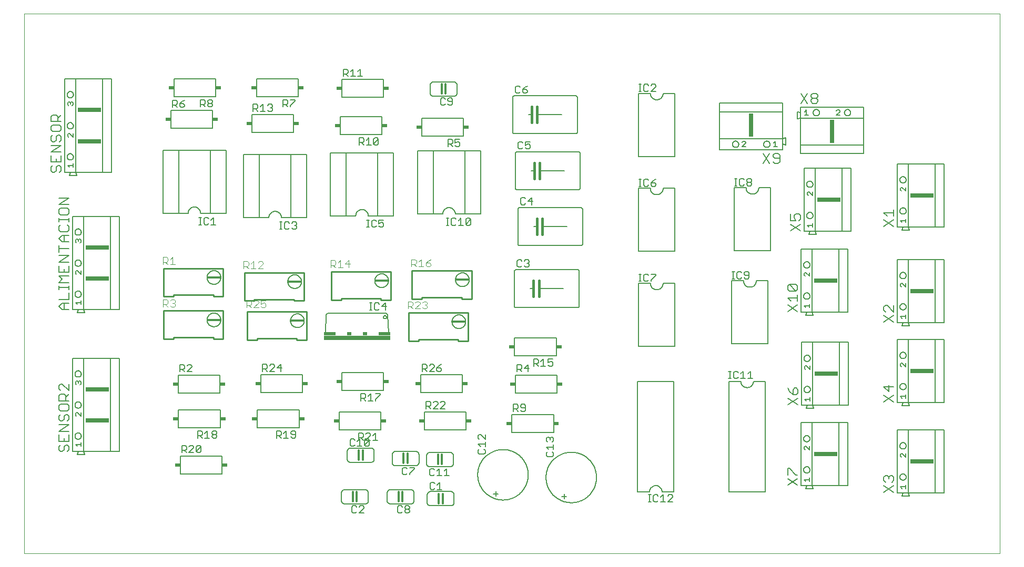
<source format=gto>
G75*
%MOIN*%
%OFA0B0*%
%FSLAX25Y25*%
%IPPOS*%
%LPD*%
%AMOC8*
5,1,8,0,0,1.08239X$1,22.5*
%
%ADD10C,0.00000*%
%ADD11C,0.00600*%
%ADD12C,0.00700*%
%ADD13C,0.00500*%
%ADD14R,0.15000X0.03000*%
%ADD15C,0.01200*%
%ADD16C,0.01600*%
%ADD17R,0.42000X0.03000*%
%ADD18R,0.07500X0.02000*%
%ADD19R,0.03000X0.02000*%
%ADD20C,0.01000*%
%ADD21C,0.00400*%
%ADD22R,0.08268X0.01575*%
%ADD23R,0.03750X0.02400*%
%ADD24R,0.03000X0.15000*%
D10*
X0001000Y0001000D02*
X0001000Y0343520D01*
X0619110Y0343520D01*
X0619110Y0001000D01*
X0001000Y0001000D01*
D11*
X0099770Y0051512D02*
X0126148Y0051512D01*
X0126148Y0062929D01*
X0099770Y0062929D01*
X0099770Y0051512D01*
X0061063Y0065652D02*
X0061063Y0124852D01*
X0055563Y0124852D01*
X0055563Y0065652D01*
X0038563Y0065652D01*
X0038563Y0124852D01*
X0055563Y0124852D01*
X0038563Y0124852D02*
X0031563Y0124852D01*
X0031563Y0065652D01*
X0035063Y0065652D01*
X0038563Y0065652D01*
X0039063Y0063652D01*
X0034563Y0063652D01*
X0035063Y0065652D01*
X0033063Y0075552D02*
X0033065Y0075641D01*
X0033071Y0075730D01*
X0033081Y0075819D01*
X0033095Y0075907D01*
X0033112Y0075994D01*
X0033134Y0076080D01*
X0033160Y0076166D01*
X0033189Y0076250D01*
X0033222Y0076333D01*
X0033258Y0076414D01*
X0033299Y0076494D01*
X0033342Y0076571D01*
X0033389Y0076647D01*
X0033440Y0076720D01*
X0033493Y0076791D01*
X0033550Y0076860D01*
X0033610Y0076926D01*
X0033673Y0076990D01*
X0033738Y0077050D01*
X0033806Y0077108D01*
X0033877Y0077162D01*
X0033950Y0077213D01*
X0034025Y0077261D01*
X0034102Y0077306D01*
X0034181Y0077347D01*
X0034262Y0077384D01*
X0034344Y0077418D01*
X0034428Y0077449D01*
X0034513Y0077475D01*
X0034599Y0077498D01*
X0034686Y0077516D01*
X0034774Y0077531D01*
X0034863Y0077542D01*
X0034952Y0077549D01*
X0035041Y0077552D01*
X0035130Y0077551D01*
X0035219Y0077546D01*
X0035307Y0077537D01*
X0035396Y0077524D01*
X0035483Y0077507D01*
X0035570Y0077487D01*
X0035656Y0077462D01*
X0035740Y0077434D01*
X0035823Y0077402D01*
X0035905Y0077366D01*
X0035985Y0077327D01*
X0036063Y0077284D01*
X0036139Y0077238D01*
X0036213Y0077188D01*
X0036285Y0077135D01*
X0036354Y0077079D01*
X0036421Y0077020D01*
X0036485Y0076958D01*
X0036546Y0076894D01*
X0036605Y0076826D01*
X0036660Y0076756D01*
X0036712Y0076684D01*
X0036761Y0076609D01*
X0036806Y0076533D01*
X0036848Y0076454D01*
X0036886Y0076374D01*
X0036921Y0076292D01*
X0036952Y0076208D01*
X0036980Y0076123D01*
X0037003Y0076037D01*
X0037023Y0075950D01*
X0037039Y0075863D01*
X0037051Y0075774D01*
X0037059Y0075686D01*
X0037063Y0075597D01*
X0037063Y0075507D01*
X0037059Y0075418D01*
X0037051Y0075330D01*
X0037039Y0075241D01*
X0037023Y0075154D01*
X0037003Y0075067D01*
X0036980Y0074981D01*
X0036952Y0074896D01*
X0036921Y0074812D01*
X0036886Y0074730D01*
X0036848Y0074650D01*
X0036806Y0074571D01*
X0036761Y0074495D01*
X0036712Y0074420D01*
X0036660Y0074348D01*
X0036605Y0074278D01*
X0036546Y0074210D01*
X0036485Y0074146D01*
X0036421Y0074084D01*
X0036354Y0074025D01*
X0036285Y0073969D01*
X0036213Y0073916D01*
X0036139Y0073866D01*
X0036063Y0073820D01*
X0035985Y0073777D01*
X0035905Y0073738D01*
X0035823Y0073702D01*
X0035740Y0073670D01*
X0035656Y0073642D01*
X0035570Y0073617D01*
X0035483Y0073597D01*
X0035396Y0073580D01*
X0035307Y0073567D01*
X0035219Y0073558D01*
X0035130Y0073553D01*
X0035041Y0073552D01*
X0034952Y0073555D01*
X0034863Y0073562D01*
X0034774Y0073573D01*
X0034686Y0073588D01*
X0034599Y0073606D01*
X0034513Y0073629D01*
X0034428Y0073655D01*
X0034344Y0073686D01*
X0034262Y0073720D01*
X0034181Y0073757D01*
X0034102Y0073798D01*
X0034025Y0073843D01*
X0033950Y0073891D01*
X0033877Y0073942D01*
X0033806Y0073996D01*
X0033738Y0074054D01*
X0033673Y0074114D01*
X0033610Y0074178D01*
X0033550Y0074244D01*
X0033493Y0074313D01*
X0033440Y0074384D01*
X0033389Y0074457D01*
X0033342Y0074533D01*
X0033299Y0074610D01*
X0033258Y0074690D01*
X0033222Y0074771D01*
X0033189Y0074854D01*
X0033160Y0074938D01*
X0033134Y0075024D01*
X0033112Y0075110D01*
X0033095Y0075197D01*
X0033081Y0075285D01*
X0033071Y0075374D01*
X0033065Y0075463D01*
X0033063Y0075552D01*
X0055563Y0065652D02*
X0061063Y0065652D01*
X0098687Y0080803D02*
X0125065Y0080803D01*
X0125065Y0092220D01*
X0098687Y0092220D01*
X0098687Y0080803D01*
X0098470Y0102811D02*
X0124848Y0102811D01*
X0124848Y0114228D01*
X0098470Y0114228D01*
X0098470Y0102811D01*
X0148687Y0092220D02*
X0148687Y0080803D01*
X0175065Y0080803D01*
X0175065Y0092220D01*
X0148687Y0092220D01*
X0150951Y0103047D02*
X0177329Y0103047D01*
X0177329Y0114465D01*
X0150951Y0114465D01*
X0150951Y0103047D01*
X0200656Y0090843D02*
X0200656Y0079425D01*
X0227033Y0079425D01*
X0227033Y0090843D01*
X0200656Y0090843D01*
X0202230Y0104425D02*
X0228608Y0104425D01*
X0228608Y0115843D01*
X0202230Y0115843D01*
X0202230Y0104425D01*
X0252132Y0103047D02*
X0278510Y0103047D01*
X0278510Y0114465D01*
X0252132Y0114465D01*
X0252132Y0103047D01*
X0254494Y0090843D02*
X0254494Y0079425D01*
X0280872Y0079425D01*
X0280872Y0090843D01*
X0254494Y0090843D01*
X0249075Y0065776D02*
X0236075Y0065776D01*
X0235988Y0065774D01*
X0235901Y0065768D01*
X0235814Y0065759D01*
X0235728Y0065746D01*
X0235642Y0065729D01*
X0235557Y0065708D01*
X0235474Y0065683D01*
X0235391Y0065655D01*
X0235310Y0065624D01*
X0235230Y0065589D01*
X0235152Y0065550D01*
X0235075Y0065508D01*
X0235000Y0065463D01*
X0234928Y0065414D01*
X0234857Y0065363D01*
X0234789Y0065308D01*
X0234724Y0065251D01*
X0234661Y0065190D01*
X0234600Y0065127D01*
X0234543Y0065062D01*
X0234488Y0064994D01*
X0234437Y0064923D01*
X0234388Y0064851D01*
X0234343Y0064776D01*
X0234301Y0064699D01*
X0234262Y0064621D01*
X0234227Y0064541D01*
X0234196Y0064460D01*
X0234168Y0064377D01*
X0234143Y0064294D01*
X0234122Y0064209D01*
X0234105Y0064123D01*
X0234092Y0064037D01*
X0234083Y0063950D01*
X0234077Y0063863D01*
X0234075Y0063776D01*
X0234075Y0058776D01*
X0234077Y0058689D01*
X0234083Y0058602D01*
X0234092Y0058515D01*
X0234105Y0058429D01*
X0234122Y0058343D01*
X0234143Y0058258D01*
X0234168Y0058175D01*
X0234196Y0058092D01*
X0234227Y0058011D01*
X0234262Y0057931D01*
X0234301Y0057853D01*
X0234343Y0057776D01*
X0234388Y0057701D01*
X0234437Y0057629D01*
X0234488Y0057558D01*
X0234543Y0057490D01*
X0234600Y0057425D01*
X0234661Y0057362D01*
X0234724Y0057301D01*
X0234789Y0057244D01*
X0234857Y0057189D01*
X0234928Y0057138D01*
X0235000Y0057089D01*
X0235075Y0057044D01*
X0235152Y0057002D01*
X0235230Y0056963D01*
X0235310Y0056928D01*
X0235391Y0056897D01*
X0235474Y0056869D01*
X0235557Y0056844D01*
X0235642Y0056823D01*
X0235728Y0056806D01*
X0235814Y0056793D01*
X0235901Y0056784D01*
X0235988Y0056778D01*
X0236075Y0056776D01*
X0249075Y0056776D01*
X0249162Y0056778D01*
X0249249Y0056784D01*
X0249336Y0056793D01*
X0249422Y0056806D01*
X0249508Y0056823D01*
X0249593Y0056844D01*
X0249676Y0056869D01*
X0249759Y0056897D01*
X0249840Y0056928D01*
X0249920Y0056963D01*
X0249998Y0057002D01*
X0250075Y0057044D01*
X0250150Y0057089D01*
X0250222Y0057138D01*
X0250293Y0057189D01*
X0250361Y0057244D01*
X0250426Y0057301D01*
X0250489Y0057362D01*
X0250550Y0057425D01*
X0250607Y0057490D01*
X0250662Y0057558D01*
X0250713Y0057629D01*
X0250762Y0057701D01*
X0250807Y0057776D01*
X0250849Y0057853D01*
X0250888Y0057931D01*
X0250923Y0058011D01*
X0250954Y0058092D01*
X0250982Y0058175D01*
X0251007Y0058258D01*
X0251028Y0058343D01*
X0251045Y0058429D01*
X0251058Y0058515D01*
X0251067Y0058602D01*
X0251073Y0058689D01*
X0251075Y0058776D01*
X0251075Y0063776D01*
X0251073Y0063863D01*
X0251067Y0063950D01*
X0251058Y0064037D01*
X0251045Y0064123D01*
X0251028Y0064209D01*
X0251007Y0064294D01*
X0250982Y0064377D01*
X0250954Y0064460D01*
X0250923Y0064541D01*
X0250888Y0064621D01*
X0250849Y0064699D01*
X0250807Y0064776D01*
X0250762Y0064851D01*
X0250713Y0064923D01*
X0250662Y0064994D01*
X0250607Y0065062D01*
X0250550Y0065127D01*
X0250489Y0065190D01*
X0250426Y0065251D01*
X0250361Y0065308D01*
X0250293Y0065363D01*
X0250222Y0065414D01*
X0250150Y0065463D01*
X0250075Y0065508D01*
X0249998Y0065550D01*
X0249920Y0065589D01*
X0249840Y0065624D01*
X0249759Y0065655D01*
X0249676Y0065683D01*
X0249593Y0065708D01*
X0249508Y0065729D01*
X0249422Y0065746D01*
X0249336Y0065759D01*
X0249249Y0065768D01*
X0249162Y0065774D01*
X0249075Y0065776D01*
X0255925Y0063146D02*
X0255925Y0058146D01*
X0255927Y0058059D01*
X0255933Y0057972D01*
X0255942Y0057885D01*
X0255955Y0057799D01*
X0255972Y0057713D01*
X0255993Y0057628D01*
X0256018Y0057545D01*
X0256046Y0057462D01*
X0256077Y0057381D01*
X0256112Y0057301D01*
X0256151Y0057223D01*
X0256193Y0057146D01*
X0256238Y0057071D01*
X0256287Y0056999D01*
X0256338Y0056928D01*
X0256393Y0056860D01*
X0256450Y0056795D01*
X0256511Y0056732D01*
X0256574Y0056671D01*
X0256639Y0056614D01*
X0256707Y0056559D01*
X0256778Y0056508D01*
X0256850Y0056459D01*
X0256925Y0056414D01*
X0257002Y0056372D01*
X0257080Y0056333D01*
X0257160Y0056298D01*
X0257241Y0056267D01*
X0257324Y0056239D01*
X0257407Y0056214D01*
X0257492Y0056193D01*
X0257578Y0056176D01*
X0257664Y0056163D01*
X0257751Y0056154D01*
X0257838Y0056148D01*
X0257925Y0056146D01*
X0270925Y0056146D01*
X0271012Y0056148D01*
X0271099Y0056154D01*
X0271186Y0056163D01*
X0271272Y0056176D01*
X0271358Y0056193D01*
X0271443Y0056214D01*
X0271526Y0056239D01*
X0271609Y0056267D01*
X0271690Y0056298D01*
X0271770Y0056333D01*
X0271848Y0056372D01*
X0271925Y0056414D01*
X0272000Y0056459D01*
X0272072Y0056508D01*
X0272143Y0056559D01*
X0272211Y0056614D01*
X0272276Y0056671D01*
X0272339Y0056732D01*
X0272400Y0056795D01*
X0272457Y0056860D01*
X0272512Y0056928D01*
X0272563Y0056999D01*
X0272612Y0057071D01*
X0272657Y0057146D01*
X0272699Y0057223D01*
X0272738Y0057301D01*
X0272773Y0057381D01*
X0272804Y0057462D01*
X0272832Y0057545D01*
X0272857Y0057628D01*
X0272878Y0057713D01*
X0272895Y0057799D01*
X0272908Y0057885D01*
X0272917Y0057972D01*
X0272923Y0058059D01*
X0272925Y0058146D01*
X0272925Y0063146D01*
X0272923Y0063233D01*
X0272917Y0063320D01*
X0272908Y0063407D01*
X0272895Y0063493D01*
X0272878Y0063579D01*
X0272857Y0063664D01*
X0272832Y0063747D01*
X0272804Y0063830D01*
X0272773Y0063911D01*
X0272738Y0063991D01*
X0272699Y0064069D01*
X0272657Y0064146D01*
X0272612Y0064221D01*
X0272563Y0064293D01*
X0272512Y0064364D01*
X0272457Y0064432D01*
X0272400Y0064497D01*
X0272339Y0064560D01*
X0272276Y0064621D01*
X0272211Y0064678D01*
X0272143Y0064733D01*
X0272072Y0064784D01*
X0272000Y0064833D01*
X0271925Y0064878D01*
X0271848Y0064920D01*
X0271770Y0064959D01*
X0271690Y0064994D01*
X0271609Y0065025D01*
X0271526Y0065053D01*
X0271443Y0065078D01*
X0271358Y0065099D01*
X0271272Y0065116D01*
X0271186Y0065129D01*
X0271099Y0065138D01*
X0271012Y0065144D01*
X0270925Y0065146D01*
X0257925Y0065146D01*
X0257838Y0065144D01*
X0257751Y0065138D01*
X0257664Y0065129D01*
X0257578Y0065116D01*
X0257492Y0065099D01*
X0257407Y0065078D01*
X0257324Y0065053D01*
X0257241Y0065025D01*
X0257160Y0064994D01*
X0257080Y0064959D01*
X0257002Y0064920D01*
X0256925Y0064878D01*
X0256850Y0064833D01*
X0256778Y0064784D01*
X0256707Y0064733D01*
X0256639Y0064678D01*
X0256574Y0064621D01*
X0256511Y0064560D01*
X0256450Y0064497D01*
X0256393Y0064432D01*
X0256338Y0064364D01*
X0256287Y0064293D01*
X0256238Y0064221D01*
X0256193Y0064146D01*
X0256151Y0064069D01*
X0256112Y0063991D01*
X0256077Y0063911D01*
X0256046Y0063830D01*
X0256018Y0063747D01*
X0255993Y0063664D01*
X0255972Y0063579D01*
X0255955Y0063493D01*
X0255942Y0063407D01*
X0255933Y0063320D01*
X0255927Y0063233D01*
X0255925Y0063146D01*
X0245925Y0041524D02*
X0232925Y0041524D01*
X0232838Y0041522D01*
X0232751Y0041516D01*
X0232664Y0041507D01*
X0232578Y0041494D01*
X0232492Y0041477D01*
X0232407Y0041456D01*
X0232324Y0041431D01*
X0232241Y0041403D01*
X0232160Y0041372D01*
X0232080Y0041337D01*
X0232002Y0041298D01*
X0231925Y0041256D01*
X0231850Y0041211D01*
X0231778Y0041162D01*
X0231707Y0041111D01*
X0231639Y0041056D01*
X0231574Y0040999D01*
X0231511Y0040938D01*
X0231450Y0040875D01*
X0231393Y0040810D01*
X0231338Y0040742D01*
X0231287Y0040671D01*
X0231238Y0040599D01*
X0231193Y0040524D01*
X0231151Y0040447D01*
X0231112Y0040369D01*
X0231077Y0040289D01*
X0231046Y0040208D01*
X0231018Y0040125D01*
X0230993Y0040042D01*
X0230972Y0039957D01*
X0230955Y0039871D01*
X0230942Y0039785D01*
X0230933Y0039698D01*
X0230927Y0039611D01*
X0230925Y0039524D01*
X0230925Y0034524D01*
X0230927Y0034437D01*
X0230933Y0034350D01*
X0230942Y0034263D01*
X0230955Y0034177D01*
X0230972Y0034091D01*
X0230993Y0034006D01*
X0231018Y0033923D01*
X0231046Y0033840D01*
X0231077Y0033759D01*
X0231112Y0033679D01*
X0231151Y0033601D01*
X0231193Y0033524D01*
X0231238Y0033449D01*
X0231287Y0033377D01*
X0231338Y0033306D01*
X0231393Y0033238D01*
X0231450Y0033173D01*
X0231511Y0033110D01*
X0231574Y0033049D01*
X0231639Y0032992D01*
X0231707Y0032937D01*
X0231778Y0032886D01*
X0231850Y0032837D01*
X0231925Y0032792D01*
X0232002Y0032750D01*
X0232080Y0032711D01*
X0232160Y0032676D01*
X0232241Y0032645D01*
X0232324Y0032617D01*
X0232407Y0032592D01*
X0232492Y0032571D01*
X0232578Y0032554D01*
X0232664Y0032541D01*
X0232751Y0032532D01*
X0232838Y0032526D01*
X0232925Y0032524D01*
X0245925Y0032524D01*
X0246012Y0032526D01*
X0246099Y0032532D01*
X0246186Y0032541D01*
X0246272Y0032554D01*
X0246358Y0032571D01*
X0246443Y0032592D01*
X0246526Y0032617D01*
X0246609Y0032645D01*
X0246690Y0032676D01*
X0246770Y0032711D01*
X0246848Y0032750D01*
X0246925Y0032792D01*
X0247000Y0032837D01*
X0247072Y0032886D01*
X0247143Y0032937D01*
X0247211Y0032992D01*
X0247276Y0033049D01*
X0247339Y0033110D01*
X0247400Y0033173D01*
X0247457Y0033238D01*
X0247512Y0033306D01*
X0247563Y0033377D01*
X0247612Y0033449D01*
X0247657Y0033524D01*
X0247699Y0033601D01*
X0247738Y0033679D01*
X0247773Y0033759D01*
X0247804Y0033840D01*
X0247832Y0033923D01*
X0247857Y0034006D01*
X0247878Y0034091D01*
X0247895Y0034177D01*
X0247908Y0034263D01*
X0247917Y0034350D01*
X0247923Y0034437D01*
X0247925Y0034524D01*
X0247925Y0039524D01*
X0247923Y0039611D01*
X0247917Y0039698D01*
X0247908Y0039785D01*
X0247895Y0039871D01*
X0247878Y0039957D01*
X0247857Y0040042D01*
X0247832Y0040125D01*
X0247804Y0040208D01*
X0247773Y0040289D01*
X0247738Y0040369D01*
X0247699Y0040447D01*
X0247657Y0040524D01*
X0247612Y0040599D01*
X0247563Y0040671D01*
X0247512Y0040742D01*
X0247457Y0040810D01*
X0247400Y0040875D01*
X0247339Y0040938D01*
X0247276Y0040999D01*
X0247211Y0041056D01*
X0247143Y0041111D01*
X0247072Y0041162D01*
X0247000Y0041211D01*
X0246925Y0041256D01*
X0246848Y0041298D01*
X0246770Y0041337D01*
X0246690Y0041372D01*
X0246609Y0041403D01*
X0246526Y0041431D01*
X0246443Y0041456D01*
X0246358Y0041477D01*
X0246272Y0041494D01*
X0246186Y0041507D01*
X0246099Y0041516D01*
X0246012Y0041522D01*
X0245925Y0041524D01*
X0256319Y0038343D02*
X0256319Y0033343D01*
X0256321Y0033256D01*
X0256327Y0033169D01*
X0256336Y0033082D01*
X0256349Y0032996D01*
X0256366Y0032910D01*
X0256387Y0032825D01*
X0256412Y0032742D01*
X0256440Y0032659D01*
X0256471Y0032578D01*
X0256506Y0032498D01*
X0256545Y0032420D01*
X0256587Y0032343D01*
X0256632Y0032268D01*
X0256681Y0032196D01*
X0256732Y0032125D01*
X0256787Y0032057D01*
X0256844Y0031992D01*
X0256905Y0031929D01*
X0256968Y0031868D01*
X0257033Y0031811D01*
X0257101Y0031756D01*
X0257172Y0031705D01*
X0257244Y0031656D01*
X0257319Y0031611D01*
X0257396Y0031569D01*
X0257474Y0031530D01*
X0257554Y0031495D01*
X0257635Y0031464D01*
X0257718Y0031436D01*
X0257801Y0031411D01*
X0257886Y0031390D01*
X0257972Y0031373D01*
X0258058Y0031360D01*
X0258145Y0031351D01*
X0258232Y0031345D01*
X0258319Y0031343D01*
X0271319Y0031343D01*
X0271406Y0031345D01*
X0271493Y0031351D01*
X0271580Y0031360D01*
X0271666Y0031373D01*
X0271752Y0031390D01*
X0271837Y0031411D01*
X0271920Y0031436D01*
X0272003Y0031464D01*
X0272084Y0031495D01*
X0272164Y0031530D01*
X0272242Y0031569D01*
X0272319Y0031611D01*
X0272394Y0031656D01*
X0272466Y0031705D01*
X0272537Y0031756D01*
X0272605Y0031811D01*
X0272670Y0031868D01*
X0272733Y0031929D01*
X0272794Y0031992D01*
X0272851Y0032057D01*
X0272906Y0032125D01*
X0272957Y0032196D01*
X0273006Y0032268D01*
X0273051Y0032343D01*
X0273093Y0032420D01*
X0273132Y0032498D01*
X0273167Y0032578D01*
X0273198Y0032659D01*
X0273226Y0032742D01*
X0273251Y0032825D01*
X0273272Y0032910D01*
X0273289Y0032996D01*
X0273302Y0033082D01*
X0273311Y0033169D01*
X0273317Y0033256D01*
X0273319Y0033343D01*
X0273319Y0038343D01*
X0273317Y0038430D01*
X0273311Y0038517D01*
X0273302Y0038604D01*
X0273289Y0038690D01*
X0273272Y0038776D01*
X0273251Y0038861D01*
X0273226Y0038944D01*
X0273198Y0039027D01*
X0273167Y0039108D01*
X0273132Y0039188D01*
X0273093Y0039266D01*
X0273051Y0039343D01*
X0273006Y0039418D01*
X0272957Y0039490D01*
X0272906Y0039561D01*
X0272851Y0039629D01*
X0272794Y0039694D01*
X0272733Y0039757D01*
X0272670Y0039818D01*
X0272605Y0039875D01*
X0272537Y0039930D01*
X0272466Y0039981D01*
X0272394Y0040030D01*
X0272319Y0040075D01*
X0272242Y0040117D01*
X0272164Y0040156D01*
X0272084Y0040191D01*
X0272003Y0040222D01*
X0271920Y0040250D01*
X0271837Y0040275D01*
X0271752Y0040296D01*
X0271666Y0040313D01*
X0271580Y0040326D01*
X0271493Y0040335D01*
X0271406Y0040341D01*
X0271319Y0040343D01*
X0258319Y0040343D01*
X0258232Y0040341D01*
X0258145Y0040335D01*
X0258058Y0040326D01*
X0257972Y0040313D01*
X0257886Y0040296D01*
X0257801Y0040275D01*
X0257718Y0040250D01*
X0257635Y0040222D01*
X0257554Y0040191D01*
X0257474Y0040156D01*
X0257396Y0040117D01*
X0257319Y0040075D01*
X0257244Y0040030D01*
X0257172Y0039981D01*
X0257101Y0039930D01*
X0257033Y0039875D01*
X0256968Y0039818D01*
X0256905Y0039757D01*
X0256844Y0039694D01*
X0256787Y0039629D01*
X0256732Y0039561D01*
X0256681Y0039490D01*
X0256632Y0039418D01*
X0256587Y0039343D01*
X0256545Y0039266D01*
X0256506Y0039188D01*
X0256471Y0039108D01*
X0256440Y0039027D01*
X0256412Y0038944D01*
X0256387Y0038861D01*
X0256366Y0038776D01*
X0256349Y0038690D01*
X0256336Y0038604D01*
X0256327Y0038517D01*
X0256321Y0038430D01*
X0256319Y0038343D01*
X0218988Y0039524D02*
X0218988Y0034524D01*
X0218986Y0034437D01*
X0218980Y0034350D01*
X0218971Y0034263D01*
X0218958Y0034177D01*
X0218941Y0034091D01*
X0218920Y0034006D01*
X0218895Y0033923D01*
X0218867Y0033840D01*
X0218836Y0033759D01*
X0218801Y0033679D01*
X0218762Y0033601D01*
X0218720Y0033524D01*
X0218675Y0033449D01*
X0218626Y0033377D01*
X0218575Y0033306D01*
X0218520Y0033238D01*
X0218463Y0033173D01*
X0218402Y0033110D01*
X0218339Y0033049D01*
X0218274Y0032992D01*
X0218206Y0032937D01*
X0218135Y0032886D01*
X0218063Y0032837D01*
X0217988Y0032792D01*
X0217911Y0032750D01*
X0217833Y0032711D01*
X0217753Y0032676D01*
X0217672Y0032645D01*
X0217589Y0032617D01*
X0217506Y0032592D01*
X0217421Y0032571D01*
X0217335Y0032554D01*
X0217249Y0032541D01*
X0217162Y0032532D01*
X0217075Y0032526D01*
X0216988Y0032524D01*
X0203988Y0032524D01*
X0203901Y0032526D01*
X0203814Y0032532D01*
X0203727Y0032541D01*
X0203641Y0032554D01*
X0203555Y0032571D01*
X0203470Y0032592D01*
X0203387Y0032617D01*
X0203304Y0032645D01*
X0203223Y0032676D01*
X0203143Y0032711D01*
X0203065Y0032750D01*
X0202988Y0032792D01*
X0202913Y0032837D01*
X0202841Y0032886D01*
X0202770Y0032937D01*
X0202702Y0032992D01*
X0202637Y0033049D01*
X0202574Y0033110D01*
X0202513Y0033173D01*
X0202456Y0033238D01*
X0202401Y0033306D01*
X0202350Y0033377D01*
X0202301Y0033449D01*
X0202256Y0033524D01*
X0202214Y0033601D01*
X0202175Y0033679D01*
X0202140Y0033759D01*
X0202109Y0033840D01*
X0202081Y0033923D01*
X0202056Y0034006D01*
X0202035Y0034091D01*
X0202018Y0034177D01*
X0202005Y0034263D01*
X0201996Y0034350D01*
X0201990Y0034437D01*
X0201988Y0034524D01*
X0201988Y0039524D01*
X0201990Y0039611D01*
X0201996Y0039698D01*
X0202005Y0039785D01*
X0202018Y0039871D01*
X0202035Y0039957D01*
X0202056Y0040042D01*
X0202081Y0040125D01*
X0202109Y0040208D01*
X0202140Y0040289D01*
X0202175Y0040369D01*
X0202214Y0040447D01*
X0202256Y0040524D01*
X0202301Y0040599D01*
X0202350Y0040671D01*
X0202401Y0040742D01*
X0202456Y0040810D01*
X0202513Y0040875D01*
X0202574Y0040938D01*
X0202637Y0040999D01*
X0202702Y0041056D01*
X0202770Y0041111D01*
X0202841Y0041162D01*
X0202913Y0041211D01*
X0202988Y0041256D01*
X0203065Y0041298D01*
X0203143Y0041337D01*
X0203223Y0041372D01*
X0203304Y0041403D01*
X0203387Y0041431D01*
X0203470Y0041456D01*
X0203555Y0041477D01*
X0203641Y0041494D01*
X0203727Y0041507D01*
X0203814Y0041516D01*
X0203901Y0041522D01*
X0203988Y0041524D01*
X0216988Y0041524D01*
X0217075Y0041522D01*
X0217162Y0041516D01*
X0217249Y0041507D01*
X0217335Y0041494D01*
X0217421Y0041477D01*
X0217506Y0041456D01*
X0217589Y0041431D01*
X0217672Y0041403D01*
X0217753Y0041372D01*
X0217833Y0041337D01*
X0217911Y0041298D01*
X0217988Y0041256D01*
X0218063Y0041211D01*
X0218135Y0041162D01*
X0218206Y0041111D01*
X0218274Y0041056D01*
X0218339Y0040999D01*
X0218402Y0040938D01*
X0218463Y0040875D01*
X0218520Y0040810D01*
X0218575Y0040742D01*
X0218626Y0040671D01*
X0218675Y0040599D01*
X0218720Y0040524D01*
X0218762Y0040447D01*
X0218801Y0040369D01*
X0218836Y0040289D01*
X0218867Y0040208D01*
X0218895Y0040125D01*
X0218920Y0040042D01*
X0218941Y0039957D01*
X0218958Y0039871D01*
X0218971Y0039785D01*
X0218980Y0039698D01*
X0218986Y0039611D01*
X0218988Y0039524D01*
X0220650Y0058902D02*
X0207650Y0058902D01*
X0207563Y0058904D01*
X0207476Y0058910D01*
X0207389Y0058919D01*
X0207303Y0058932D01*
X0207217Y0058949D01*
X0207132Y0058970D01*
X0207049Y0058995D01*
X0206966Y0059023D01*
X0206885Y0059054D01*
X0206805Y0059089D01*
X0206727Y0059128D01*
X0206650Y0059170D01*
X0206575Y0059215D01*
X0206503Y0059264D01*
X0206432Y0059315D01*
X0206364Y0059370D01*
X0206299Y0059427D01*
X0206236Y0059488D01*
X0206175Y0059551D01*
X0206118Y0059616D01*
X0206063Y0059684D01*
X0206012Y0059755D01*
X0205963Y0059827D01*
X0205918Y0059902D01*
X0205876Y0059979D01*
X0205837Y0060057D01*
X0205802Y0060137D01*
X0205771Y0060218D01*
X0205743Y0060301D01*
X0205718Y0060384D01*
X0205697Y0060469D01*
X0205680Y0060555D01*
X0205667Y0060641D01*
X0205658Y0060728D01*
X0205652Y0060815D01*
X0205650Y0060902D01*
X0205650Y0065902D01*
X0205652Y0065989D01*
X0205658Y0066076D01*
X0205667Y0066163D01*
X0205680Y0066249D01*
X0205697Y0066335D01*
X0205718Y0066420D01*
X0205743Y0066503D01*
X0205771Y0066586D01*
X0205802Y0066667D01*
X0205837Y0066747D01*
X0205876Y0066825D01*
X0205918Y0066902D01*
X0205963Y0066977D01*
X0206012Y0067049D01*
X0206063Y0067120D01*
X0206118Y0067188D01*
X0206175Y0067253D01*
X0206236Y0067316D01*
X0206299Y0067377D01*
X0206364Y0067434D01*
X0206432Y0067489D01*
X0206503Y0067540D01*
X0206575Y0067589D01*
X0206650Y0067634D01*
X0206727Y0067676D01*
X0206805Y0067715D01*
X0206885Y0067750D01*
X0206966Y0067781D01*
X0207049Y0067809D01*
X0207132Y0067834D01*
X0207217Y0067855D01*
X0207303Y0067872D01*
X0207389Y0067885D01*
X0207476Y0067894D01*
X0207563Y0067900D01*
X0207650Y0067902D01*
X0220650Y0067902D01*
X0220737Y0067900D01*
X0220824Y0067894D01*
X0220911Y0067885D01*
X0220997Y0067872D01*
X0221083Y0067855D01*
X0221168Y0067834D01*
X0221251Y0067809D01*
X0221334Y0067781D01*
X0221415Y0067750D01*
X0221495Y0067715D01*
X0221573Y0067676D01*
X0221650Y0067634D01*
X0221725Y0067589D01*
X0221797Y0067540D01*
X0221868Y0067489D01*
X0221936Y0067434D01*
X0222001Y0067377D01*
X0222064Y0067316D01*
X0222125Y0067253D01*
X0222182Y0067188D01*
X0222237Y0067120D01*
X0222288Y0067049D01*
X0222337Y0066977D01*
X0222382Y0066902D01*
X0222424Y0066825D01*
X0222463Y0066747D01*
X0222498Y0066667D01*
X0222529Y0066586D01*
X0222557Y0066503D01*
X0222582Y0066420D01*
X0222603Y0066335D01*
X0222620Y0066249D01*
X0222633Y0066163D01*
X0222642Y0066076D01*
X0222648Y0065989D01*
X0222650Y0065902D01*
X0222650Y0060902D01*
X0222648Y0060815D01*
X0222642Y0060728D01*
X0222633Y0060641D01*
X0222620Y0060555D01*
X0222603Y0060469D01*
X0222582Y0060384D01*
X0222557Y0060301D01*
X0222529Y0060218D01*
X0222498Y0060137D01*
X0222463Y0060057D01*
X0222424Y0059979D01*
X0222382Y0059902D01*
X0222337Y0059827D01*
X0222288Y0059755D01*
X0222237Y0059684D01*
X0222182Y0059616D01*
X0222125Y0059551D01*
X0222064Y0059488D01*
X0222001Y0059427D01*
X0221936Y0059370D01*
X0221868Y0059315D01*
X0221797Y0059264D01*
X0221725Y0059215D01*
X0221650Y0059170D01*
X0221573Y0059128D01*
X0221495Y0059089D01*
X0221415Y0059054D01*
X0221334Y0059023D01*
X0221251Y0058995D01*
X0221168Y0058970D01*
X0221083Y0058949D01*
X0220997Y0058932D01*
X0220911Y0058919D01*
X0220824Y0058910D01*
X0220737Y0058904D01*
X0220650Y0058902D01*
X0298307Y0038921D02*
X0301307Y0038921D01*
X0299807Y0037421D02*
X0299807Y0040421D01*
X0288307Y0050921D02*
X0288312Y0051314D01*
X0288326Y0051706D01*
X0288350Y0052098D01*
X0288384Y0052489D01*
X0288427Y0052880D01*
X0288480Y0053269D01*
X0288543Y0053656D01*
X0288614Y0054042D01*
X0288696Y0054427D01*
X0288786Y0054809D01*
X0288887Y0055188D01*
X0288996Y0055566D01*
X0289115Y0055940D01*
X0289242Y0056311D01*
X0289379Y0056679D01*
X0289525Y0057044D01*
X0289680Y0057405D01*
X0289843Y0057762D01*
X0290015Y0058115D01*
X0290196Y0058463D01*
X0290386Y0058807D01*
X0290583Y0059147D01*
X0290789Y0059481D01*
X0291003Y0059810D01*
X0291226Y0060134D01*
X0291456Y0060452D01*
X0291693Y0060765D01*
X0291939Y0061071D01*
X0292192Y0061372D01*
X0292452Y0061666D01*
X0292719Y0061954D01*
X0292993Y0062235D01*
X0293274Y0062509D01*
X0293562Y0062776D01*
X0293856Y0063036D01*
X0294157Y0063289D01*
X0294463Y0063535D01*
X0294776Y0063772D01*
X0295094Y0064002D01*
X0295418Y0064225D01*
X0295747Y0064439D01*
X0296081Y0064645D01*
X0296421Y0064842D01*
X0296765Y0065032D01*
X0297113Y0065213D01*
X0297466Y0065385D01*
X0297823Y0065548D01*
X0298184Y0065703D01*
X0298549Y0065849D01*
X0298917Y0065986D01*
X0299288Y0066113D01*
X0299662Y0066232D01*
X0300040Y0066341D01*
X0300419Y0066442D01*
X0300801Y0066532D01*
X0301186Y0066614D01*
X0301572Y0066685D01*
X0301959Y0066748D01*
X0302348Y0066801D01*
X0302739Y0066844D01*
X0303130Y0066878D01*
X0303522Y0066902D01*
X0303914Y0066916D01*
X0304307Y0066921D01*
X0304700Y0066916D01*
X0305092Y0066902D01*
X0305484Y0066878D01*
X0305875Y0066844D01*
X0306266Y0066801D01*
X0306655Y0066748D01*
X0307042Y0066685D01*
X0307428Y0066614D01*
X0307813Y0066532D01*
X0308195Y0066442D01*
X0308574Y0066341D01*
X0308952Y0066232D01*
X0309326Y0066113D01*
X0309697Y0065986D01*
X0310065Y0065849D01*
X0310430Y0065703D01*
X0310791Y0065548D01*
X0311148Y0065385D01*
X0311501Y0065213D01*
X0311849Y0065032D01*
X0312193Y0064842D01*
X0312533Y0064645D01*
X0312867Y0064439D01*
X0313196Y0064225D01*
X0313520Y0064002D01*
X0313838Y0063772D01*
X0314151Y0063535D01*
X0314457Y0063289D01*
X0314758Y0063036D01*
X0315052Y0062776D01*
X0315340Y0062509D01*
X0315621Y0062235D01*
X0315895Y0061954D01*
X0316162Y0061666D01*
X0316422Y0061372D01*
X0316675Y0061071D01*
X0316921Y0060765D01*
X0317158Y0060452D01*
X0317388Y0060134D01*
X0317611Y0059810D01*
X0317825Y0059481D01*
X0318031Y0059147D01*
X0318228Y0058807D01*
X0318418Y0058463D01*
X0318599Y0058115D01*
X0318771Y0057762D01*
X0318934Y0057405D01*
X0319089Y0057044D01*
X0319235Y0056679D01*
X0319372Y0056311D01*
X0319499Y0055940D01*
X0319618Y0055566D01*
X0319727Y0055188D01*
X0319828Y0054809D01*
X0319918Y0054427D01*
X0320000Y0054042D01*
X0320071Y0053656D01*
X0320134Y0053269D01*
X0320187Y0052880D01*
X0320230Y0052489D01*
X0320264Y0052098D01*
X0320288Y0051706D01*
X0320302Y0051314D01*
X0320307Y0050921D01*
X0320302Y0050528D01*
X0320288Y0050136D01*
X0320264Y0049744D01*
X0320230Y0049353D01*
X0320187Y0048962D01*
X0320134Y0048573D01*
X0320071Y0048186D01*
X0320000Y0047800D01*
X0319918Y0047415D01*
X0319828Y0047033D01*
X0319727Y0046654D01*
X0319618Y0046276D01*
X0319499Y0045902D01*
X0319372Y0045531D01*
X0319235Y0045163D01*
X0319089Y0044798D01*
X0318934Y0044437D01*
X0318771Y0044080D01*
X0318599Y0043727D01*
X0318418Y0043379D01*
X0318228Y0043035D01*
X0318031Y0042695D01*
X0317825Y0042361D01*
X0317611Y0042032D01*
X0317388Y0041708D01*
X0317158Y0041390D01*
X0316921Y0041077D01*
X0316675Y0040771D01*
X0316422Y0040470D01*
X0316162Y0040176D01*
X0315895Y0039888D01*
X0315621Y0039607D01*
X0315340Y0039333D01*
X0315052Y0039066D01*
X0314758Y0038806D01*
X0314457Y0038553D01*
X0314151Y0038307D01*
X0313838Y0038070D01*
X0313520Y0037840D01*
X0313196Y0037617D01*
X0312867Y0037403D01*
X0312533Y0037197D01*
X0312193Y0037000D01*
X0311849Y0036810D01*
X0311501Y0036629D01*
X0311148Y0036457D01*
X0310791Y0036294D01*
X0310430Y0036139D01*
X0310065Y0035993D01*
X0309697Y0035856D01*
X0309326Y0035729D01*
X0308952Y0035610D01*
X0308574Y0035501D01*
X0308195Y0035400D01*
X0307813Y0035310D01*
X0307428Y0035228D01*
X0307042Y0035157D01*
X0306655Y0035094D01*
X0306266Y0035041D01*
X0305875Y0034998D01*
X0305484Y0034964D01*
X0305092Y0034940D01*
X0304700Y0034926D01*
X0304307Y0034921D01*
X0303914Y0034926D01*
X0303522Y0034940D01*
X0303130Y0034964D01*
X0302739Y0034998D01*
X0302348Y0035041D01*
X0301959Y0035094D01*
X0301572Y0035157D01*
X0301186Y0035228D01*
X0300801Y0035310D01*
X0300419Y0035400D01*
X0300040Y0035501D01*
X0299662Y0035610D01*
X0299288Y0035729D01*
X0298917Y0035856D01*
X0298549Y0035993D01*
X0298184Y0036139D01*
X0297823Y0036294D01*
X0297466Y0036457D01*
X0297113Y0036629D01*
X0296765Y0036810D01*
X0296421Y0037000D01*
X0296081Y0037197D01*
X0295747Y0037403D01*
X0295418Y0037617D01*
X0295094Y0037840D01*
X0294776Y0038070D01*
X0294463Y0038307D01*
X0294157Y0038553D01*
X0293856Y0038806D01*
X0293562Y0039066D01*
X0293274Y0039333D01*
X0292993Y0039607D01*
X0292719Y0039888D01*
X0292452Y0040176D01*
X0292192Y0040470D01*
X0291939Y0040771D01*
X0291693Y0041077D01*
X0291456Y0041390D01*
X0291226Y0041708D01*
X0291003Y0042032D01*
X0290789Y0042361D01*
X0290583Y0042695D01*
X0290386Y0043035D01*
X0290196Y0043379D01*
X0290015Y0043727D01*
X0289843Y0044080D01*
X0289680Y0044437D01*
X0289525Y0044798D01*
X0289379Y0045163D01*
X0289242Y0045531D01*
X0289115Y0045902D01*
X0288996Y0046276D01*
X0288887Y0046654D01*
X0288786Y0047033D01*
X0288696Y0047415D01*
X0288614Y0047800D01*
X0288543Y0048186D01*
X0288480Y0048573D01*
X0288427Y0048962D01*
X0288384Y0049353D01*
X0288350Y0049744D01*
X0288326Y0050136D01*
X0288312Y0050528D01*
X0288307Y0050921D01*
X0310006Y0077693D02*
X0336384Y0077693D01*
X0336384Y0089110D01*
X0310006Y0089110D01*
X0310006Y0077693D01*
X0312250Y0102811D02*
X0338628Y0102811D01*
X0338628Y0114228D01*
X0312250Y0114228D01*
X0312250Y0102811D01*
X0311679Y0126315D02*
X0338057Y0126315D01*
X0338057Y0137732D01*
X0311679Y0137732D01*
X0311679Y0126315D01*
X0272023Y0148087D02*
X0272025Y0148218D01*
X0272031Y0148350D01*
X0272041Y0148481D01*
X0272055Y0148612D01*
X0272073Y0148742D01*
X0272095Y0148871D01*
X0272120Y0149000D01*
X0272150Y0149128D01*
X0272184Y0149255D01*
X0272221Y0149382D01*
X0272262Y0149506D01*
X0272307Y0149630D01*
X0272356Y0149752D01*
X0272408Y0149873D01*
X0272464Y0149991D01*
X0272524Y0150109D01*
X0272587Y0150224D01*
X0272654Y0150337D01*
X0272724Y0150449D01*
X0272797Y0150558D01*
X0272873Y0150664D01*
X0272953Y0150769D01*
X0273036Y0150871D01*
X0273122Y0150970D01*
X0273211Y0151067D01*
X0273303Y0151161D01*
X0273398Y0151252D01*
X0273495Y0151341D01*
X0273595Y0151426D01*
X0273698Y0151508D01*
X0273803Y0151587D01*
X0273910Y0151663D01*
X0274020Y0151735D01*
X0274132Y0151804D01*
X0274246Y0151870D01*
X0274361Y0151932D01*
X0274479Y0151991D01*
X0274598Y0152046D01*
X0274719Y0152098D01*
X0274842Y0152145D01*
X0274966Y0152189D01*
X0275091Y0152230D01*
X0275217Y0152266D01*
X0275345Y0152299D01*
X0275473Y0152327D01*
X0275602Y0152352D01*
X0275732Y0152373D01*
X0275862Y0152390D01*
X0275993Y0152403D01*
X0276124Y0152412D01*
X0276255Y0152417D01*
X0276387Y0152418D01*
X0276518Y0152415D01*
X0276650Y0152408D01*
X0276781Y0152397D01*
X0276911Y0152382D01*
X0277041Y0152363D01*
X0277171Y0152340D01*
X0277299Y0152314D01*
X0277427Y0152283D01*
X0277554Y0152248D01*
X0277680Y0152210D01*
X0277804Y0152168D01*
X0277928Y0152122D01*
X0278049Y0152072D01*
X0278169Y0152019D01*
X0278288Y0151962D01*
X0278405Y0151902D01*
X0278519Y0151838D01*
X0278632Y0151770D01*
X0278743Y0151699D01*
X0278852Y0151625D01*
X0278958Y0151548D01*
X0279062Y0151467D01*
X0279163Y0151384D01*
X0279262Y0151297D01*
X0279358Y0151207D01*
X0279451Y0151114D01*
X0279542Y0151019D01*
X0279629Y0150921D01*
X0279714Y0150820D01*
X0279795Y0150717D01*
X0279873Y0150611D01*
X0279948Y0150503D01*
X0280020Y0150393D01*
X0280088Y0150281D01*
X0280153Y0150167D01*
X0280214Y0150050D01*
X0280272Y0149932D01*
X0280326Y0149812D01*
X0280377Y0149691D01*
X0280424Y0149568D01*
X0280467Y0149444D01*
X0280506Y0149319D01*
X0280542Y0149192D01*
X0280573Y0149064D01*
X0280601Y0148936D01*
X0280625Y0148807D01*
X0280645Y0148677D01*
X0280661Y0148546D01*
X0280673Y0148415D01*
X0280681Y0148284D01*
X0280685Y0148153D01*
X0280685Y0148021D01*
X0280681Y0147890D01*
X0280673Y0147759D01*
X0280661Y0147628D01*
X0280645Y0147497D01*
X0280625Y0147367D01*
X0280601Y0147238D01*
X0280573Y0147110D01*
X0280542Y0146982D01*
X0280506Y0146855D01*
X0280467Y0146730D01*
X0280424Y0146606D01*
X0280377Y0146483D01*
X0280326Y0146362D01*
X0280272Y0146242D01*
X0280214Y0146124D01*
X0280153Y0146007D01*
X0280088Y0145893D01*
X0280020Y0145781D01*
X0279948Y0145671D01*
X0279873Y0145563D01*
X0279795Y0145457D01*
X0279714Y0145354D01*
X0279629Y0145253D01*
X0279542Y0145155D01*
X0279451Y0145060D01*
X0279358Y0144967D01*
X0279262Y0144877D01*
X0279163Y0144790D01*
X0279062Y0144707D01*
X0278958Y0144626D01*
X0278852Y0144549D01*
X0278743Y0144475D01*
X0278632Y0144404D01*
X0278520Y0144336D01*
X0278405Y0144272D01*
X0278288Y0144212D01*
X0278169Y0144155D01*
X0278049Y0144102D01*
X0277928Y0144052D01*
X0277804Y0144006D01*
X0277680Y0143964D01*
X0277554Y0143926D01*
X0277427Y0143891D01*
X0277299Y0143860D01*
X0277171Y0143834D01*
X0277041Y0143811D01*
X0276911Y0143792D01*
X0276781Y0143777D01*
X0276650Y0143766D01*
X0276518Y0143759D01*
X0276387Y0143756D01*
X0276255Y0143757D01*
X0276124Y0143762D01*
X0275993Y0143771D01*
X0275862Y0143784D01*
X0275732Y0143801D01*
X0275602Y0143822D01*
X0275473Y0143847D01*
X0275345Y0143875D01*
X0275217Y0143908D01*
X0275091Y0143944D01*
X0274966Y0143985D01*
X0274842Y0144029D01*
X0274719Y0144076D01*
X0274598Y0144128D01*
X0274479Y0144183D01*
X0274361Y0144242D01*
X0274246Y0144304D01*
X0274132Y0144370D01*
X0274020Y0144439D01*
X0273910Y0144511D01*
X0273803Y0144587D01*
X0273698Y0144666D01*
X0273595Y0144748D01*
X0273495Y0144833D01*
X0273398Y0144922D01*
X0273303Y0145013D01*
X0273211Y0145107D01*
X0273122Y0145204D01*
X0273036Y0145303D01*
X0272953Y0145405D01*
X0272873Y0145510D01*
X0272797Y0145616D01*
X0272724Y0145725D01*
X0272654Y0145837D01*
X0272587Y0145950D01*
X0272524Y0146065D01*
X0272464Y0146183D01*
X0272408Y0146301D01*
X0272356Y0146422D01*
X0272307Y0146544D01*
X0272262Y0146668D01*
X0272221Y0146792D01*
X0272184Y0146919D01*
X0272150Y0147046D01*
X0272120Y0147174D01*
X0272095Y0147303D01*
X0272073Y0147432D01*
X0272055Y0147562D01*
X0272041Y0147693D01*
X0272031Y0147824D01*
X0272025Y0147956D01*
X0272023Y0148087D01*
X0311563Y0158071D02*
X0311563Y0180071D01*
X0311565Y0180131D01*
X0311570Y0180192D01*
X0311579Y0180251D01*
X0311592Y0180310D01*
X0311608Y0180369D01*
X0311628Y0180426D01*
X0311651Y0180481D01*
X0311678Y0180536D01*
X0311707Y0180588D01*
X0311740Y0180639D01*
X0311776Y0180688D01*
X0311814Y0180734D01*
X0311856Y0180778D01*
X0311900Y0180820D01*
X0311946Y0180858D01*
X0311995Y0180894D01*
X0312046Y0180927D01*
X0312098Y0180956D01*
X0312153Y0180983D01*
X0312208Y0181006D01*
X0312265Y0181026D01*
X0312324Y0181042D01*
X0312383Y0181055D01*
X0312442Y0181064D01*
X0312503Y0181069D01*
X0312563Y0181071D01*
X0351563Y0181071D01*
X0351623Y0181069D01*
X0351684Y0181064D01*
X0351743Y0181055D01*
X0351802Y0181042D01*
X0351861Y0181026D01*
X0351918Y0181006D01*
X0351973Y0180983D01*
X0352028Y0180956D01*
X0352080Y0180927D01*
X0352131Y0180894D01*
X0352180Y0180858D01*
X0352226Y0180820D01*
X0352270Y0180778D01*
X0352312Y0180734D01*
X0352350Y0180688D01*
X0352386Y0180639D01*
X0352419Y0180588D01*
X0352448Y0180536D01*
X0352475Y0180481D01*
X0352498Y0180426D01*
X0352518Y0180369D01*
X0352534Y0180310D01*
X0352547Y0180251D01*
X0352556Y0180192D01*
X0352561Y0180131D01*
X0352563Y0180071D01*
X0352563Y0158071D01*
X0352561Y0158011D01*
X0352556Y0157950D01*
X0352547Y0157891D01*
X0352534Y0157832D01*
X0352518Y0157773D01*
X0352498Y0157716D01*
X0352475Y0157661D01*
X0352448Y0157606D01*
X0352419Y0157554D01*
X0352386Y0157503D01*
X0352350Y0157454D01*
X0352312Y0157408D01*
X0352270Y0157364D01*
X0352226Y0157322D01*
X0352180Y0157284D01*
X0352131Y0157248D01*
X0352080Y0157215D01*
X0352028Y0157186D01*
X0351973Y0157159D01*
X0351918Y0157136D01*
X0351861Y0157116D01*
X0351802Y0157100D01*
X0351743Y0157087D01*
X0351684Y0157078D01*
X0351623Y0157073D01*
X0351563Y0157071D01*
X0312563Y0157071D01*
X0312503Y0157073D01*
X0312442Y0157078D01*
X0312383Y0157087D01*
X0312324Y0157100D01*
X0312265Y0157116D01*
X0312208Y0157136D01*
X0312153Y0157159D01*
X0312098Y0157186D01*
X0312046Y0157215D01*
X0311995Y0157248D01*
X0311946Y0157284D01*
X0311900Y0157322D01*
X0311856Y0157364D01*
X0311814Y0157408D01*
X0311776Y0157454D01*
X0311740Y0157503D01*
X0311707Y0157554D01*
X0311678Y0157606D01*
X0311651Y0157661D01*
X0311628Y0157716D01*
X0311608Y0157773D01*
X0311592Y0157832D01*
X0311579Y0157891D01*
X0311570Y0157950D01*
X0311565Y0158011D01*
X0311563Y0158071D01*
X0321563Y0169071D02*
X0323563Y0169071D01*
X0327063Y0169071D02*
X0342563Y0169071D01*
X0353807Y0196441D02*
X0314807Y0196441D01*
X0314747Y0196443D01*
X0314686Y0196448D01*
X0314627Y0196457D01*
X0314568Y0196470D01*
X0314509Y0196486D01*
X0314452Y0196506D01*
X0314397Y0196529D01*
X0314342Y0196556D01*
X0314290Y0196585D01*
X0314239Y0196618D01*
X0314190Y0196654D01*
X0314144Y0196692D01*
X0314100Y0196734D01*
X0314058Y0196778D01*
X0314020Y0196824D01*
X0313984Y0196873D01*
X0313951Y0196924D01*
X0313922Y0196976D01*
X0313895Y0197031D01*
X0313872Y0197086D01*
X0313852Y0197143D01*
X0313836Y0197202D01*
X0313823Y0197261D01*
X0313814Y0197320D01*
X0313809Y0197381D01*
X0313807Y0197441D01*
X0313807Y0219441D01*
X0313809Y0219501D01*
X0313814Y0219562D01*
X0313823Y0219621D01*
X0313836Y0219680D01*
X0313852Y0219739D01*
X0313872Y0219796D01*
X0313895Y0219851D01*
X0313922Y0219906D01*
X0313951Y0219958D01*
X0313984Y0220009D01*
X0314020Y0220058D01*
X0314058Y0220104D01*
X0314100Y0220148D01*
X0314144Y0220190D01*
X0314190Y0220228D01*
X0314239Y0220264D01*
X0314290Y0220297D01*
X0314342Y0220326D01*
X0314397Y0220353D01*
X0314452Y0220376D01*
X0314509Y0220396D01*
X0314568Y0220412D01*
X0314627Y0220425D01*
X0314686Y0220434D01*
X0314747Y0220439D01*
X0314807Y0220441D01*
X0353807Y0220441D01*
X0353867Y0220439D01*
X0353928Y0220434D01*
X0353987Y0220425D01*
X0354046Y0220412D01*
X0354105Y0220396D01*
X0354162Y0220376D01*
X0354217Y0220353D01*
X0354272Y0220326D01*
X0354324Y0220297D01*
X0354375Y0220264D01*
X0354424Y0220228D01*
X0354470Y0220190D01*
X0354514Y0220148D01*
X0354556Y0220104D01*
X0354594Y0220058D01*
X0354630Y0220009D01*
X0354663Y0219958D01*
X0354692Y0219906D01*
X0354719Y0219851D01*
X0354742Y0219796D01*
X0354762Y0219739D01*
X0354778Y0219680D01*
X0354791Y0219621D01*
X0354800Y0219562D01*
X0354805Y0219501D01*
X0354807Y0219441D01*
X0354807Y0197441D01*
X0354805Y0197381D01*
X0354800Y0197320D01*
X0354791Y0197261D01*
X0354778Y0197202D01*
X0354762Y0197143D01*
X0354742Y0197086D01*
X0354719Y0197031D01*
X0354692Y0196976D01*
X0354663Y0196924D01*
X0354630Y0196873D01*
X0354594Y0196824D01*
X0354556Y0196778D01*
X0354514Y0196734D01*
X0354470Y0196692D01*
X0354424Y0196654D01*
X0354375Y0196618D01*
X0354324Y0196585D01*
X0354272Y0196556D01*
X0354217Y0196529D01*
X0354162Y0196506D01*
X0354105Y0196486D01*
X0354046Y0196470D01*
X0353987Y0196457D01*
X0353928Y0196448D01*
X0353867Y0196443D01*
X0353807Y0196441D01*
X0344807Y0208441D02*
X0329307Y0208441D01*
X0325807Y0208441D02*
X0323807Y0208441D01*
X0290134Y0216433D02*
X0280134Y0216433D01*
X0274134Y0216433D01*
X0274132Y0216559D01*
X0274126Y0216684D01*
X0274116Y0216809D01*
X0274102Y0216934D01*
X0274085Y0217059D01*
X0274063Y0217183D01*
X0274038Y0217306D01*
X0274008Y0217428D01*
X0273975Y0217549D01*
X0273938Y0217669D01*
X0273898Y0217788D01*
X0273853Y0217905D01*
X0273805Y0218022D01*
X0273753Y0218136D01*
X0273698Y0218249D01*
X0273639Y0218360D01*
X0273577Y0218469D01*
X0273511Y0218576D01*
X0273442Y0218681D01*
X0273370Y0218784D01*
X0273295Y0218885D01*
X0273216Y0218983D01*
X0273134Y0219078D01*
X0273050Y0219171D01*
X0272962Y0219261D01*
X0272872Y0219349D01*
X0272779Y0219433D01*
X0272684Y0219515D01*
X0272586Y0219594D01*
X0272485Y0219669D01*
X0272382Y0219741D01*
X0272277Y0219810D01*
X0272170Y0219876D01*
X0272061Y0219938D01*
X0271950Y0219997D01*
X0271837Y0220052D01*
X0271723Y0220104D01*
X0271606Y0220152D01*
X0271489Y0220197D01*
X0271370Y0220237D01*
X0271250Y0220274D01*
X0271129Y0220307D01*
X0271007Y0220337D01*
X0270884Y0220362D01*
X0270760Y0220384D01*
X0270635Y0220401D01*
X0270510Y0220415D01*
X0270385Y0220425D01*
X0270260Y0220431D01*
X0270134Y0220433D01*
X0270008Y0220431D01*
X0269883Y0220425D01*
X0269758Y0220415D01*
X0269633Y0220401D01*
X0269508Y0220384D01*
X0269384Y0220362D01*
X0269261Y0220337D01*
X0269139Y0220307D01*
X0269018Y0220274D01*
X0268898Y0220237D01*
X0268779Y0220197D01*
X0268662Y0220152D01*
X0268545Y0220104D01*
X0268431Y0220052D01*
X0268318Y0219997D01*
X0268207Y0219938D01*
X0268098Y0219876D01*
X0267991Y0219810D01*
X0267886Y0219741D01*
X0267783Y0219669D01*
X0267682Y0219594D01*
X0267584Y0219515D01*
X0267489Y0219433D01*
X0267396Y0219349D01*
X0267306Y0219261D01*
X0267218Y0219171D01*
X0267134Y0219078D01*
X0267052Y0218983D01*
X0266973Y0218885D01*
X0266898Y0218784D01*
X0266826Y0218681D01*
X0266757Y0218576D01*
X0266691Y0218469D01*
X0266629Y0218360D01*
X0266570Y0218249D01*
X0266515Y0218136D01*
X0266463Y0218022D01*
X0266415Y0217905D01*
X0266370Y0217788D01*
X0266330Y0217669D01*
X0266293Y0217549D01*
X0266260Y0217428D01*
X0266230Y0217306D01*
X0266205Y0217183D01*
X0266183Y0217059D01*
X0266166Y0216934D01*
X0266152Y0216809D01*
X0266142Y0216684D01*
X0266136Y0216559D01*
X0266134Y0216433D01*
X0260134Y0216433D01*
X0260134Y0256433D01*
X0280134Y0256433D01*
X0290134Y0256433D01*
X0290134Y0216433D01*
X0280134Y0216433D02*
X0280134Y0256433D01*
X0279120Y0265724D02*
X0279120Y0277142D01*
X0252742Y0277142D01*
X0252742Y0265724D01*
X0279120Y0265724D01*
X0260134Y0256433D02*
X0250134Y0256433D01*
X0250134Y0216433D01*
X0260134Y0216433D01*
X0235016Y0215252D02*
X0225016Y0215252D01*
X0219016Y0215252D01*
X0219014Y0215378D01*
X0219008Y0215503D01*
X0218998Y0215628D01*
X0218984Y0215753D01*
X0218967Y0215878D01*
X0218945Y0216002D01*
X0218920Y0216125D01*
X0218890Y0216247D01*
X0218857Y0216368D01*
X0218820Y0216488D01*
X0218780Y0216607D01*
X0218735Y0216724D01*
X0218687Y0216841D01*
X0218635Y0216955D01*
X0218580Y0217068D01*
X0218521Y0217179D01*
X0218459Y0217288D01*
X0218393Y0217395D01*
X0218324Y0217500D01*
X0218252Y0217603D01*
X0218177Y0217704D01*
X0218098Y0217802D01*
X0218016Y0217897D01*
X0217932Y0217990D01*
X0217844Y0218080D01*
X0217754Y0218168D01*
X0217661Y0218252D01*
X0217566Y0218334D01*
X0217468Y0218413D01*
X0217367Y0218488D01*
X0217264Y0218560D01*
X0217159Y0218629D01*
X0217052Y0218695D01*
X0216943Y0218757D01*
X0216832Y0218816D01*
X0216719Y0218871D01*
X0216605Y0218923D01*
X0216488Y0218971D01*
X0216371Y0219016D01*
X0216252Y0219056D01*
X0216132Y0219093D01*
X0216011Y0219126D01*
X0215889Y0219156D01*
X0215766Y0219181D01*
X0215642Y0219203D01*
X0215517Y0219220D01*
X0215392Y0219234D01*
X0215267Y0219244D01*
X0215142Y0219250D01*
X0215016Y0219252D01*
X0214890Y0219250D01*
X0214765Y0219244D01*
X0214640Y0219234D01*
X0214515Y0219220D01*
X0214390Y0219203D01*
X0214266Y0219181D01*
X0214143Y0219156D01*
X0214021Y0219126D01*
X0213900Y0219093D01*
X0213780Y0219056D01*
X0213661Y0219016D01*
X0213544Y0218971D01*
X0213427Y0218923D01*
X0213313Y0218871D01*
X0213200Y0218816D01*
X0213089Y0218757D01*
X0212980Y0218695D01*
X0212873Y0218629D01*
X0212768Y0218560D01*
X0212665Y0218488D01*
X0212564Y0218413D01*
X0212466Y0218334D01*
X0212371Y0218252D01*
X0212278Y0218168D01*
X0212188Y0218080D01*
X0212100Y0217990D01*
X0212016Y0217897D01*
X0211934Y0217802D01*
X0211855Y0217704D01*
X0211780Y0217603D01*
X0211708Y0217500D01*
X0211639Y0217395D01*
X0211573Y0217288D01*
X0211511Y0217179D01*
X0211452Y0217068D01*
X0211397Y0216955D01*
X0211345Y0216841D01*
X0211297Y0216724D01*
X0211252Y0216607D01*
X0211212Y0216488D01*
X0211175Y0216368D01*
X0211142Y0216247D01*
X0211112Y0216125D01*
X0211087Y0216002D01*
X0211065Y0215878D01*
X0211048Y0215753D01*
X0211034Y0215628D01*
X0211024Y0215503D01*
X0211018Y0215378D01*
X0211016Y0215252D01*
X0205016Y0215252D01*
X0205016Y0255252D01*
X0225016Y0255252D01*
X0235016Y0255252D01*
X0235016Y0215252D01*
X0225016Y0215252D02*
X0225016Y0255252D01*
X0227427Y0266669D02*
X0227427Y0278087D01*
X0201049Y0278087D01*
X0201049Y0266669D01*
X0227427Y0266669D01*
X0205016Y0255252D02*
X0195016Y0255252D01*
X0195016Y0215252D01*
X0205016Y0215252D01*
X0179898Y0214071D02*
X0169898Y0214071D01*
X0163898Y0214071D01*
X0163896Y0214197D01*
X0163890Y0214322D01*
X0163880Y0214447D01*
X0163866Y0214572D01*
X0163849Y0214697D01*
X0163827Y0214821D01*
X0163802Y0214944D01*
X0163772Y0215066D01*
X0163739Y0215187D01*
X0163702Y0215307D01*
X0163662Y0215426D01*
X0163617Y0215543D01*
X0163569Y0215660D01*
X0163517Y0215774D01*
X0163462Y0215887D01*
X0163403Y0215998D01*
X0163341Y0216107D01*
X0163275Y0216214D01*
X0163206Y0216319D01*
X0163134Y0216422D01*
X0163059Y0216523D01*
X0162980Y0216621D01*
X0162898Y0216716D01*
X0162814Y0216809D01*
X0162726Y0216899D01*
X0162636Y0216987D01*
X0162543Y0217071D01*
X0162448Y0217153D01*
X0162350Y0217232D01*
X0162249Y0217307D01*
X0162146Y0217379D01*
X0162041Y0217448D01*
X0161934Y0217514D01*
X0161825Y0217576D01*
X0161714Y0217635D01*
X0161601Y0217690D01*
X0161487Y0217742D01*
X0161370Y0217790D01*
X0161253Y0217835D01*
X0161134Y0217875D01*
X0161014Y0217912D01*
X0160893Y0217945D01*
X0160771Y0217975D01*
X0160648Y0218000D01*
X0160524Y0218022D01*
X0160399Y0218039D01*
X0160274Y0218053D01*
X0160149Y0218063D01*
X0160024Y0218069D01*
X0159898Y0218071D01*
X0159772Y0218069D01*
X0159647Y0218063D01*
X0159522Y0218053D01*
X0159397Y0218039D01*
X0159272Y0218022D01*
X0159148Y0218000D01*
X0159025Y0217975D01*
X0158903Y0217945D01*
X0158782Y0217912D01*
X0158662Y0217875D01*
X0158543Y0217835D01*
X0158426Y0217790D01*
X0158309Y0217742D01*
X0158195Y0217690D01*
X0158082Y0217635D01*
X0157971Y0217576D01*
X0157862Y0217514D01*
X0157755Y0217448D01*
X0157650Y0217379D01*
X0157547Y0217307D01*
X0157446Y0217232D01*
X0157348Y0217153D01*
X0157253Y0217071D01*
X0157160Y0216987D01*
X0157070Y0216899D01*
X0156982Y0216809D01*
X0156898Y0216716D01*
X0156816Y0216621D01*
X0156737Y0216523D01*
X0156662Y0216422D01*
X0156590Y0216319D01*
X0156521Y0216214D01*
X0156455Y0216107D01*
X0156393Y0215998D01*
X0156334Y0215887D01*
X0156279Y0215774D01*
X0156227Y0215660D01*
X0156179Y0215543D01*
X0156134Y0215426D01*
X0156094Y0215307D01*
X0156057Y0215187D01*
X0156024Y0215066D01*
X0155994Y0214944D01*
X0155969Y0214821D01*
X0155947Y0214697D01*
X0155930Y0214572D01*
X0155916Y0214447D01*
X0155906Y0214322D01*
X0155900Y0214197D01*
X0155898Y0214071D01*
X0149898Y0214071D01*
X0149898Y0254071D01*
X0169898Y0254071D01*
X0179898Y0254071D01*
X0179898Y0214071D01*
X0169898Y0214071D02*
X0169898Y0254071D01*
X0149898Y0254071D02*
X0139898Y0254071D01*
X0139898Y0214071D01*
X0149898Y0214071D01*
X0128717Y0216827D02*
X0118717Y0216827D01*
X0112717Y0216827D01*
X0112715Y0216953D01*
X0112709Y0217078D01*
X0112699Y0217203D01*
X0112685Y0217328D01*
X0112668Y0217453D01*
X0112646Y0217577D01*
X0112621Y0217700D01*
X0112591Y0217822D01*
X0112558Y0217943D01*
X0112521Y0218063D01*
X0112481Y0218182D01*
X0112436Y0218299D01*
X0112388Y0218416D01*
X0112336Y0218530D01*
X0112281Y0218643D01*
X0112222Y0218754D01*
X0112160Y0218863D01*
X0112094Y0218970D01*
X0112025Y0219075D01*
X0111953Y0219178D01*
X0111878Y0219279D01*
X0111799Y0219377D01*
X0111717Y0219472D01*
X0111633Y0219565D01*
X0111545Y0219655D01*
X0111455Y0219743D01*
X0111362Y0219827D01*
X0111267Y0219909D01*
X0111169Y0219988D01*
X0111068Y0220063D01*
X0110965Y0220135D01*
X0110860Y0220204D01*
X0110753Y0220270D01*
X0110644Y0220332D01*
X0110533Y0220391D01*
X0110420Y0220446D01*
X0110306Y0220498D01*
X0110189Y0220546D01*
X0110072Y0220591D01*
X0109953Y0220631D01*
X0109833Y0220668D01*
X0109712Y0220701D01*
X0109590Y0220731D01*
X0109467Y0220756D01*
X0109343Y0220778D01*
X0109218Y0220795D01*
X0109093Y0220809D01*
X0108968Y0220819D01*
X0108843Y0220825D01*
X0108717Y0220827D01*
X0108591Y0220825D01*
X0108466Y0220819D01*
X0108341Y0220809D01*
X0108216Y0220795D01*
X0108091Y0220778D01*
X0107967Y0220756D01*
X0107844Y0220731D01*
X0107722Y0220701D01*
X0107601Y0220668D01*
X0107481Y0220631D01*
X0107362Y0220591D01*
X0107245Y0220546D01*
X0107128Y0220498D01*
X0107014Y0220446D01*
X0106901Y0220391D01*
X0106790Y0220332D01*
X0106681Y0220270D01*
X0106574Y0220204D01*
X0106469Y0220135D01*
X0106366Y0220063D01*
X0106265Y0219988D01*
X0106167Y0219909D01*
X0106072Y0219827D01*
X0105979Y0219743D01*
X0105889Y0219655D01*
X0105801Y0219565D01*
X0105717Y0219472D01*
X0105635Y0219377D01*
X0105556Y0219279D01*
X0105481Y0219178D01*
X0105409Y0219075D01*
X0105340Y0218970D01*
X0105274Y0218863D01*
X0105212Y0218754D01*
X0105153Y0218643D01*
X0105098Y0218530D01*
X0105046Y0218416D01*
X0104998Y0218299D01*
X0104953Y0218182D01*
X0104913Y0218063D01*
X0104876Y0217943D01*
X0104843Y0217822D01*
X0104813Y0217700D01*
X0104788Y0217577D01*
X0104766Y0217453D01*
X0104749Y0217328D01*
X0104735Y0217203D01*
X0104725Y0217078D01*
X0104719Y0216953D01*
X0104717Y0216827D01*
X0098717Y0216827D01*
X0098717Y0256827D01*
X0118717Y0256827D01*
X0128717Y0256827D01*
X0128717Y0216827D01*
X0118717Y0216827D02*
X0118717Y0256827D01*
X0120242Y0270606D02*
X0093864Y0270606D01*
X0093864Y0282024D01*
X0120242Y0282024D01*
X0120242Y0270606D01*
X0145045Y0268047D02*
X0171423Y0268047D01*
X0171423Y0279465D01*
X0145045Y0279465D01*
X0145045Y0268047D01*
X0148293Y0290843D02*
X0174671Y0290843D01*
X0174671Y0302260D01*
X0148293Y0302260D01*
X0148293Y0290843D01*
X0122309Y0290843D02*
X0122309Y0302260D01*
X0095931Y0302260D01*
X0095931Y0290843D01*
X0122309Y0290843D01*
X0098717Y0256827D02*
X0088717Y0256827D01*
X0088717Y0216827D01*
X0098717Y0216827D01*
X0061063Y0214852D02*
X0055563Y0214852D01*
X0055563Y0155652D01*
X0038563Y0155652D01*
X0038563Y0214852D01*
X0055563Y0214852D01*
X0061063Y0214852D02*
X0061063Y0155652D01*
X0055563Y0155652D01*
X0039063Y0153652D02*
X0038563Y0155652D01*
X0035063Y0155652D01*
X0031563Y0155652D01*
X0031563Y0214852D01*
X0038563Y0214852D01*
X0033063Y0204952D02*
X0033065Y0205041D01*
X0033071Y0205130D01*
X0033081Y0205219D01*
X0033095Y0205307D01*
X0033112Y0205394D01*
X0033134Y0205480D01*
X0033160Y0205566D01*
X0033189Y0205650D01*
X0033222Y0205733D01*
X0033258Y0205814D01*
X0033299Y0205894D01*
X0033342Y0205971D01*
X0033389Y0206047D01*
X0033440Y0206120D01*
X0033493Y0206191D01*
X0033550Y0206260D01*
X0033610Y0206326D01*
X0033673Y0206390D01*
X0033738Y0206450D01*
X0033806Y0206508D01*
X0033877Y0206562D01*
X0033950Y0206613D01*
X0034025Y0206661D01*
X0034102Y0206706D01*
X0034181Y0206747D01*
X0034262Y0206784D01*
X0034344Y0206818D01*
X0034428Y0206849D01*
X0034513Y0206875D01*
X0034599Y0206898D01*
X0034686Y0206916D01*
X0034774Y0206931D01*
X0034863Y0206942D01*
X0034952Y0206949D01*
X0035041Y0206952D01*
X0035130Y0206951D01*
X0035219Y0206946D01*
X0035307Y0206937D01*
X0035396Y0206924D01*
X0035483Y0206907D01*
X0035570Y0206887D01*
X0035656Y0206862D01*
X0035740Y0206834D01*
X0035823Y0206802D01*
X0035905Y0206766D01*
X0035985Y0206727D01*
X0036063Y0206684D01*
X0036139Y0206638D01*
X0036213Y0206588D01*
X0036285Y0206535D01*
X0036354Y0206479D01*
X0036421Y0206420D01*
X0036485Y0206358D01*
X0036546Y0206294D01*
X0036605Y0206226D01*
X0036660Y0206156D01*
X0036712Y0206084D01*
X0036761Y0206009D01*
X0036806Y0205933D01*
X0036848Y0205854D01*
X0036886Y0205774D01*
X0036921Y0205692D01*
X0036952Y0205608D01*
X0036980Y0205523D01*
X0037003Y0205437D01*
X0037023Y0205350D01*
X0037039Y0205263D01*
X0037051Y0205174D01*
X0037059Y0205086D01*
X0037063Y0204997D01*
X0037063Y0204907D01*
X0037059Y0204818D01*
X0037051Y0204730D01*
X0037039Y0204641D01*
X0037023Y0204554D01*
X0037003Y0204467D01*
X0036980Y0204381D01*
X0036952Y0204296D01*
X0036921Y0204212D01*
X0036886Y0204130D01*
X0036848Y0204050D01*
X0036806Y0203971D01*
X0036761Y0203895D01*
X0036712Y0203820D01*
X0036660Y0203748D01*
X0036605Y0203678D01*
X0036546Y0203610D01*
X0036485Y0203546D01*
X0036421Y0203484D01*
X0036354Y0203425D01*
X0036285Y0203369D01*
X0036213Y0203316D01*
X0036139Y0203266D01*
X0036063Y0203220D01*
X0035985Y0203177D01*
X0035905Y0203138D01*
X0035823Y0203102D01*
X0035740Y0203070D01*
X0035656Y0203042D01*
X0035570Y0203017D01*
X0035483Y0202997D01*
X0035396Y0202980D01*
X0035307Y0202967D01*
X0035219Y0202958D01*
X0035130Y0202953D01*
X0035041Y0202952D01*
X0034952Y0202955D01*
X0034863Y0202962D01*
X0034774Y0202973D01*
X0034686Y0202988D01*
X0034599Y0203006D01*
X0034513Y0203029D01*
X0034428Y0203055D01*
X0034344Y0203086D01*
X0034262Y0203120D01*
X0034181Y0203157D01*
X0034102Y0203198D01*
X0034025Y0203243D01*
X0033950Y0203291D01*
X0033877Y0203342D01*
X0033806Y0203396D01*
X0033738Y0203454D01*
X0033673Y0203514D01*
X0033610Y0203578D01*
X0033550Y0203644D01*
X0033493Y0203713D01*
X0033440Y0203784D01*
X0033389Y0203857D01*
X0033342Y0203933D01*
X0033299Y0204010D01*
X0033258Y0204090D01*
X0033222Y0204171D01*
X0033189Y0204254D01*
X0033160Y0204338D01*
X0033134Y0204424D01*
X0033112Y0204510D01*
X0033095Y0204597D01*
X0033081Y0204685D01*
X0033071Y0204774D01*
X0033065Y0204863D01*
X0033063Y0204952D01*
X0033063Y0185252D02*
X0033065Y0185341D01*
X0033071Y0185430D01*
X0033081Y0185519D01*
X0033095Y0185607D01*
X0033112Y0185694D01*
X0033134Y0185780D01*
X0033160Y0185866D01*
X0033189Y0185950D01*
X0033222Y0186033D01*
X0033258Y0186114D01*
X0033299Y0186194D01*
X0033342Y0186271D01*
X0033389Y0186347D01*
X0033440Y0186420D01*
X0033493Y0186491D01*
X0033550Y0186560D01*
X0033610Y0186626D01*
X0033673Y0186690D01*
X0033738Y0186750D01*
X0033806Y0186808D01*
X0033877Y0186862D01*
X0033950Y0186913D01*
X0034025Y0186961D01*
X0034102Y0187006D01*
X0034181Y0187047D01*
X0034262Y0187084D01*
X0034344Y0187118D01*
X0034428Y0187149D01*
X0034513Y0187175D01*
X0034599Y0187198D01*
X0034686Y0187216D01*
X0034774Y0187231D01*
X0034863Y0187242D01*
X0034952Y0187249D01*
X0035041Y0187252D01*
X0035130Y0187251D01*
X0035219Y0187246D01*
X0035307Y0187237D01*
X0035396Y0187224D01*
X0035483Y0187207D01*
X0035570Y0187187D01*
X0035656Y0187162D01*
X0035740Y0187134D01*
X0035823Y0187102D01*
X0035905Y0187066D01*
X0035985Y0187027D01*
X0036063Y0186984D01*
X0036139Y0186938D01*
X0036213Y0186888D01*
X0036285Y0186835D01*
X0036354Y0186779D01*
X0036421Y0186720D01*
X0036485Y0186658D01*
X0036546Y0186594D01*
X0036605Y0186526D01*
X0036660Y0186456D01*
X0036712Y0186384D01*
X0036761Y0186309D01*
X0036806Y0186233D01*
X0036848Y0186154D01*
X0036886Y0186074D01*
X0036921Y0185992D01*
X0036952Y0185908D01*
X0036980Y0185823D01*
X0037003Y0185737D01*
X0037023Y0185650D01*
X0037039Y0185563D01*
X0037051Y0185474D01*
X0037059Y0185386D01*
X0037063Y0185297D01*
X0037063Y0185207D01*
X0037059Y0185118D01*
X0037051Y0185030D01*
X0037039Y0184941D01*
X0037023Y0184854D01*
X0037003Y0184767D01*
X0036980Y0184681D01*
X0036952Y0184596D01*
X0036921Y0184512D01*
X0036886Y0184430D01*
X0036848Y0184350D01*
X0036806Y0184271D01*
X0036761Y0184195D01*
X0036712Y0184120D01*
X0036660Y0184048D01*
X0036605Y0183978D01*
X0036546Y0183910D01*
X0036485Y0183846D01*
X0036421Y0183784D01*
X0036354Y0183725D01*
X0036285Y0183669D01*
X0036213Y0183616D01*
X0036139Y0183566D01*
X0036063Y0183520D01*
X0035985Y0183477D01*
X0035905Y0183438D01*
X0035823Y0183402D01*
X0035740Y0183370D01*
X0035656Y0183342D01*
X0035570Y0183317D01*
X0035483Y0183297D01*
X0035396Y0183280D01*
X0035307Y0183267D01*
X0035219Y0183258D01*
X0035130Y0183253D01*
X0035041Y0183252D01*
X0034952Y0183255D01*
X0034863Y0183262D01*
X0034774Y0183273D01*
X0034686Y0183288D01*
X0034599Y0183306D01*
X0034513Y0183329D01*
X0034428Y0183355D01*
X0034344Y0183386D01*
X0034262Y0183420D01*
X0034181Y0183457D01*
X0034102Y0183498D01*
X0034025Y0183543D01*
X0033950Y0183591D01*
X0033877Y0183642D01*
X0033806Y0183696D01*
X0033738Y0183754D01*
X0033673Y0183814D01*
X0033610Y0183878D01*
X0033550Y0183944D01*
X0033493Y0184013D01*
X0033440Y0184084D01*
X0033389Y0184157D01*
X0033342Y0184233D01*
X0033299Y0184310D01*
X0033258Y0184390D01*
X0033222Y0184471D01*
X0033189Y0184554D01*
X0033160Y0184638D01*
X0033134Y0184724D01*
X0033112Y0184810D01*
X0033095Y0184897D01*
X0033081Y0184985D01*
X0033071Y0185074D01*
X0033065Y0185163D01*
X0033063Y0185252D01*
X0033063Y0165552D02*
X0033065Y0165641D01*
X0033071Y0165730D01*
X0033081Y0165819D01*
X0033095Y0165907D01*
X0033112Y0165994D01*
X0033134Y0166080D01*
X0033160Y0166166D01*
X0033189Y0166250D01*
X0033222Y0166333D01*
X0033258Y0166414D01*
X0033299Y0166494D01*
X0033342Y0166571D01*
X0033389Y0166647D01*
X0033440Y0166720D01*
X0033493Y0166791D01*
X0033550Y0166860D01*
X0033610Y0166926D01*
X0033673Y0166990D01*
X0033738Y0167050D01*
X0033806Y0167108D01*
X0033877Y0167162D01*
X0033950Y0167213D01*
X0034025Y0167261D01*
X0034102Y0167306D01*
X0034181Y0167347D01*
X0034262Y0167384D01*
X0034344Y0167418D01*
X0034428Y0167449D01*
X0034513Y0167475D01*
X0034599Y0167498D01*
X0034686Y0167516D01*
X0034774Y0167531D01*
X0034863Y0167542D01*
X0034952Y0167549D01*
X0035041Y0167552D01*
X0035130Y0167551D01*
X0035219Y0167546D01*
X0035307Y0167537D01*
X0035396Y0167524D01*
X0035483Y0167507D01*
X0035570Y0167487D01*
X0035656Y0167462D01*
X0035740Y0167434D01*
X0035823Y0167402D01*
X0035905Y0167366D01*
X0035985Y0167327D01*
X0036063Y0167284D01*
X0036139Y0167238D01*
X0036213Y0167188D01*
X0036285Y0167135D01*
X0036354Y0167079D01*
X0036421Y0167020D01*
X0036485Y0166958D01*
X0036546Y0166894D01*
X0036605Y0166826D01*
X0036660Y0166756D01*
X0036712Y0166684D01*
X0036761Y0166609D01*
X0036806Y0166533D01*
X0036848Y0166454D01*
X0036886Y0166374D01*
X0036921Y0166292D01*
X0036952Y0166208D01*
X0036980Y0166123D01*
X0037003Y0166037D01*
X0037023Y0165950D01*
X0037039Y0165863D01*
X0037051Y0165774D01*
X0037059Y0165686D01*
X0037063Y0165597D01*
X0037063Y0165507D01*
X0037059Y0165418D01*
X0037051Y0165330D01*
X0037039Y0165241D01*
X0037023Y0165154D01*
X0037003Y0165067D01*
X0036980Y0164981D01*
X0036952Y0164896D01*
X0036921Y0164812D01*
X0036886Y0164730D01*
X0036848Y0164650D01*
X0036806Y0164571D01*
X0036761Y0164495D01*
X0036712Y0164420D01*
X0036660Y0164348D01*
X0036605Y0164278D01*
X0036546Y0164210D01*
X0036485Y0164146D01*
X0036421Y0164084D01*
X0036354Y0164025D01*
X0036285Y0163969D01*
X0036213Y0163916D01*
X0036139Y0163866D01*
X0036063Y0163820D01*
X0035985Y0163777D01*
X0035905Y0163738D01*
X0035823Y0163702D01*
X0035740Y0163670D01*
X0035656Y0163642D01*
X0035570Y0163617D01*
X0035483Y0163597D01*
X0035396Y0163580D01*
X0035307Y0163567D01*
X0035219Y0163558D01*
X0035130Y0163553D01*
X0035041Y0163552D01*
X0034952Y0163555D01*
X0034863Y0163562D01*
X0034774Y0163573D01*
X0034686Y0163588D01*
X0034599Y0163606D01*
X0034513Y0163629D01*
X0034428Y0163655D01*
X0034344Y0163686D01*
X0034262Y0163720D01*
X0034181Y0163757D01*
X0034102Y0163798D01*
X0034025Y0163843D01*
X0033950Y0163891D01*
X0033877Y0163942D01*
X0033806Y0163996D01*
X0033738Y0164054D01*
X0033673Y0164114D01*
X0033610Y0164178D01*
X0033550Y0164244D01*
X0033493Y0164313D01*
X0033440Y0164384D01*
X0033389Y0164457D01*
X0033342Y0164533D01*
X0033299Y0164610D01*
X0033258Y0164690D01*
X0033222Y0164771D01*
X0033189Y0164854D01*
X0033160Y0164938D01*
X0033134Y0165024D01*
X0033112Y0165110D01*
X0033095Y0165197D01*
X0033081Y0165285D01*
X0033071Y0165374D01*
X0033065Y0165463D01*
X0033063Y0165552D01*
X0035063Y0155652D02*
X0034563Y0153652D01*
X0039063Y0153652D01*
X0033063Y0114952D02*
X0033065Y0115041D01*
X0033071Y0115130D01*
X0033081Y0115219D01*
X0033095Y0115307D01*
X0033112Y0115394D01*
X0033134Y0115480D01*
X0033160Y0115566D01*
X0033189Y0115650D01*
X0033222Y0115733D01*
X0033258Y0115814D01*
X0033299Y0115894D01*
X0033342Y0115971D01*
X0033389Y0116047D01*
X0033440Y0116120D01*
X0033493Y0116191D01*
X0033550Y0116260D01*
X0033610Y0116326D01*
X0033673Y0116390D01*
X0033738Y0116450D01*
X0033806Y0116508D01*
X0033877Y0116562D01*
X0033950Y0116613D01*
X0034025Y0116661D01*
X0034102Y0116706D01*
X0034181Y0116747D01*
X0034262Y0116784D01*
X0034344Y0116818D01*
X0034428Y0116849D01*
X0034513Y0116875D01*
X0034599Y0116898D01*
X0034686Y0116916D01*
X0034774Y0116931D01*
X0034863Y0116942D01*
X0034952Y0116949D01*
X0035041Y0116952D01*
X0035130Y0116951D01*
X0035219Y0116946D01*
X0035307Y0116937D01*
X0035396Y0116924D01*
X0035483Y0116907D01*
X0035570Y0116887D01*
X0035656Y0116862D01*
X0035740Y0116834D01*
X0035823Y0116802D01*
X0035905Y0116766D01*
X0035985Y0116727D01*
X0036063Y0116684D01*
X0036139Y0116638D01*
X0036213Y0116588D01*
X0036285Y0116535D01*
X0036354Y0116479D01*
X0036421Y0116420D01*
X0036485Y0116358D01*
X0036546Y0116294D01*
X0036605Y0116226D01*
X0036660Y0116156D01*
X0036712Y0116084D01*
X0036761Y0116009D01*
X0036806Y0115933D01*
X0036848Y0115854D01*
X0036886Y0115774D01*
X0036921Y0115692D01*
X0036952Y0115608D01*
X0036980Y0115523D01*
X0037003Y0115437D01*
X0037023Y0115350D01*
X0037039Y0115263D01*
X0037051Y0115174D01*
X0037059Y0115086D01*
X0037063Y0114997D01*
X0037063Y0114907D01*
X0037059Y0114818D01*
X0037051Y0114730D01*
X0037039Y0114641D01*
X0037023Y0114554D01*
X0037003Y0114467D01*
X0036980Y0114381D01*
X0036952Y0114296D01*
X0036921Y0114212D01*
X0036886Y0114130D01*
X0036848Y0114050D01*
X0036806Y0113971D01*
X0036761Y0113895D01*
X0036712Y0113820D01*
X0036660Y0113748D01*
X0036605Y0113678D01*
X0036546Y0113610D01*
X0036485Y0113546D01*
X0036421Y0113484D01*
X0036354Y0113425D01*
X0036285Y0113369D01*
X0036213Y0113316D01*
X0036139Y0113266D01*
X0036063Y0113220D01*
X0035985Y0113177D01*
X0035905Y0113138D01*
X0035823Y0113102D01*
X0035740Y0113070D01*
X0035656Y0113042D01*
X0035570Y0113017D01*
X0035483Y0112997D01*
X0035396Y0112980D01*
X0035307Y0112967D01*
X0035219Y0112958D01*
X0035130Y0112953D01*
X0035041Y0112952D01*
X0034952Y0112955D01*
X0034863Y0112962D01*
X0034774Y0112973D01*
X0034686Y0112988D01*
X0034599Y0113006D01*
X0034513Y0113029D01*
X0034428Y0113055D01*
X0034344Y0113086D01*
X0034262Y0113120D01*
X0034181Y0113157D01*
X0034102Y0113198D01*
X0034025Y0113243D01*
X0033950Y0113291D01*
X0033877Y0113342D01*
X0033806Y0113396D01*
X0033738Y0113454D01*
X0033673Y0113514D01*
X0033610Y0113578D01*
X0033550Y0113644D01*
X0033493Y0113713D01*
X0033440Y0113784D01*
X0033389Y0113857D01*
X0033342Y0113933D01*
X0033299Y0114010D01*
X0033258Y0114090D01*
X0033222Y0114171D01*
X0033189Y0114254D01*
X0033160Y0114338D01*
X0033134Y0114424D01*
X0033112Y0114510D01*
X0033095Y0114597D01*
X0033081Y0114685D01*
X0033071Y0114774D01*
X0033065Y0114863D01*
X0033063Y0114952D01*
X0033063Y0095252D02*
X0033065Y0095341D01*
X0033071Y0095430D01*
X0033081Y0095519D01*
X0033095Y0095607D01*
X0033112Y0095694D01*
X0033134Y0095780D01*
X0033160Y0095866D01*
X0033189Y0095950D01*
X0033222Y0096033D01*
X0033258Y0096114D01*
X0033299Y0096194D01*
X0033342Y0096271D01*
X0033389Y0096347D01*
X0033440Y0096420D01*
X0033493Y0096491D01*
X0033550Y0096560D01*
X0033610Y0096626D01*
X0033673Y0096690D01*
X0033738Y0096750D01*
X0033806Y0096808D01*
X0033877Y0096862D01*
X0033950Y0096913D01*
X0034025Y0096961D01*
X0034102Y0097006D01*
X0034181Y0097047D01*
X0034262Y0097084D01*
X0034344Y0097118D01*
X0034428Y0097149D01*
X0034513Y0097175D01*
X0034599Y0097198D01*
X0034686Y0097216D01*
X0034774Y0097231D01*
X0034863Y0097242D01*
X0034952Y0097249D01*
X0035041Y0097252D01*
X0035130Y0097251D01*
X0035219Y0097246D01*
X0035307Y0097237D01*
X0035396Y0097224D01*
X0035483Y0097207D01*
X0035570Y0097187D01*
X0035656Y0097162D01*
X0035740Y0097134D01*
X0035823Y0097102D01*
X0035905Y0097066D01*
X0035985Y0097027D01*
X0036063Y0096984D01*
X0036139Y0096938D01*
X0036213Y0096888D01*
X0036285Y0096835D01*
X0036354Y0096779D01*
X0036421Y0096720D01*
X0036485Y0096658D01*
X0036546Y0096594D01*
X0036605Y0096526D01*
X0036660Y0096456D01*
X0036712Y0096384D01*
X0036761Y0096309D01*
X0036806Y0096233D01*
X0036848Y0096154D01*
X0036886Y0096074D01*
X0036921Y0095992D01*
X0036952Y0095908D01*
X0036980Y0095823D01*
X0037003Y0095737D01*
X0037023Y0095650D01*
X0037039Y0095563D01*
X0037051Y0095474D01*
X0037059Y0095386D01*
X0037063Y0095297D01*
X0037063Y0095207D01*
X0037059Y0095118D01*
X0037051Y0095030D01*
X0037039Y0094941D01*
X0037023Y0094854D01*
X0037003Y0094767D01*
X0036980Y0094681D01*
X0036952Y0094596D01*
X0036921Y0094512D01*
X0036886Y0094430D01*
X0036848Y0094350D01*
X0036806Y0094271D01*
X0036761Y0094195D01*
X0036712Y0094120D01*
X0036660Y0094048D01*
X0036605Y0093978D01*
X0036546Y0093910D01*
X0036485Y0093846D01*
X0036421Y0093784D01*
X0036354Y0093725D01*
X0036285Y0093669D01*
X0036213Y0093616D01*
X0036139Y0093566D01*
X0036063Y0093520D01*
X0035985Y0093477D01*
X0035905Y0093438D01*
X0035823Y0093402D01*
X0035740Y0093370D01*
X0035656Y0093342D01*
X0035570Y0093317D01*
X0035483Y0093297D01*
X0035396Y0093280D01*
X0035307Y0093267D01*
X0035219Y0093258D01*
X0035130Y0093253D01*
X0035041Y0093252D01*
X0034952Y0093255D01*
X0034863Y0093262D01*
X0034774Y0093273D01*
X0034686Y0093288D01*
X0034599Y0093306D01*
X0034513Y0093329D01*
X0034428Y0093355D01*
X0034344Y0093386D01*
X0034262Y0093420D01*
X0034181Y0093457D01*
X0034102Y0093498D01*
X0034025Y0093543D01*
X0033950Y0093591D01*
X0033877Y0093642D01*
X0033806Y0093696D01*
X0033738Y0093754D01*
X0033673Y0093814D01*
X0033610Y0093878D01*
X0033550Y0093944D01*
X0033493Y0094013D01*
X0033440Y0094084D01*
X0033389Y0094157D01*
X0033342Y0094233D01*
X0033299Y0094310D01*
X0033258Y0094390D01*
X0033222Y0094471D01*
X0033189Y0094554D01*
X0033160Y0094638D01*
X0033134Y0094724D01*
X0033112Y0094810D01*
X0033095Y0094897D01*
X0033081Y0094985D01*
X0033071Y0095074D01*
X0033065Y0095163D01*
X0033063Y0095252D01*
X0116787Y0149228D02*
X0116789Y0149359D01*
X0116795Y0149491D01*
X0116805Y0149622D01*
X0116819Y0149753D01*
X0116837Y0149883D01*
X0116859Y0150012D01*
X0116884Y0150141D01*
X0116914Y0150269D01*
X0116948Y0150396D01*
X0116985Y0150523D01*
X0117026Y0150647D01*
X0117071Y0150771D01*
X0117120Y0150893D01*
X0117172Y0151014D01*
X0117228Y0151132D01*
X0117288Y0151250D01*
X0117351Y0151365D01*
X0117418Y0151478D01*
X0117488Y0151590D01*
X0117561Y0151699D01*
X0117637Y0151805D01*
X0117717Y0151910D01*
X0117800Y0152012D01*
X0117886Y0152111D01*
X0117975Y0152208D01*
X0118067Y0152302D01*
X0118162Y0152393D01*
X0118259Y0152482D01*
X0118359Y0152567D01*
X0118462Y0152649D01*
X0118567Y0152728D01*
X0118674Y0152804D01*
X0118784Y0152876D01*
X0118896Y0152945D01*
X0119010Y0153011D01*
X0119125Y0153073D01*
X0119243Y0153132D01*
X0119362Y0153187D01*
X0119483Y0153239D01*
X0119606Y0153286D01*
X0119730Y0153330D01*
X0119855Y0153371D01*
X0119981Y0153407D01*
X0120109Y0153440D01*
X0120237Y0153468D01*
X0120366Y0153493D01*
X0120496Y0153514D01*
X0120626Y0153531D01*
X0120757Y0153544D01*
X0120888Y0153553D01*
X0121019Y0153558D01*
X0121151Y0153559D01*
X0121282Y0153556D01*
X0121414Y0153549D01*
X0121545Y0153538D01*
X0121675Y0153523D01*
X0121805Y0153504D01*
X0121935Y0153481D01*
X0122063Y0153455D01*
X0122191Y0153424D01*
X0122318Y0153389D01*
X0122444Y0153351D01*
X0122568Y0153309D01*
X0122692Y0153263D01*
X0122813Y0153213D01*
X0122933Y0153160D01*
X0123052Y0153103D01*
X0123169Y0153043D01*
X0123283Y0152979D01*
X0123396Y0152911D01*
X0123507Y0152840D01*
X0123616Y0152766D01*
X0123722Y0152689D01*
X0123826Y0152608D01*
X0123927Y0152525D01*
X0124026Y0152438D01*
X0124122Y0152348D01*
X0124215Y0152255D01*
X0124306Y0152160D01*
X0124393Y0152062D01*
X0124478Y0151961D01*
X0124559Y0151858D01*
X0124637Y0151752D01*
X0124712Y0151644D01*
X0124784Y0151534D01*
X0124852Y0151422D01*
X0124917Y0151308D01*
X0124978Y0151191D01*
X0125036Y0151073D01*
X0125090Y0150953D01*
X0125141Y0150832D01*
X0125188Y0150709D01*
X0125231Y0150585D01*
X0125270Y0150460D01*
X0125306Y0150333D01*
X0125337Y0150205D01*
X0125365Y0150077D01*
X0125389Y0149948D01*
X0125409Y0149818D01*
X0125425Y0149687D01*
X0125437Y0149556D01*
X0125445Y0149425D01*
X0125449Y0149294D01*
X0125449Y0149162D01*
X0125445Y0149031D01*
X0125437Y0148900D01*
X0125425Y0148769D01*
X0125409Y0148638D01*
X0125389Y0148508D01*
X0125365Y0148379D01*
X0125337Y0148251D01*
X0125306Y0148123D01*
X0125270Y0147996D01*
X0125231Y0147871D01*
X0125188Y0147747D01*
X0125141Y0147624D01*
X0125090Y0147503D01*
X0125036Y0147383D01*
X0124978Y0147265D01*
X0124917Y0147148D01*
X0124852Y0147034D01*
X0124784Y0146922D01*
X0124712Y0146812D01*
X0124637Y0146704D01*
X0124559Y0146598D01*
X0124478Y0146495D01*
X0124393Y0146394D01*
X0124306Y0146296D01*
X0124215Y0146201D01*
X0124122Y0146108D01*
X0124026Y0146018D01*
X0123927Y0145931D01*
X0123826Y0145848D01*
X0123722Y0145767D01*
X0123616Y0145690D01*
X0123507Y0145616D01*
X0123396Y0145545D01*
X0123284Y0145477D01*
X0123169Y0145413D01*
X0123052Y0145353D01*
X0122933Y0145296D01*
X0122813Y0145243D01*
X0122692Y0145193D01*
X0122568Y0145147D01*
X0122444Y0145105D01*
X0122318Y0145067D01*
X0122191Y0145032D01*
X0122063Y0145001D01*
X0121935Y0144975D01*
X0121805Y0144952D01*
X0121675Y0144933D01*
X0121545Y0144918D01*
X0121414Y0144907D01*
X0121282Y0144900D01*
X0121151Y0144897D01*
X0121019Y0144898D01*
X0120888Y0144903D01*
X0120757Y0144912D01*
X0120626Y0144925D01*
X0120496Y0144942D01*
X0120366Y0144963D01*
X0120237Y0144988D01*
X0120109Y0145016D01*
X0119981Y0145049D01*
X0119855Y0145085D01*
X0119730Y0145126D01*
X0119606Y0145170D01*
X0119483Y0145217D01*
X0119362Y0145269D01*
X0119243Y0145324D01*
X0119125Y0145383D01*
X0119010Y0145445D01*
X0118896Y0145511D01*
X0118784Y0145580D01*
X0118674Y0145652D01*
X0118567Y0145728D01*
X0118462Y0145807D01*
X0118359Y0145889D01*
X0118259Y0145974D01*
X0118162Y0146063D01*
X0118067Y0146154D01*
X0117975Y0146248D01*
X0117886Y0146345D01*
X0117800Y0146444D01*
X0117717Y0146546D01*
X0117637Y0146651D01*
X0117561Y0146757D01*
X0117488Y0146866D01*
X0117418Y0146978D01*
X0117351Y0147091D01*
X0117288Y0147206D01*
X0117228Y0147324D01*
X0117172Y0147442D01*
X0117120Y0147563D01*
X0117071Y0147685D01*
X0117026Y0147809D01*
X0116985Y0147933D01*
X0116948Y0148060D01*
X0116914Y0148187D01*
X0116884Y0148315D01*
X0116859Y0148444D01*
X0116837Y0148573D01*
X0116819Y0148703D01*
X0116805Y0148834D01*
X0116795Y0148965D01*
X0116789Y0149097D01*
X0116787Y0149228D01*
X0116787Y0176157D02*
X0116789Y0176288D01*
X0116795Y0176420D01*
X0116805Y0176551D01*
X0116819Y0176682D01*
X0116837Y0176812D01*
X0116859Y0176941D01*
X0116884Y0177070D01*
X0116914Y0177198D01*
X0116948Y0177325D01*
X0116985Y0177452D01*
X0117026Y0177576D01*
X0117071Y0177700D01*
X0117120Y0177822D01*
X0117172Y0177943D01*
X0117228Y0178061D01*
X0117288Y0178179D01*
X0117351Y0178294D01*
X0117418Y0178407D01*
X0117488Y0178519D01*
X0117561Y0178628D01*
X0117637Y0178734D01*
X0117717Y0178839D01*
X0117800Y0178941D01*
X0117886Y0179040D01*
X0117975Y0179137D01*
X0118067Y0179231D01*
X0118162Y0179322D01*
X0118259Y0179411D01*
X0118359Y0179496D01*
X0118462Y0179578D01*
X0118567Y0179657D01*
X0118674Y0179733D01*
X0118784Y0179805D01*
X0118896Y0179874D01*
X0119010Y0179940D01*
X0119125Y0180002D01*
X0119243Y0180061D01*
X0119362Y0180116D01*
X0119483Y0180168D01*
X0119606Y0180215D01*
X0119730Y0180259D01*
X0119855Y0180300D01*
X0119981Y0180336D01*
X0120109Y0180369D01*
X0120237Y0180397D01*
X0120366Y0180422D01*
X0120496Y0180443D01*
X0120626Y0180460D01*
X0120757Y0180473D01*
X0120888Y0180482D01*
X0121019Y0180487D01*
X0121151Y0180488D01*
X0121282Y0180485D01*
X0121414Y0180478D01*
X0121545Y0180467D01*
X0121675Y0180452D01*
X0121805Y0180433D01*
X0121935Y0180410D01*
X0122063Y0180384D01*
X0122191Y0180353D01*
X0122318Y0180318D01*
X0122444Y0180280D01*
X0122568Y0180238D01*
X0122692Y0180192D01*
X0122813Y0180142D01*
X0122933Y0180089D01*
X0123052Y0180032D01*
X0123169Y0179972D01*
X0123283Y0179908D01*
X0123396Y0179840D01*
X0123507Y0179769D01*
X0123616Y0179695D01*
X0123722Y0179618D01*
X0123826Y0179537D01*
X0123927Y0179454D01*
X0124026Y0179367D01*
X0124122Y0179277D01*
X0124215Y0179184D01*
X0124306Y0179089D01*
X0124393Y0178991D01*
X0124478Y0178890D01*
X0124559Y0178787D01*
X0124637Y0178681D01*
X0124712Y0178573D01*
X0124784Y0178463D01*
X0124852Y0178351D01*
X0124917Y0178237D01*
X0124978Y0178120D01*
X0125036Y0178002D01*
X0125090Y0177882D01*
X0125141Y0177761D01*
X0125188Y0177638D01*
X0125231Y0177514D01*
X0125270Y0177389D01*
X0125306Y0177262D01*
X0125337Y0177134D01*
X0125365Y0177006D01*
X0125389Y0176877D01*
X0125409Y0176747D01*
X0125425Y0176616D01*
X0125437Y0176485D01*
X0125445Y0176354D01*
X0125449Y0176223D01*
X0125449Y0176091D01*
X0125445Y0175960D01*
X0125437Y0175829D01*
X0125425Y0175698D01*
X0125409Y0175567D01*
X0125389Y0175437D01*
X0125365Y0175308D01*
X0125337Y0175180D01*
X0125306Y0175052D01*
X0125270Y0174925D01*
X0125231Y0174800D01*
X0125188Y0174676D01*
X0125141Y0174553D01*
X0125090Y0174432D01*
X0125036Y0174312D01*
X0124978Y0174194D01*
X0124917Y0174077D01*
X0124852Y0173963D01*
X0124784Y0173851D01*
X0124712Y0173741D01*
X0124637Y0173633D01*
X0124559Y0173527D01*
X0124478Y0173424D01*
X0124393Y0173323D01*
X0124306Y0173225D01*
X0124215Y0173130D01*
X0124122Y0173037D01*
X0124026Y0172947D01*
X0123927Y0172860D01*
X0123826Y0172777D01*
X0123722Y0172696D01*
X0123616Y0172619D01*
X0123507Y0172545D01*
X0123396Y0172474D01*
X0123284Y0172406D01*
X0123169Y0172342D01*
X0123052Y0172282D01*
X0122933Y0172225D01*
X0122813Y0172172D01*
X0122692Y0172122D01*
X0122568Y0172076D01*
X0122444Y0172034D01*
X0122318Y0171996D01*
X0122191Y0171961D01*
X0122063Y0171930D01*
X0121935Y0171904D01*
X0121805Y0171881D01*
X0121675Y0171862D01*
X0121545Y0171847D01*
X0121414Y0171836D01*
X0121282Y0171829D01*
X0121151Y0171826D01*
X0121019Y0171827D01*
X0120888Y0171832D01*
X0120757Y0171841D01*
X0120626Y0171854D01*
X0120496Y0171871D01*
X0120366Y0171892D01*
X0120237Y0171917D01*
X0120109Y0171945D01*
X0119981Y0171978D01*
X0119855Y0172014D01*
X0119730Y0172055D01*
X0119606Y0172099D01*
X0119483Y0172146D01*
X0119362Y0172198D01*
X0119243Y0172253D01*
X0119125Y0172312D01*
X0119010Y0172374D01*
X0118896Y0172440D01*
X0118784Y0172509D01*
X0118674Y0172581D01*
X0118567Y0172657D01*
X0118462Y0172736D01*
X0118359Y0172818D01*
X0118259Y0172903D01*
X0118162Y0172992D01*
X0118067Y0173083D01*
X0117975Y0173177D01*
X0117886Y0173274D01*
X0117800Y0173373D01*
X0117717Y0173475D01*
X0117637Y0173580D01*
X0117561Y0173686D01*
X0117488Y0173795D01*
X0117418Y0173907D01*
X0117351Y0174020D01*
X0117288Y0174135D01*
X0117228Y0174253D01*
X0117172Y0174371D01*
X0117120Y0174492D01*
X0117071Y0174614D01*
X0117026Y0174738D01*
X0116985Y0174862D01*
X0116948Y0174989D01*
X0116914Y0175116D01*
X0116884Y0175244D01*
X0116859Y0175373D01*
X0116837Y0175502D01*
X0116819Y0175632D01*
X0116805Y0175763D01*
X0116795Y0175894D01*
X0116789Y0176026D01*
X0116787Y0176157D01*
X0167968Y0173480D02*
X0167970Y0173611D01*
X0167976Y0173743D01*
X0167986Y0173874D01*
X0168000Y0174005D01*
X0168018Y0174135D01*
X0168040Y0174264D01*
X0168065Y0174393D01*
X0168095Y0174521D01*
X0168129Y0174648D01*
X0168166Y0174775D01*
X0168207Y0174899D01*
X0168252Y0175023D01*
X0168301Y0175145D01*
X0168353Y0175266D01*
X0168409Y0175384D01*
X0168469Y0175502D01*
X0168532Y0175617D01*
X0168599Y0175730D01*
X0168669Y0175842D01*
X0168742Y0175951D01*
X0168818Y0176057D01*
X0168898Y0176162D01*
X0168981Y0176264D01*
X0169067Y0176363D01*
X0169156Y0176460D01*
X0169248Y0176554D01*
X0169343Y0176645D01*
X0169440Y0176734D01*
X0169540Y0176819D01*
X0169643Y0176901D01*
X0169748Y0176980D01*
X0169855Y0177056D01*
X0169965Y0177128D01*
X0170077Y0177197D01*
X0170191Y0177263D01*
X0170306Y0177325D01*
X0170424Y0177384D01*
X0170543Y0177439D01*
X0170664Y0177491D01*
X0170787Y0177538D01*
X0170911Y0177582D01*
X0171036Y0177623D01*
X0171162Y0177659D01*
X0171290Y0177692D01*
X0171418Y0177720D01*
X0171547Y0177745D01*
X0171677Y0177766D01*
X0171807Y0177783D01*
X0171938Y0177796D01*
X0172069Y0177805D01*
X0172200Y0177810D01*
X0172332Y0177811D01*
X0172463Y0177808D01*
X0172595Y0177801D01*
X0172726Y0177790D01*
X0172856Y0177775D01*
X0172986Y0177756D01*
X0173116Y0177733D01*
X0173244Y0177707D01*
X0173372Y0177676D01*
X0173499Y0177641D01*
X0173625Y0177603D01*
X0173749Y0177561D01*
X0173873Y0177515D01*
X0173994Y0177465D01*
X0174114Y0177412D01*
X0174233Y0177355D01*
X0174350Y0177295D01*
X0174464Y0177231D01*
X0174577Y0177163D01*
X0174688Y0177092D01*
X0174797Y0177018D01*
X0174903Y0176941D01*
X0175007Y0176860D01*
X0175108Y0176777D01*
X0175207Y0176690D01*
X0175303Y0176600D01*
X0175396Y0176507D01*
X0175487Y0176412D01*
X0175574Y0176314D01*
X0175659Y0176213D01*
X0175740Y0176110D01*
X0175818Y0176004D01*
X0175893Y0175896D01*
X0175965Y0175786D01*
X0176033Y0175674D01*
X0176098Y0175560D01*
X0176159Y0175443D01*
X0176217Y0175325D01*
X0176271Y0175205D01*
X0176322Y0175084D01*
X0176369Y0174961D01*
X0176412Y0174837D01*
X0176451Y0174712D01*
X0176487Y0174585D01*
X0176518Y0174457D01*
X0176546Y0174329D01*
X0176570Y0174200D01*
X0176590Y0174070D01*
X0176606Y0173939D01*
X0176618Y0173808D01*
X0176626Y0173677D01*
X0176630Y0173546D01*
X0176630Y0173414D01*
X0176626Y0173283D01*
X0176618Y0173152D01*
X0176606Y0173021D01*
X0176590Y0172890D01*
X0176570Y0172760D01*
X0176546Y0172631D01*
X0176518Y0172503D01*
X0176487Y0172375D01*
X0176451Y0172248D01*
X0176412Y0172123D01*
X0176369Y0171999D01*
X0176322Y0171876D01*
X0176271Y0171755D01*
X0176217Y0171635D01*
X0176159Y0171517D01*
X0176098Y0171400D01*
X0176033Y0171286D01*
X0175965Y0171174D01*
X0175893Y0171064D01*
X0175818Y0170956D01*
X0175740Y0170850D01*
X0175659Y0170747D01*
X0175574Y0170646D01*
X0175487Y0170548D01*
X0175396Y0170453D01*
X0175303Y0170360D01*
X0175207Y0170270D01*
X0175108Y0170183D01*
X0175007Y0170100D01*
X0174903Y0170019D01*
X0174797Y0169942D01*
X0174688Y0169868D01*
X0174577Y0169797D01*
X0174465Y0169729D01*
X0174350Y0169665D01*
X0174233Y0169605D01*
X0174114Y0169548D01*
X0173994Y0169495D01*
X0173873Y0169445D01*
X0173749Y0169399D01*
X0173625Y0169357D01*
X0173499Y0169319D01*
X0173372Y0169284D01*
X0173244Y0169253D01*
X0173116Y0169227D01*
X0172986Y0169204D01*
X0172856Y0169185D01*
X0172726Y0169170D01*
X0172595Y0169159D01*
X0172463Y0169152D01*
X0172332Y0169149D01*
X0172200Y0169150D01*
X0172069Y0169155D01*
X0171938Y0169164D01*
X0171807Y0169177D01*
X0171677Y0169194D01*
X0171547Y0169215D01*
X0171418Y0169240D01*
X0171290Y0169268D01*
X0171162Y0169301D01*
X0171036Y0169337D01*
X0170911Y0169378D01*
X0170787Y0169422D01*
X0170664Y0169469D01*
X0170543Y0169521D01*
X0170424Y0169576D01*
X0170306Y0169635D01*
X0170191Y0169697D01*
X0170077Y0169763D01*
X0169965Y0169832D01*
X0169855Y0169904D01*
X0169748Y0169980D01*
X0169643Y0170059D01*
X0169540Y0170141D01*
X0169440Y0170226D01*
X0169343Y0170315D01*
X0169248Y0170406D01*
X0169156Y0170500D01*
X0169067Y0170597D01*
X0168981Y0170696D01*
X0168898Y0170798D01*
X0168818Y0170903D01*
X0168742Y0171009D01*
X0168669Y0171118D01*
X0168599Y0171230D01*
X0168532Y0171343D01*
X0168469Y0171458D01*
X0168409Y0171576D01*
X0168353Y0171694D01*
X0168301Y0171815D01*
X0168252Y0171937D01*
X0168207Y0172061D01*
X0168166Y0172185D01*
X0168129Y0172312D01*
X0168095Y0172439D01*
X0168065Y0172567D01*
X0168040Y0172696D01*
X0168018Y0172825D01*
X0168000Y0172955D01*
X0167986Y0173086D01*
X0167976Y0173217D01*
X0167970Y0173349D01*
X0167968Y0173480D01*
X0169661Y0148717D02*
X0169663Y0148848D01*
X0169669Y0148980D01*
X0169679Y0149111D01*
X0169693Y0149242D01*
X0169711Y0149372D01*
X0169733Y0149501D01*
X0169758Y0149630D01*
X0169788Y0149758D01*
X0169822Y0149885D01*
X0169859Y0150012D01*
X0169900Y0150136D01*
X0169945Y0150260D01*
X0169994Y0150382D01*
X0170046Y0150503D01*
X0170102Y0150621D01*
X0170162Y0150739D01*
X0170225Y0150854D01*
X0170292Y0150967D01*
X0170362Y0151079D01*
X0170435Y0151188D01*
X0170511Y0151294D01*
X0170591Y0151399D01*
X0170674Y0151501D01*
X0170760Y0151600D01*
X0170849Y0151697D01*
X0170941Y0151791D01*
X0171036Y0151882D01*
X0171133Y0151971D01*
X0171233Y0152056D01*
X0171336Y0152138D01*
X0171441Y0152217D01*
X0171548Y0152293D01*
X0171658Y0152365D01*
X0171770Y0152434D01*
X0171884Y0152500D01*
X0171999Y0152562D01*
X0172117Y0152621D01*
X0172236Y0152676D01*
X0172357Y0152728D01*
X0172480Y0152775D01*
X0172604Y0152819D01*
X0172729Y0152860D01*
X0172855Y0152896D01*
X0172983Y0152929D01*
X0173111Y0152957D01*
X0173240Y0152982D01*
X0173370Y0153003D01*
X0173500Y0153020D01*
X0173631Y0153033D01*
X0173762Y0153042D01*
X0173893Y0153047D01*
X0174025Y0153048D01*
X0174156Y0153045D01*
X0174288Y0153038D01*
X0174419Y0153027D01*
X0174549Y0153012D01*
X0174679Y0152993D01*
X0174809Y0152970D01*
X0174937Y0152944D01*
X0175065Y0152913D01*
X0175192Y0152878D01*
X0175318Y0152840D01*
X0175442Y0152798D01*
X0175566Y0152752D01*
X0175687Y0152702D01*
X0175807Y0152649D01*
X0175926Y0152592D01*
X0176043Y0152532D01*
X0176157Y0152468D01*
X0176270Y0152400D01*
X0176381Y0152329D01*
X0176490Y0152255D01*
X0176596Y0152178D01*
X0176700Y0152097D01*
X0176801Y0152014D01*
X0176900Y0151927D01*
X0176996Y0151837D01*
X0177089Y0151744D01*
X0177180Y0151649D01*
X0177267Y0151551D01*
X0177352Y0151450D01*
X0177433Y0151347D01*
X0177511Y0151241D01*
X0177586Y0151133D01*
X0177658Y0151023D01*
X0177726Y0150911D01*
X0177791Y0150797D01*
X0177852Y0150680D01*
X0177910Y0150562D01*
X0177964Y0150442D01*
X0178015Y0150321D01*
X0178062Y0150198D01*
X0178105Y0150074D01*
X0178144Y0149949D01*
X0178180Y0149822D01*
X0178211Y0149694D01*
X0178239Y0149566D01*
X0178263Y0149437D01*
X0178283Y0149307D01*
X0178299Y0149176D01*
X0178311Y0149045D01*
X0178319Y0148914D01*
X0178323Y0148783D01*
X0178323Y0148651D01*
X0178319Y0148520D01*
X0178311Y0148389D01*
X0178299Y0148258D01*
X0178283Y0148127D01*
X0178263Y0147997D01*
X0178239Y0147868D01*
X0178211Y0147740D01*
X0178180Y0147612D01*
X0178144Y0147485D01*
X0178105Y0147360D01*
X0178062Y0147236D01*
X0178015Y0147113D01*
X0177964Y0146992D01*
X0177910Y0146872D01*
X0177852Y0146754D01*
X0177791Y0146637D01*
X0177726Y0146523D01*
X0177658Y0146411D01*
X0177586Y0146301D01*
X0177511Y0146193D01*
X0177433Y0146087D01*
X0177352Y0145984D01*
X0177267Y0145883D01*
X0177180Y0145785D01*
X0177089Y0145690D01*
X0176996Y0145597D01*
X0176900Y0145507D01*
X0176801Y0145420D01*
X0176700Y0145337D01*
X0176596Y0145256D01*
X0176490Y0145179D01*
X0176381Y0145105D01*
X0176270Y0145034D01*
X0176158Y0144966D01*
X0176043Y0144902D01*
X0175926Y0144842D01*
X0175807Y0144785D01*
X0175687Y0144732D01*
X0175566Y0144682D01*
X0175442Y0144636D01*
X0175318Y0144594D01*
X0175192Y0144556D01*
X0175065Y0144521D01*
X0174937Y0144490D01*
X0174809Y0144464D01*
X0174679Y0144441D01*
X0174549Y0144422D01*
X0174419Y0144407D01*
X0174288Y0144396D01*
X0174156Y0144389D01*
X0174025Y0144386D01*
X0173893Y0144387D01*
X0173762Y0144392D01*
X0173631Y0144401D01*
X0173500Y0144414D01*
X0173370Y0144431D01*
X0173240Y0144452D01*
X0173111Y0144477D01*
X0172983Y0144505D01*
X0172855Y0144538D01*
X0172729Y0144574D01*
X0172604Y0144615D01*
X0172480Y0144659D01*
X0172357Y0144706D01*
X0172236Y0144758D01*
X0172117Y0144813D01*
X0171999Y0144872D01*
X0171884Y0144934D01*
X0171770Y0145000D01*
X0171658Y0145069D01*
X0171548Y0145141D01*
X0171441Y0145217D01*
X0171336Y0145296D01*
X0171233Y0145378D01*
X0171133Y0145463D01*
X0171036Y0145552D01*
X0170941Y0145643D01*
X0170849Y0145737D01*
X0170760Y0145834D01*
X0170674Y0145933D01*
X0170591Y0146035D01*
X0170511Y0146140D01*
X0170435Y0146246D01*
X0170362Y0146355D01*
X0170292Y0146467D01*
X0170225Y0146580D01*
X0170162Y0146695D01*
X0170102Y0146813D01*
X0170046Y0146931D01*
X0169994Y0147052D01*
X0169945Y0147174D01*
X0169900Y0147298D01*
X0169859Y0147422D01*
X0169822Y0147549D01*
X0169788Y0147676D01*
X0169758Y0147804D01*
X0169733Y0147933D01*
X0169711Y0148062D01*
X0169693Y0148192D01*
X0169679Y0148323D01*
X0169669Y0148454D01*
X0169663Y0148586D01*
X0169661Y0148717D01*
X0223086Y0174110D02*
X0223088Y0174241D01*
X0223094Y0174373D01*
X0223104Y0174504D01*
X0223118Y0174635D01*
X0223136Y0174765D01*
X0223158Y0174894D01*
X0223183Y0175023D01*
X0223213Y0175151D01*
X0223247Y0175278D01*
X0223284Y0175405D01*
X0223325Y0175529D01*
X0223370Y0175653D01*
X0223419Y0175775D01*
X0223471Y0175896D01*
X0223527Y0176014D01*
X0223587Y0176132D01*
X0223650Y0176247D01*
X0223717Y0176360D01*
X0223787Y0176472D01*
X0223860Y0176581D01*
X0223936Y0176687D01*
X0224016Y0176792D01*
X0224099Y0176894D01*
X0224185Y0176993D01*
X0224274Y0177090D01*
X0224366Y0177184D01*
X0224461Y0177275D01*
X0224558Y0177364D01*
X0224658Y0177449D01*
X0224761Y0177531D01*
X0224866Y0177610D01*
X0224973Y0177686D01*
X0225083Y0177758D01*
X0225195Y0177827D01*
X0225309Y0177893D01*
X0225424Y0177955D01*
X0225542Y0178014D01*
X0225661Y0178069D01*
X0225782Y0178121D01*
X0225905Y0178168D01*
X0226029Y0178212D01*
X0226154Y0178253D01*
X0226280Y0178289D01*
X0226408Y0178322D01*
X0226536Y0178350D01*
X0226665Y0178375D01*
X0226795Y0178396D01*
X0226925Y0178413D01*
X0227056Y0178426D01*
X0227187Y0178435D01*
X0227318Y0178440D01*
X0227450Y0178441D01*
X0227581Y0178438D01*
X0227713Y0178431D01*
X0227844Y0178420D01*
X0227974Y0178405D01*
X0228104Y0178386D01*
X0228234Y0178363D01*
X0228362Y0178337D01*
X0228490Y0178306D01*
X0228617Y0178271D01*
X0228743Y0178233D01*
X0228867Y0178191D01*
X0228991Y0178145D01*
X0229112Y0178095D01*
X0229232Y0178042D01*
X0229351Y0177985D01*
X0229468Y0177925D01*
X0229582Y0177861D01*
X0229695Y0177793D01*
X0229806Y0177722D01*
X0229915Y0177648D01*
X0230021Y0177571D01*
X0230125Y0177490D01*
X0230226Y0177407D01*
X0230325Y0177320D01*
X0230421Y0177230D01*
X0230514Y0177137D01*
X0230605Y0177042D01*
X0230692Y0176944D01*
X0230777Y0176843D01*
X0230858Y0176740D01*
X0230936Y0176634D01*
X0231011Y0176526D01*
X0231083Y0176416D01*
X0231151Y0176304D01*
X0231216Y0176190D01*
X0231277Y0176073D01*
X0231335Y0175955D01*
X0231389Y0175835D01*
X0231440Y0175714D01*
X0231487Y0175591D01*
X0231530Y0175467D01*
X0231569Y0175342D01*
X0231605Y0175215D01*
X0231636Y0175087D01*
X0231664Y0174959D01*
X0231688Y0174830D01*
X0231708Y0174700D01*
X0231724Y0174569D01*
X0231736Y0174438D01*
X0231744Y0174307D01*
X0231748Y0174176D01*
X0231748Y0174044D01*
X0231744Y0173913D01*
X0231736Y0173782D01*
X0231724Y0173651D01*
X0231708Y0173520D01*
X0231688Y0173390D01*
X0231664Y0173261D01*
X0231636Y0173133D01*
X0231605Y0173005D01*
X0231569Y0172878D01*
X0231530Y0172753D01*
X0231487Y0172629D01*
X0231440Y0172506D01*
X0231389Y0172385D01*
X0231335Y0172265D01*
X0231277Y0172147D01*
X0231216Y0172030D01*
X0231151Y0171916D01*
X0231083Y0171804D01*
X0231011Y0171694D01*
X0230936Y0171586D01*
X0230858Y0171480D01*
X0230777Y0171377D01*
X0230692Y0171276D01*
X0230605Y0171178D01*
X0230514Y0171083D01*
X0230421Y0170990D01*
X0230325Y0170900D01*
X0230226Y0170813D01*
X0230125Y0170730D01*
X0230021Y0170649D01*
X0229915Y0170572D01*
X0229806Y0170498D01*
X0229695Y0170427D01*
X0229583Y0170359D01*
X0229468Y0170295D01*
X0229351Y0170235D01*
X0229232Y0170178D01*
X0229112Y0170125D01*
X0228991Y0170075D01*
X0228867Y0170029D01*
X0228743Y0169987D01*
X0228617Y0169949D01*
X0228490Y0169914D01*
X0228362Y0169883D01*
X0228234Y0169857D01*
X0228104Y0169834D01*
X0227974Y0169815D01*
X0227844Y0169800D01*
X0227713Y0169789D01*
X0227581Y0169782D01*
X0227450Y0169779D01*
X0227318Y0169780D01*
X0227187Y0169785D01*
X0227056Y0169794D01*
X0226925Y0169807D01*
X0226795Y0169824D01*
X0226665Y0169845D01*
X0226536Y0169870D01*
X0226408Y0169898D01*
X0226280Y0169931D01*
X0226154Y0169967D01*
X0226029Y0170008D01*
X0225905Y0170052D01*
X0225782Y0170099D01*
X0225661Y0170151D01*
X0225542Y0170206D01*
X0225424Y0170265D01*
X0225309Y0170327D01*
X0225195Y0170393D01*
X0225083Y0170462D01*
X0224973Y0170534D01*
X0224866Y0170610D01*
X0224761Y0170689D01*
X0224658Y0170771D01*
X0224558Y0170856D01*
X0224461Y0170945D01*
X0224366Y0171036D01*
X0224274Y0171130D01*
X0224185Y0171227D01*
X0224099Y0171326D01*
X0224016Y0171428D01*
X0223936Y0171533D01*
X0223860Y0171639D01*
X0223787Y0171748D01*
X0223717Y0171860D01*
X0223650Y0171973D01*
X0223587Y0172088D01*
X0223527Y0172206D01*
X0223471Y0172324D01*
X0223419Y0172445D01*
X0223370Y0172567D01*
X0223325Y0172691D01*
X0223284Y0172815D01*
X0223247Y0172942D01*
X0223213Y0173069D01*
X0223183Y0173197D01*
X0223158Y0173326D01*
X0223136Y0173455D01*
X0223118Y0173585D01*
X0223104Y0173716D01*
X0223094Y0173847D01*
X0223088Y0173979D01*
X0223086Y0174110D01*
X0274267Y0174740D02*
X0274269Y0174871D01*
X0274275Y0175003D01*
X0274285Y0175134D01*
X0274299Y0175265D01*
X0274317Y0175395D01*
X0274339Y0175524D01*
X0274364Y0175653D01*
X0274394Y0175781D01*
X0274428Y0175908D01*
X0274465Y0176035D01*
X0274506Y0176159D01*
X0274551Y0176283D01*
X0274600Y0176405D01*
X0274652Y0176526D01*
X0274708Y0176644D01*
X0274768Y0176762D01*
X0274831Y0176877D01*
X0274898Y0176990D01*
X0274968Y0177102D01*
X0275041Y0177211D01*
X0275117Y0177317D01*
X0275197Y0177422D01*
X0275280Y0177524D01*
X0275366Y0177623D01*
X0275455Y0177720D01*
X0275547Y0177814D01*
X0275642Y0177905D01*
X0275739Y0177994D01*
X0275839Y0178079D01*
X0275942Y0178161D01*
X0276047Y0178240D01*
X0276154Y0178316D01*
X0276264Y0178388D01*
X0276376Y0178457D01*
X0276490Y0178523D01*
X0276605Y0178585D01*
X0276723Y0178644D01*
X0276842Y0178699D01*
X0276963Y0178751D01*
X0277086Y0178798D01*
X0277210Y0178842D01*
X0277335Y0178883D01*
X0277461Y0178919D01*
X0277589Y0178952D01*
X0277717Y0178980D01*
X0277846Y0179005D01*
X0277976Y0179026D01*
X0278106Y0179043D01*
X0278237Y0179056D01*
X0278368Y0179065D01*
X0278499Y0179070D01*
X0278631Y0179071D01*
X0278762Y0179068D01*
X0278894Y0179061D01*
X0279025Y0179050D01*
X0279155Y0179035D01*
X0279285Y0179016D01*
X0279415Y0178993D01*
X0279543Y0178967D01*
X0279671Y0178936D01*
X0279798Y0178901D01*
X0279924Y0178863D01*
X0280048Y0178821D01*
X0280172Y0178775D01*
X0280293Y0178725D01*
X0280413Y0178672D01*
X0280532Y0178615D01*
X0280649Y0178555D01*
X0280763Y0178491D01*
X0280876Y0178423D01*
X0280987Y0178352D01*
X0281096Y0178278D01*
X0281202Y0178201D01*
X0281306Y0178120D01*
X0281407Y0178037D01*
X0281506Y0177950D01*
X0281602Y0177860D01*
X0281695Y0177767D01*
X0281786Y0177672D01*
X0281873Y0177574D01*
X0281958Y0177473D01*
X0282039Y0177370D01*
X0282117Y0177264D01*
X0282192Y0177156D01*
X0282264Y0177046D01*
X0282332Y0176934D01*
X0282397Y0176820D01*
X0282458Y0176703D01*
X0282516Y0176585D01*
X0282570Y0176465D01*
X0282621Y0176344D01*
X0282668Y0176221D01*
X0282711Y0176097D01*
X0282750Y0175972D01*
X0282786Y0175845D01*
X0282817Y0175717D01*
X0282845Y0175589D01*
X0282869Y0175460D01*
X0282889Y0175330D01*
X0282905Y0175199D01*
X0282917Y0175068D01*
X0282925Y0174937D01*
X0282929Y0174806D01*
X0282929Y0174674D01*
X0282925Y0174543D01*
X0282917Y0174412D01*
X0282905Y0174281D01*
X0282889Y0174150D01*
X0282869Y0174020D01*
X0282845Y0173891D01*
X0282817Y0173763D01*
X0282786Y0173635D01*
X0282750Y0173508D01*
X0282711Y0173383D01*
X0282668Y0173259D01*
X0282621Y0173136D01*
X0282570Y0173015D01*
X0282516Y0172895D01*
X0282458Y0172777D01*
X0282397Y0172660D01*
X0282332Y0172546D01*
X0282264Y0172434D01*
X0282192Y0172324D01*
X0282117Y0172216D01*
X0282039Y0172110D01*
X0281958Y0172007D01*
X0281873Y0171906D01*
X0281786Y0171808D01*
X0281695Y0171713D01*
X0281602Y0171620D01*
X0281506Y0171530D01*
X0281407Y0171443D01*
X0281306Y0171360D01*
X0281202Y0171279D01*
X0281096Y0171202D01*
X0280987Y0171128D01*
X0280876Y0171057D01*
X0280764Y0170989D01*
X0280649Y0170925D01*
X0280532Y0170865D01*
X0280413Y0170808D01*
X0280293Y0170755D01*
X0280172Y0170705D01*
X0280048Y0170659D01*
X0279924Y0170617D01*
X0279798Y0170579D01*
X0279671Y0170544D01*
X0279543Y0170513D01*
X0279415Y0170487D01*
X0279285Y0170464D01*
X0279155Y0170445D01*
X0279025Y0170430D01*
X0278894Y0170419D01*
X0278762Y0170412D01*
X0278631Y0170409D01*
X0278499Y0170410D01*
X0278368Y0170415D01*
X0278237Y0170424D01*
X0278106Y0170437D01*
X0277976Y0170454D01*
X0277846Y0170475D01*
X0277717Y0170500D01*
X0277589Y0170528D01*
X0277461Y0170561D01*
X0277335Y0170597D01*
X0277210Y0170638D01*
X0277086Y0170682D01*
X0276963Y0170729D01*
X0276842Y0170781D01*
X0276723Y0170836D01*
X0276605Y0170895D01*
X0276490Y0170957D01*
X0276376Y0171023D01*
X0276264Y0171092D01*
X0276154Y0171164D01*
X0276047Y0171240D01*
X0275942Y0171319D01*
X0275839Y0171401D01*
X0275739Y0171486D01*
X0275642Y0171575D01*
X0275547Y0171666D01*
X0275455Y0171760D01*
X0275366Y0171857D01*
X0275280Y0171956D01*
X0275197Y0172058D01*
X0275117Y0172163D01*
X0275041Y0172269D01*
X0274968Y0172378D01*
X0274898Y0172490D01*
X0274831Y0172603D01*
X0274768Y0172718D01*
X0274708Y0172836D01*
X0274652Y0172954D01*
X0274600Y0173075D01*
X0274551Y0173197D01*
X0274506Y0173321D01*
X0274465Y0173445D01*
X0274428Y0173572D01*
X0274394Y0173699D01*
X0274364Y0173827D01*
X0274339Y0173956D01*
X0274317Y0174085D01*
X0274299Y0174215D01*
X0274285Y0174346D01*
X0274275Y0174477D01*
X0274269Y0174609D01*
X0274267Y0174740D01*
X0313114Y0231874D02*
X0352114Y0231874D01*
X0352174Y0231876D01*
X0352235Y0231881D01*
X0352294Y0231890D01*
X0352353Y0231903D01*
X0352412Y0231919D01*
X0352469Y0231939D01*
X0352524Y0231962D01*
X0352579Y0231989D01*
X0352631Y0232018D01*
X0352682Y0232051D01*
X0352731Y0232087D01*
X0352777Y0232125D01*
X0352821Y0232167D01*
X0352863Y0232211D01*
X0352901Y0232257D01*
X0352937Y0232306D01*
X0352970Y0232357D01*
X0352999Y0232409D01*
X0353026Y0232464D01*
X0353049Y0232519D01*
X0353069Y0232576D01*
X0353085Y0232635D01*
X0353098Y0232694D01*
X0353107Y0232753D01*
X0353112Y0232814D01*
X0353114Y0232874D01*
X0353114Y0254874D01*
X0353112Y0254934D01*
X0353107Y0254995D01*
X0353098Y0255054D01*
X0353085Y0255113D01*
X0353069Y0255172D01*
X0353049Y0255229D01*
X0353026Y0255284D01*
X0352999Y0255339D01*
X0352970Y0255391D01*
X0352937Y0255442D01*
X0352901Y0255491D01*
X0352863Y0255537D01*
X0352821Y0255581D01*
X0352777Y0255623D01*
X0352731Y0255661D01*
X0352682Y0255697D01*
X0352631Y0255730D01*
X0352579Y0255759D01*
X0352524Y0255786D01*
X0352469Y0255809D01*
X0352412Y0255829D01*
X0352353Y0255845D01*
X0352294Y0255858D01*
X0352235Y0255867D01*
X0352174Y0255872D01*
X0352114Y0255874D01*
X0313114Y0255874D01*
X0313054Y0255872D01*
X0312993Y0255867D01*
X0312934Y0255858D01*
X0312875Y0255845D01*
X0312816Y0255829D01*
X0312759Y0255809D01*
X0312704Y0255786D01*
X0312649Y0255759D01*
X0312597Y0255730D01*
X0312546Y0255697D01*
X0312497Y0255661D01*
X0312451Y0255623D01*
X0312407Y0255581D01*
X0312365Y0255537D01*
X0312327Y0255491D01*
X0312291Y0255442D01*
X0312258Y0255391D01*
X0312229Y0255339D01*
X0312202Y0255284D01*
X0312179Y0255229D01*
X0312159Y0255172D01*
X0312143Y0255113D01*
X0312130Y0255054D01*
X0312121Y0254995D01*
X0312116Y0254934D01*
X0312114Y0254874D01*
X0312114Y0232874D01*
X0312116Y0232814D01*
X0312121Y0232753D01*
X0312130Y0232694D01*
X0312143Y0232635D01*
X0312159Y0232576D01*
X0312179Y0232519D01*
X0312202Y0232464D01*
X0312229Y0232409D01*
X0312258Y0232357D01*
X0312291Y0232306D01*
X0312327Y0232257D01*
X0312365Y0232211D01*
X0312407Y0232167D01*
X0312451Y0232125D01*
X0312497Y0232087D01*
X0312546Y0232051D01*
X0312597Y0232018D01*
X0312649Y0231989D01*
X0312704Y0231962D01*
X0312759Y0231939D01*
X0312816Y0231919D01*
X0312875Y0231903D01*
X0312934Y0231890D01*
X0312993Y0231881D01*
X0313054Y0231876D01*
X0313114Y0231874D01*
X0322114Y0243874D02*
X0324114Y0243874D01*
X0327614Y0243874D02*
X0343114Y0243874D01*
X0350421Y0267307D02*
X0311421Y0267307D01*
X0311361Y0267309D01*
X0311300Y0267314D01*
X0311241Y0267323D01*
X0311182Y0267336D01*
X0311123Y0267352D01*
X0311066Y0267372D01*
X0311011Y0267395D01*
X0310956Y0267422D01*
X0310904Y0267451D01*
X0310853Y0267484D01*
X0310804Y0267520D01*
X0310758Y0267558D01*
X0310714Y0267600D01*
X0310672Y0267644D01*
X0310634Y0267690D01*
X0310598Y0267739D01*
X0310565Y0267790D01*
X0310536Y0267842D01*
X0310509Y0267897D01*
X0310486Y0267952D01*
X0310466Y0268009D01*
X0310450Y0268068D01*
X0310437Y0268127D01*
X0310428Y0268186D01*
X0310423Y0268247D01*
X0310421Y0268307D01*
X0310421Y0290307D01*
X0310423Y0290367D01*
X0310428Y0290428D01*
X0310437Y0290487D01*
X0310450Y0290546D01*
X0310466Y0290605D01*
X0310486Y0290662D01*
X0310509Y0290717D01*
X0310536Y0290772D01*
X0310565Y0290824D01*
X0310598Y0290875D01*
X0310634Y0290924D01*
X0310672Y0290970D01*
X0310714Y0291014D01*
X0310758Y0291056D01*
X0310804Y0291094D01*
X0310853Y0291130D01*
X0310904Y0291163D01*
X0310956Y0291192D01*
X0311011Y0291219D01*
X0311066Y0291242D01*
X0311123Y0291262D01*
X0311182Y0291278D01*
X0311241Y0291291D01*
X0311300Y0291300D01*
X0311361Y0291305D01*
X0311421Y0291307D01*
X0350421Y0291307D01*
X0350481Y0291305D01*
X0350542Y0291300D01*
X0350601Y0291291D01*
X0350660Y0291278D01*
X0350719Y0291262D01*
X0350776Y0291242D01*
X0350831Y0291219D01*
X0350886Y0291192D01*
X0350938Y0291163D01*
X0350989Y0291130D01*
X0351038Y0291094D01*
X0351084Y0291056D01*
X0351128Y0291014D01*
X0351170Y0290970D01*
X0351208Y0290924D01*
X0351244Y0290875D01*
X0351277Y0290824D01*
X0351306Y0290772D01*
X0351333Y0290717D01*
X0351356Y0290662D01*
X0351376Y0290605D01*
X0351392Y0290546D01*
X0351405Y0290487D01*
X0351414Y0290428D01*
X0351419Y0290367D01*
X0351421Y0290307D01*
X0351421Y0268307D01*
X0351419Y0268247D01*
X0351414Y0268186D01*
X0351405Y0268127D01*
X0351392Y0268068D01*
X0351376Y0268009D01*
X0351356Y0267952D01*
X0351333Y0267897D01*
X0351306Y0267842D01*
X0351277Y0267790D01*
X0351244Y0267739D01*
X0351208Y0267690D01*
X0351170Y0267644D01*
X0351128Y0267600D01*
X0351084Y0267558D01*
X0351038Y0267520D01*
X0350989Y0267484D01*
X0350938Y0267451D01*
X0350886Y0267422D01*
X0350831Y0267395D01*
X0350776Y0267372D01*
X0350719Y0267352D01*
X0350660Y0267336D01*
X0350601Y0267323D01*
X0350542Y0267314D01*
X0350481Y0267309D01*
X0350421Y0267307D01*
X0341421Y0279307D02*
X0325921Y0279307D01*
X0322421Y0279307D02*
X0320421Y0279307D01*
X0275209Y0293185D02*
X0275209Y0298185D01*
X0275207Y0298272D01*
X0275201Y0298359D01*
X0275192Y0298446D01*
X0275179Y0298532D01*
X0275162Y0298618D01*
X0275141Y0298703D01*
X0275116Y0298786D01*
X0275088Y0298869D01*
X0275057Y0298950D01*
X0275022Y0299030D01*
X0274983Y0299108D01*
X0274941Y0299185D01*
X0274896Y0299260D01*
X0274847Y0299332D01*
X0274796Y0299403D01*
X0274741Y0299471D01*
X0274684Y0299536D01*
X0274623Y0299599D01*
X0274560Y0299660D01*
X0274495Y0299717D01*
X0274427Y0299772D01*
X0274356Y0299823D01*
X0274284Y0299872D01*
X0274209Y0299917D01*
X0274132Y0299959D01*
X0274054Y0299998D01*
X0273974Y0300033D01*
X0273893Y0300064D01*
X0273810Y0300092D01*
X0273727Y0300117D01*
X0273642Y0300138D01*
X0273556Y0300155D01*
X0273470Y0300168D01*
X0273383Y0300177D01*
X0273296Y0300183D01*
X0273209Y0300185D01*
X0260209Y0300185D01*
X0260122Y0300183D01*
X0260035Y0300177D01*
X0259948Y0300168D01*
X0259862Y0300155D01*
X0259776Y0300138D01*
X0259691Y0300117D01*
X0259608Y0300092D01*
X0259525Y0300064D01*
X0259444Y0300033D01*
X0259364Y0299998D01*
X0259286Y0299959D01*
X0259209Y0299917D01*
X0259134Y0299872D01*
X0259062Y0299823D01*
X0258991Y0299772D01*
X0258923Y0299717D01*
X0258858Y0299660D01*
X0258795Y0299599D01*
X0258734Y0299536D01*
X0258677Y0299471D01*
X0258622Y0299403D01*
X0258571Y0299332D01*
X0258522Y0299260D01*
X0258477Y0299185D01*
X0258435Y0299108D01*
X0258396Y0299030D01*
X0258361Y0298950D01*
X0258330Y0298869D01*
X0258302Y0298786D01*
X0258277Y0298703D01*
X0258256Y0298618D01*
X0258239Y0298532D01*
X0258226Y0298446D01*
X0258217Y0298359D01*
X0258211Y0298272D01*
X0258209Y0298185D01*
X0258209Y0293185D01*
X0258211Y0293098D01*
X0258217Y0293011D01*
X0258226Y0292924D01*
X0258239Y0292838D01*
X0258256Y0292752D01*
X0258277Y0292667D01*
X0258302Y0292584D01*
X0258330Y0292501D01*
X0258361Y0292420D01*
X0258396Y0292340D01*
X0258435Y0292262D01*
X0258477Y0292185D01*
X0258522Y0292110D01*
X0258571Y0292038D01*
X0258622Y0291967D01*
X0258677Y0291899D01*
X0258734Y0291834D01*
X0258795Y0291771D01*
X0258858Y0291710D01*
X0258923Y0291653D01*
X0258991Y0291598D01*
X0259062Y0291547D01*
X0259134Y0291498D01*
X0259209Y0291453D01*
X0259286Y0291411D01*
X0259364Y0291372D01*
X0259444Y0291337D01*
X0259525Y0291306D01*
X0259608Y0291278D01*
X0259691Y0291253D01*
X0259776Y0291232D01*
X0259862Y0291215D01*
X0259948Y0291202D01*
X0260035Y0291193D01*
X0260122Y0291187D01*
X0260209Y0291185D01*
X0273209Y0291185D01*
X0273296Y0291187D01*
X0273383Y0291193D01*
X0273470Y0291202D01*
X0273556Y0291215D01*
X0273642Y0291232D01*
X0273727Y0291253D01*
X0273810Y0291278D01*
X0273893Y0291306D01*
X0273974Y0291337D01*
X0274054Y0291372D01*
X0274132Y0291411D01*
X0274209Y0291453D01*
X0274284Y0291498D01*
X0274356Y0291547D01*
X0274427Y0291598D01*
X0274495Y0291653D01*
X0274560Y0291710D01*
X0274623Y0291771D01*
X0274684Y0291834D01*
X0274741Y0291899D01*
X0274796Y0291967D01*
X0274847Y0292038D01*
X0274896Y0292110D01*
X0274941Y0292185D01*
X0274983Y0292262D01*
X0275022Y0292340D01*
X0275057Y0292420D01*
X0275088Y0292501D01*
X0275116Y0292584D01*
X0275141Y0292667D01*
X0275162Y0292752D01*
X0275179Y0292838D01*
X0275192Y0292924D01*
X0275201Y0293011D01*
X0275207Y0293098D01*
X0275209Y0293185D01*
X0228510Y0290291D02*
X0202132Y0290291D01*
X0202132Y0301709D01*
X0228510Y0301709D01*
X0228510Y0290291D01*
X0390287Y0292850D02*
X0390287Y0252850D01*
X0413287Y0252850D01*
X0413287Y0292850D01*
X0405787Y0292850D01*
X0405785Y0292724D01*
X0405779Y0292599D01*
X0405769Y0292474D01*
X0405755Y0292349D01*
X0405738Y0292224D01*
X0405716Y0292100D01*
X0405691Y0291977D01*
X0405661Y0291855D01*
X0405628Y0291734D01*
X0405591Y0291614D01*
X0405551Y0291495D01*
X0405506Y0291378D01*
X0405458Y0291261D01*
X0405406Y0291147D01*
X0405351Y0291034D01*
X0405292Y0290923D01*
X0405230Y0290814D01*
X0405164Y0290707D01*
X0405095Y0290602D01*
X0405023Y0290499D01*
X0404948Y0290398D01*
X0404869Y0290300D01*
X0404787Y0290205D01*
X0404703Y0290112D01*
X0404615Y0290022D01*
X0404525Y0289934D01*
X0404432Y0289850D01*
X0404337Y0289768D01*
X0404239Y0289689D01*
X0404138Y0289614D01*
X0404035Y0289542D01*
X0403930Y0289473D01*
X0403823Y0289407D01*
X0403714Y0289345D01*
X0403603Y0289286D01*
X0403490Y0289231D01*
X0403376Y0289179D01*
X0403259Y0289131D01*
X0403142Y0289086D01*
X0403023Y0289046D01*
X0402903Y0289009D01*
X0402782Y0288976D01*
X0402660Y0288946D01*
X0402537Y0288921D01*
X0402413Y0288899D01*
X0402288Y0288882D01*
X0402163Y0288868D01*
X0402038Y0288858D01*
X0401913Y0288852D01*
X0401787Y0288850D01*
X0401661Y0288852D01*
X0401536Y0288858D01*
X0401411Y0288868D01*
X0401286Y0288882D01*
X0401161Y0288899D01*
X0401037Y0288921D01*
X0400914Y0288946D01*
X0400792Y0288976D01*
X0400671Y0289009D01*
X0400551Y0289046D01*
X0400432Y0289086D01*
X0400315Y0289131D01*
X0400198Y0289179D01*
X0400084Y0289231D01*
X0399971Y0289286D01*
X0399860Y0289345D01*
X0399751Y0289407D01*
X0399644Y0289473D01*
X0399539Y0289542D01*
X0399436Y0289614D01*
X0399335Y0289689D01*
X0399237Y0289768D01*
X0399142Y0289850D01*
X0399049Y0289934D01*
X0398959Y0290022D01*
X0398871Y0290112D01*
X0398787Y0290205D01*
X0398705Y0290300D01*
X0398626Y0290398D01*
X0398551Y0290499D01*
X0398479Y0290602D01*
X0398410Y0290707D01*
X0398344Y0290814D01*
X0398282Y0290923D01*
X0398223Y0291034D01*
X0398168Y0291147D01*
X0398116Y0291261D01*
X0398068Y0291378D01*
X0398023Y0291495D01*
X0397983Y0291614D01*
X0397946Y0291734D01*
X0397913Y0291855D01*
X0397883Y0291977D01*
X0397858Y0292100D01*
X0397836Y0292224D01*
X0397819Y0292349D01*
X0397805Y0292474D01*
X0397795Y0292599D01*
X0397789Y0292724D01*
X0397787Y0292850D01*
X0390287Y0292850D01*
X0441630Y0286654D02*
X0441630Y0281154D01*
X0481630Y0281154D01*
X0481630Y0264154D01*
X0441630Y0264154D01*
X0441630Y0281154D01*
X0441630Y0286654D02*
X0481630Y0286654D01*
X0481630Y0281154D01*
X0490811Y0281217D02*
X0490811Y0276717D01*
X0492811Y0277217D01*
X0492811Y0260217D01*
X0532811Y0260217D01*
X0532811Y0254717D01*
X0492811Y0254717D01*
X0492811Y0260217D01*
X0483630Y0260154D02*
X0483630Y0264654D01*
X0481630Y0264154D01*
X0481630Y0260654D01*
X0481630Y0257154D01*
X0441630Y0257154D01*
X0441630Y0264154D01*
X0449730Y0260654D02*
X0449732Y0260743D01*
X0449738Y0260832D01*
X0449748Y0260921D01*
X0449762Y0261009D01*
X0449779Y0261096D01*
X0449801Y0261182D01*
X0449827Y0261268D01*
X0449856Y0261352D01*
X0449889Y0261435D01*
X0449925Y0261516D01*
X0449966Y0261596D01*
X0450009Y0261673D01*
X0450056Y0261749D01*
X0450107Y0261822D01*
X0450160Y0261893D01*
X0450217Y0261962D01*
X0450277Y0262028D01*
X0450340Y0262092D01*
X0450405Y0262152D01*
X0450473Y0262210D01*
X0450544Y0262264D01*
X0450617Y0262315D01*
X0450692Y0262363D01*
X0450769Y0262408D01*
X0450848Y0262449D01*
X0450929Y0262486D01*
X0451011Y0262520D01*
X0451095Y0262551D01*
X0451180Y0262577D01*
X0451266Y0262600D01*
X0451353Y0262618D01*
X0451441Y0262633D01*
X0451530Y0262644D01*
X0451619Y0262651D01*
X0451708Y0262654D01*
X0451797Y0262653D01*
X0451886Y0262648D01*
X0451974Y0262639D01*
X0452063Y0262626D01*
X0452150Y0262609D01*
X0452237Y0262589D01*
X0452323Y0262564D01*
X0452407Y0262536D01*
X0452490Y0262504D01*
X0452572Y0262468D01*
X0452652Y0262429D01*
X0452730Y0262386D01*
X0452806Y0262340D01*
X0452880Y0262290D01*
X0452952Y0262237D01*
X0453021Y0262181D01*
X0453088Y0262122D01*
X0453152Y0262060D01*
X0453213Y0261996D01*
X0453272Y0261928D01*
X0453327Y0261858D01*
X0453379Y0261786D01*
X0453428Y0261711D01*
X0453473Y0261635D01*
X0453515Y0261556D01*
X0453553Y0261476D01*
X0453588Y0261394D01*
X0453619Y0261310D01*
X0453647Y0261225D01*
X0453670Y0261139D01*
X0453690Y0261052D01*
X0453706Y0260965D01*
X0453718Y0260876D01*
X0453726Y0260788D01*
X0453730Y0260699D01*
X0453730Y0260609D01*
X0453726Y0260520D01*
X0453718Y0260432D01*
X0453706Y0260343D01*
X0453690Y0260256D01*
X0453670Y0260169D01*
X0453647Y0260083D01*
X0453619Y0259998D01*
X0453588Y0259914D01*
X0453553Y0259832D01*
X0453515Y0259752D01*
X0453473Y0259673D01*
X0453428Y0259597D01*
X0453379Y0259522D01*
X0453327Y0259450D01*
X0453272Y0259380D01*
X0453213Y0259312D01*
X0453152Y0259248D01*
X0453088Y0259186D01*
X0453021Y0259127D01*
X0452952Y0259071D01*
X0452880Y0259018D01*
X0452806Y0258968D01*
X0452730Y0258922D01*
X0452652Y0258879D01*
X0452572Y0258840D01*
X0452490Y0258804D01*
X0452407Y0258772D01*
X0452323Y0258744D01*
X0452237Y0258719D01*
X0452150Y0258699D01*
X0452063Y0258682D01*
X0451974Y0258669D01*
X0451886Y0258660D01*
X0451797Y0258655D01*
X0451708Y0258654D01*
X0451619Y0258657D01*
X0451530Y0258664D01*
X0451441Y0258675D01*
X0451353Y0258690D01*
X0451266Y0258708D01*
X0451180Y0258731D01*
X0451095Y0258757D01*
X0451011Y0258788D01*
X0450929Y0258822D01*
X0450848Y0258859D01*
X0450769Y0258900D01*
X0450692Y0258945D01*
X0450617Y0258993D01*
X0450544Y0259044D01*
X0450473Y0259098D01*
X0450405Y0259156D01*
X0450340Y0259216D01*
X0450277Y0259280D01*
X0450217Y0259346D01*
X0450160Y0259415D01*
X0450107Y0259486D01*
X0450056Y0259559D01*
X0450009Y0259635D01*
X0449966Y0259712D01*
X0449925Y0259792D01*
X0449889Y0259873D01*
X0449856Y0259956D01*
X0449827Y0260040D01*
X0449801Y0260126D01*
X0449779Y0260212D01*
X0449762Y0260299D01*
X0449748Y0260387D01*
X0449738Y0260476D01*
X0449732Y0260565D01*
X0449730Y0260654D01*
X0469530Y0260654D02*
X0469532Y0260743D01*
X0469538Y0260832D01*
X0469548Y0260921D01*
X0469562Y0261009D01*
X0469579Y0261096D01*
X0469601Y0261182D01*
X0469627Y0261268D01*
X0469656Y0261352D01*
X0469689Y0261435D01*
X0469725Y0261516D01*
X0469766Y0261596D01*
X0469809Y0261673D01*
X0469856Y0261749D01*
X0469907Y0261822D01*
X0469960Y0261893D01*
X0470017Y0261962D01*
X0470077Y0262028D01*
X0470140Y0262092D01*
X0470205Y0262152D01*
X0470273Y0262210D01*
X0470344Y0262264D01*
X0470417Y0262315D01*
X0470492Y0262363D01*
X0470569Y0262408D01*
X0470648Y0262449D01*
X0470729Y0262486D01*
X0470811Y0262520D01*
X0470895Y0262551D01*
X0470980Y0262577D01*
X0471066Y0262600D01*
X0471153Y0262618D01*
X0471241Y0262633D01*
X0471330Y0262644D01*
X0471419Y0262651D01*
X0471508Y0262654D01*
X0471597Y0262653D01*
X0471686Y0262648D01*
X0471774Y0262639D01*
X0471863Y0262626D01*
X0471950Y0262609D01*
X0472037Y0262589D01*
X0472123Y0262564D01*
X0472207Y0262536D01*
X0472290Y0262504D01*
X0472372Y0262468D01*
X0472452Y0262429D01*
X0472530Y0262386D01*
X0472606Y0262340D01*
X0472680Y0262290D01*
X0472752Y0262237D01*
X0472821Y0262181D01*
X0472888Y0262122D01*
X0472952Y0262060D01*
X0473013Y0261996D01*
X0473072Y0261928D01*
X0473127Y0261858D01*
X0473179Y0261786D01*
X0473228Y0261711D01*
X0473273Y0261635D01*
X0473315Y0261556D01*
X0473353Y0261476D01*
X0473388Y0261394D01*
X0473419Y0261310D01*
X0473447Y0261225D01*
X0473470Y0261139D01*
X0473490Y0261052D01*
X0473506Y0260965D01*
X0473518Y0260876D01*
X0473526Y0260788D01*
X0473530Y0260699D01*
X0473530Y0260609D01*
X0473526Y0260520D01*
X0473518Y0260432D01*
X0473506Y0260343D01*
X0473490Y0260256D01*
X0473470Y0260169D01*
X0473447Y0260083D01*
X0473419Y0259998D01*
X0473388Y0259914D01*
X0473353Y0259832D01*
X0473315Y0259752D01*
X0473273Y0259673D01*
X0473228Y0259597D01*
X0473179Y0259522D01*
X0473127Y0259450D01*
X0473072Y0259380D01*
X0473013Y0259312D01*
X0472952Y0259248D01*
X0472888Y0259186D01*
X0472821Y0259127D01*
X0472752Y0259071D01*
X0472680Y0259018D01*
X0472606Y0258968D01*
X0472530Y0258922D01*
X0472452Y0258879D01*
X0472372Y0258840D01*
X0472290Y0258804D01*
X0472207Y0258772D01*
X0472123Y0258744D01*
X0472037Y0258719D01*
X0471950Y0258699D01*
X0471863Y0258682D01*
X0471774Y0258669D01*
X0471686Y0258660D01*
X0471597Y0258655D01*
X0471508Y0258654D01*
X0471419Y0258657D01*
X0471330Y0258664D01*
X0471241Y0258675D01*
X0471153Y0258690D01*
X0471066Y0258708D01*
X0470980Y0258731D01*
X0470895Y0258757D01*
X0470811Y0258788D01*
X0470729Y0258822D01*
X0470648Y0258859D01*
X0470569Y0258900D01*
X0470492Y0258945D01*
X0470417Y0258993D01*
X0470344Y0259044D01*
X0470273Y0259098D01*
X0470205Y0259156D01*
X0470140Y0259216D01*
X0470077Y0259280D01*
X0470017Y0259346D01*
X0469960Y0259415D01*
X0469907Y0259486D01*
X0469856Y0259559D01*
X0469809Y0259635D01*
X0469766Y0259712D01*
X0469725Y0259792D01*
X0469689Y0259873D01*
X0469656Y0259956D01*
X0469627Y0260040D01*
X0469601Y0260126D01*
X0469579Y0260212D01*
X0469562Y0260299D01*
X0469548Y0260387D01*
X0469538Y0260476D01*
X0469532Y0260565D01*
X0469530Y0260654D01*
X0481630Y0260654D02*
X0483630Y0260154D01*
X0495303Y0245370D02*
X0502303Y0245370D01*
X0519303Y0245370D01*
X0524803Y0245370D01*
X0524803Y0205370D01*
X0519303Y0205370D01*
X0502303Y0205370D01*
X0502303Y0245370D01*
X0495303Y0245370D02*
X0495303Y0205370D01*
X0498803Y0205370D01*
X0502303Y0205370D01*
X0502803Y0203370D01*
X0498303Y0203370D01*
X0498803Y0205370D01*
X0496803Y0215470D02*
X0496805Y0215559D01*
X0496811Y0215648D01*
X0496821Y0215737D01*
X0496835Y0215825D01*
X0496852Y0215912D01*
X0496874Y0215998D01*
X0496900Y0216084D01*
X0496929Y0216168D01*
X0496962Y0216251D01*
X0496998Y0216332D01*
X0497039Y0216412D01*
X0497082Y0216489D01*
X0497129Y0216565D01*
X0497180Y0216638D01*
X0497233Y0216709D01*
X0497290Y0216778D01*
X0497350Y0216844D01*
X0497413Y0216908D01*
X0497478Y0216968D01*
X0497546Y0217026D01*
X0497617Y0217080D01*
X0497690Y0217131D01*
X0497765Y0217179D01*
X0497842Y0217224D01*
X0497921Y0217265D01*
X0498002Y0217302D01*
X0498084Y0217336D01*
X0498168Y0217367D01*
X0498253Y0217393D01*
X0498339Y0217416D01*
X0498426Y0217434D01*
X0498514Y0217449D01*
X0498603Y0217460D01*
X0498692Y0217467D01*
X0498781Y0217470D01*
X0498870Y0217469D01*
X0498959Y0217464D01*
X0499047Y0217455D01*
X0499136Y0217442D01*
X0499223Y0217425D01*
X0499310Y0217405D01*
X0499396Y0217380D01*
X0499480Y0217352D01*
X0499563Y0217320D01*
X0499645Y0217284D01*
X0499725Y0217245D01*
X0499803Y0217202D01*
X0499879Y0217156D01*
X0499953Y0217106D01*
X0500025Y0217053D01*
X0500094Y0216997D01*
X0500161Y0216938D01*
X0500225Y0216876D01*
X0500286Y0216812D01*
X0500345Y0216744D01*
X0500400Y0216674D01*
X0500452Y0216602D01*
X0500501Y0216527D01*
X0500546Y0216451D01*
X0500588Y0216372D01*
X0500626Y0216292D01*
X0500661Y0216210D01*
X0500692Y0216126D01*
X0500720Y0216041D01*
X0500743Y0215955D01*
X0500763Y0215868D01*
X0500779Y0215781D01*
X0500791Y0215692D01*
X0500799Y0215604D01*
X0500803Y0215515D01*
X0500803Y0215425D01*
X0500799Y0215336D01*
X0500791Y0215248D01*
X0500779Y0215159D01*
X0500763Y0215072D01*
X0500743Y0214985D01*
X0500720Y0214899D01*
X0500692Y0214814D01*
X0500661Y0214730D01*
X0500626Y0214648D01*
X0500588Y0214568D01*
X0500546Y0214489D01*
X0500501Y0214413D01*
X0500452Y0214338D01*
X0500400Y0214266D01*
X0500345Y0214196D01*
X0500286Y0214128D01*
X0500225Y0214064D01*
X0500161Y0214002D01*
X0500094Y0213943D01*
X0500025Y0213887D01*
X0499953Y0213834D01*
X0499879Y0213784D01*
X0499803Y0213738D01*
X0499725Y0213695D01*
X0499645Y0213656D01*
X0499563Y0213620D01*
X0499480Y0213588D01*
X0499396Y0213560D01*
X0499310Y0213535D01*
X0499223Y0213515D01*
X0499136Y0213498D01*
X0499047Y0213485D01*
X0498959Y0213476D01*
X0498870Y0213471D01*
X0498781Y0213470D01*
X0498692Y0213473D01*
X0498603Y0213480D01*
X0498514Y0213491D01*
X0498426Y0213506D01*
X0498339Y0213524D01*
X0498253Y0213547D01*
X0498168Y0213573D01*
X0498084Y0213604D01*
X0498002Y0213638D01*
X0497921Y0213675D01*
X0497842Y0213716D01*
X0497765Y0213761D01*
X0497690Y0213809D01*
X0497617Y0213860D01*
X0497546Y0213914D01*
X0497478Y0213972D01*
X0497413Y0214032D01*
X0497350Y0214096D01*
X0497290Y0214162D01*
X0497233Y0214231D01*
X0497180Y0214302D01*
X0497129Y0214375D01*
X0497082Y0214451D01*
X0497039Y0214528D01*
X0496998Y0214608D01*
X0496962Y0214689D01*
X0496929Y0214772D01*
X0496900Y0214856D01*
X0496874Y0214942D01*
X0496852Y0215028D01*
X0496835Y0215115D01*
X0496821Y0215203D01*
X0496811Y0215292D01*
X0496805Y0215381D01*
X0496803Y0215470D01*
X0519303Y0205370D02*
X0519303Y0245370D01*
X0532811Y0260217D02*
X0532811Y0277217D01*
X0492811Y0277217D01*
X0492811Y0280717D01*
X0492811Y0284217D01*
X0532811Y0284217D01*
X0532811Y0277217D01*
X0520711Y0280717D02*
X0520713Y0280806D01*
X0520719Y0280895D01*
X0520729Y0280984D01*
X0520743Y0281072D01*
X0520760Y0281159D01*
X0520782Y0281245D01*
X0520808Y0281331D01*
X0520837Y0281415D01*
X0520870Y0281498D01*
X0520906Y0281579D01*
X0520947Y0281659D01*
X0520990Y0281736D01*
X0521037Y0281812D01*
X0521088Y0281885D01*
X0521141Y0281956D01*
X0521198Y0282025D01*
X0521258Y0282091D01*
X0521321Y0282155D01*
X0521386Y0282215D01*
X0521454Y0282273D01*
X0521525Y0282327D01*
X0521598Y0282378D01*
X0521673Y0282426D01*
X0521750Y0282471D01*
X0521829Y0282512D01*
X0521910Y0282549D01*
X0521992Y0282583D01*
X0522076Y0282614D01*
X0522161Y0282640D01*
X0522247Y0282663D01*
X0522334Y0282681D01*
X0522422Y0282696D01*
X0522511Y0282707D01*
X0522600Y0282714D01*
X0522689Y0282717D01*
X0522778Y0282716D01*
X0522867Y0282711D01*
X0522955Y0282702D01*
X0523044Y0282689D01*
X0523131Y0282672D01*
X0523218Y0282652D01*
X0523304Y0282627D01*
X0523388Y0282599D01*
X0523471Y0282567D01*
X0523553Y0282531D01*
X0523633Y0282492D01*
X0523711Y0282449D01*
X0523787Y0282403D01*
X0523861Y0282353D01*
X0523933Y0282300D01*
X0524002Y0282244D01*
X0524069Y0282185D01*
X0524133Y0282123D01*
X0524194Y0282059D01*
X0524253Y0281991D01*
X0524308Y0281921D01*
X0524360Y0281849D01*
X0524409Y0281774D01*
X0524454Y0281698D01*
X0524496Y0281619D01*
X0524534Y0281539D01*
X0524569Y0281457D01*
X0524600Y0281373D01*
X0524628Y0281288D01*
X0524651Y0281202D01*
X0524671Y0281115D01*
X0524687Y0281028D01*
X0524699Y0280939D01*
X0524707Y0280851D01*
X0524711Y0280762D01*
X0524711Y0280672D01*
X0524707Y0280583D01*
X0524699Y0280495D01*
X0524687Y0280406D01*
X0524671Y0280319D01*
X0524651Y0280232D01*
X0524628Y0280146D01*
X0524600Y0280061D01*
X0524569Y0279977D01*
X0524534Y0279895D01*
X0524496Y0279815D01*
X0524454Y0279736D01*
X0524409Y0279660D01*
X0524360Y0279585D01*
X0524308Y0279513D01*
X0524253Y0279443D01*
X0524194Y0279375D01*
X0524133Y0279311D01*
X0524069Y0279249D01*
X0524002Y0279190D01*
X0523933Y0279134D01*
X0523861Y0279081D01*
X0523787Y0279031D01*
X0523711Y0278985D01*
X0523633Y0278942D01*
X0523553Y0278903D01*
X0523471Y0278867D01*
X0523388Y0278835D01*
X0523304Y0278807D01*
X0523218Y0278782D01*
X0523131Y0278762D01*
X0523044Y0278745D01*
X0522955Y0278732D01*
X0522867Y0278723D01*
X0522778Y0278718D01*
X0522689Y0278717D01*
X0522600Y0278720D01*
X0522511Y0278727D01*
X0522422Y0278738D01*
X0522334Y0278753D01*
X0522247Y0278771D01*
X0522161Y0278794D01*
X0522076Y0278820D01*
X0521992Y0278851D01*
X0521910Y0278885D01*
X0521829Y0278922D01*
X0521750Y0278963D01*
X0521673Y0279008D01*
X0521598Y0279056D01*
X0521525Y0279107D01*
X0521454Y0279161D01*
X0521386Y0279219D01*
X0521321Y0279279D01*
X0521258Y0279343D01*
X0521198Y0279409D01*
X0521141Y0279478D01*
X0521088Y0279549D01*
X0521037Y0279622D01*
X0520990Y0279698D01*
X0520947Y0279775D01*
X0520906Y0279855D01*
X0520870Y0279936D01*
X0520837Y0280019D01*
X0520808Y0280103D01*
X0520782Y0280189D01*
X0520760Y0280275D01*
X0520743Y0280362D01*
X0520729Y0280450D01*
X0520719Y0280539D01*
X0520713Y0280628D01*
X0520711Y0280717D01*
X0500911Y0280717D02*
X0500913Y0280806D01*
X0500919Y0280895D01*
X0500929Y0280984D01*
X0500943Y0281072D01*
X0500960Y0281159D01*
X0500982Y0281245D01*
X0501008Y0281331D01*
X0501037Y0281415D01*
X0501070Y0281498D01*
X0501106Y0281579D01*
X0501147Y0281659D01*
X0501190Y0281736D01*
X0501237Y0281812D01*
X0501288Y0281885D01*
X0501341Y0281956D01*
X0501398Y0282025D01*
X0501458Y0282091D01*
X0501521Y0282155D01*
X0501586Y0282215D01*
X0501654Y0282273D01*
X0501725Y0282327D01*
X0501798Y0282378D01*
X0501873Y0282426D01*
X0501950Y0282471D01*
X0502029Y0282512D01*
X0502110Y0282549D01*
X0502192Y0282583D01*
X0502276Y0282614D01*
X0502361Y0282640D01*
X0502447Y0282663D01*
X0502534Y0282681D01*
X0502622Y0282696D01*
X0502711Y0282707D01*
X0502800Y0282714D01*
X0502889Y0282717D01*
X0502978Y0282716D01*
X0503067Y0282711D01*
X0503155Y0282702D01*
X0503244Y0282689D01*
X0503331Y0282672D01*
X0503418Y0282652D01*
X0503504Y0282627D01*
X0503588Y0282599D01*
X0503671Y0282567D01*
X0503753Y0282531D01*
X0503833Y0282492D01*
X0503911Y0282449D01*
X0503987Y0282403D01*
X0504061Y0282353D01*
X0504133Y0282300D01*
X0504202Y0282244D01*
X0504269Y0282185D01*
X0504333Y0282123D01*
X0504394Y0282059D01*
X0504453Y0281991D01*
X0504508Y0281921D01*
X0504560Y0281849D01*
X0504609Y0281774D01*
X0504654Y0281698D01*
X0504696Y0281619D01*
X0504734Y0281539D01*
X0504769Y0281457D01*
X0504800Y0281373D01*
X0504828Y0281288D01*
X0504851Y0281202D01*
X0504871Y0281115D01*
X0504887Y0281028D01*
X0504899Y0280939D01*
X0504907Y0280851D01*
X0504911Y0280762D01*
X0504911Y0280672D01*
X0504907Y0280583D01*
X0504899Y0280495D01*
X0504887Y0280406D01*
X0504871Y0280319D01*
X0504851Y0280232D01*
X0504828Y0280146D01*
X0504800Y0280061D01*
X0504769Y0279977D01*
X0504734Y0279895D01*
X0504696Y0279815D01*
X0504654Y0279736D01*
X0504609Y0279660D01*
X0504560Y0279585D01*
X0504508Y0279513D01*
X0504453Y0279443D01*
X0504394Y0279375D01*
X0504333Y0279311D01*
X0504269Y0279249D01*
X0504202Y0279190D01*
X0504133Y0279134D01*
X0504061Y0279081D01*
X0503987Y0279031D01*
X0503911Y0278985D01*
X0503833Y0278942D01*
X0503753Y0278903D01*
X0503671Y0278867D01*
X0503588Y0278835D01*
X0503504Y0278807D01*
X0503418Y0278782D01*
X0503331Y0278762D01*
X0503244Y0278745D01*
X0503155Y0278732D01*
X0503067Y0278723D01*
X0502978Y0278718D01*
X0502889Y0278717D01*
X0502800Y0278720D01*
X0502711Y0278727D01*
X0502622Y0278738D01*
X0502534Y0278753D01*
X0502447Y0278771D01*
X0502361Y0278794D01*
X0502276Y0278820D01*
X0502192Y0278851D01*
X0502110Y0278885D01*
X0502029Y0278922D01*
X0501950Y0278963D01*
X0501873Y0279008D01*
X0501798Y0279056D01*
X0501725Y0279107D01*
X0501654Y0279161D01*
X0501586Y0279219D01*
X0501521Y0279279D01*
X0501458Y0279343D01*
X0501398Y0279409D01*
X0501341Y0279478D01*
X0501288Y0279549D01*
X0501237Y0279622D01*
X0501190Y0279698D01*
X0501147Y0279775D01*
X0501106Y0279855D01*
X0501070Y0279936D01*
X0501037Y0280019D01*
X0501008Y0280103D01*
X0500982Y0280189D01*
X0500960Y0280275D01*
X0500943Y0280362D01*
X0500929Y0280450D01*
X0500919Y0280539D01*
X0500913Y0280628D01*
X0500911Y0280717D01*
X0492811Y0280717D02*
X0490811Y0281217D01*
X0554358Y0248205D02*
X0561358Y0248205D01*
X0578358Y0248205D01*
X0583858Y0248205D01*
X0583858Y0208205D01*
X0578358Y0208205D01*
X0561358Y0208205D01*
X0561358Y0248205D01*
X0554358Y0248205D02*
X0554358Y0208205D01*
X0557858Y0208205D01*
X0561358Y0208205D01*
X0561858Y0206205D01*
X0557358Y0206205D01*
X0557858Y0208205D01*
X0555858Y0218305D02*
X0555860Y0218394D01*
X0555866Y0218483D01*
X0555876Y0218572D01*
X0555890Y0218660D01*
X0555907Y0218747D01*
X0555929Y0218833D01*
X0555955Y0218919D01*
X0555984Y0219003D01*
X0556017Y0219086D01*
X0556053Y0219167D01*
X0556094Y0219247D01*
X0556137Y0219324D01*
X0556184Y0219400D01*
X0556235Y0219473D01*
X0556288Y0219544D01*
X0556345Y0219613D01*
X0556405Y0219679D01*
X0556468Y0219743D01*
X0556533Y0219803D01*
X0556601Y0219861D01*
X0556672Y0219915D01*
X0556745Y0219966D01*
X0556820Y0220014D01*
X0556897Y0220059D01*
X0556976Y0220100D01*
X0557057Y0220137D01*
X0557139Y0220171D01*
X0557223Y0220202D01*
X0557308Y0220228D01*
X0557394Y0220251D01*
X0557481Y0220269D01*
X0557569Y0220284D01*
X0557658Y0220295D01*
X0557747Y0220302D01*
X0557836Y0220305D01*
X0557925Y0220304D01*
X0558014Y0220299D01*
X0558102Y0220290D01*
X0558191Y0220277D01*
X0558278Y0220260D01*
X0558365Y0220240D01*
X0558451Y0220215D01*
X0558535Y0220187D01*
X0558618Y0220155D01*
X0558700Y0220119D01*
X0558780Y0220080D01*
X0558858Y0220037D01*
X0558934Y0219991D01*
X0559008Y0219941D01*
X0559080Y0219888D01*
X0559149Y0219832D01*
X0559216Y0219773D01*
X0559280Y0219711D01*
X0559341Y0219647D01*
X0559400Y0219579D01*
X0559455Y0219509D01*
X0559507Y0219437D01*
X0559556Y0219362D01*
X0559601Y0219286D01*
X0559643Y0219207D01*
X0559681Y0219127D01*
X0559716Y0219045D01*
X0559747Y0218961D01*
X0559775Y0218876D01*
X0559798Y0218790D01*
X0559818Y0218703D01*
X0559834Y0218616D01*
X0559846Y0218527D01*
X0559854Y0218439D01*
X0559858Y0218350D01*
X0559858Y0218260D01*
X0559854Y0218171D01*
X0559846Y0218083D01*
X0559834Y0217994D01*
X0559818Y0217907D01*
X0559798Y0217820D01*
X0559775Y0217734D01*
X0559747Y0217649D01*
X0559716Y0217565D01*
X0559681Y0217483D01*
X0559643Y0217403D01*
X0559601Y0217324D01*
X0559556Y0217248D01*
X0559507Y0217173D01*
X0559455Y0217101D01*
X0559400Y0217031D01*
X0559341Y0216963D01*
X0559280Y0216899D01*
X0559216Y0216837D01*
X0559149Y0216778D01*
X0559080Y0216722D01*
X0559008Y0216669D01*
X0558934Y0216619D01*
X0558858Y0216573D01*
X0558780Y0216530D01*
X0558700Y0216491D01*
X0558618Y0216455D01*
X0558535Y0216423D01*
X0558451Y0216395D01*
X0558365Y0216370D01*
X0558278Y0216350D01*
X0558191Y0216333D01*
X0558102Y0216320D01*
X0558014Y0216311D01*
X0557925Y0216306D01*
X0557836Y0216305D01*
X0557747Y0216308D01*
X0557658Y0216315D01*
X0557569Y0216326D01*
X0557481Y0216341D01*
X0557394Y0216359D01*
X0557308Y0216382D01*
X0557223Y0216408D01*
X0557139Y0216439D01*
X0557057Y0216473D01*
X0556976Y0216510D01*
X0556897Y0216551D01*
X0556820Y0216596D01*
X0556745Y0216644D01*
X0556672Y0216695D01*
X0556601Y0216749D01*
X0556533Y0216807D01*
X0556468Y0216867D01*
X0556405Y0216931D01*
X0556345Y0216997D01*
X0556288Y0217066D01*
X0556235Y0217137D01*
X0556184Y0217210D01*
X0556137Y0217286D01*
X0556094Y0217363D01*
X0556053Y0217443D01*
X0556017Y0217524D01*
X0555984Y0217607D01*
X0555955Y0217691D01*
X0555929Y0217777D01*
X0555907Y0217863D01*
X0555890Y0217950D01*
X0555876Y0218038D01*
X0555866Y0218127D01*
X0555860Y0218216D01*
X0555858Y0218305D01*
X0578358Y0208205D02*
X0578358Y0248205D01*
X0555858Y0238105D02*
X0555860Y0238194D01*
X0555866Y0238283D01*
X0555876Y0238372D01*
X0555890Y0238460D01*
X0555907Y0238547D01*
X0555929Y0238633D01*
X0555955Y0238719D01*
X0555984Y0238803D01*
X0556017Y0238886D01*
X0556053Y0238967D01*
X0556094Y0239047D01*
X0556137Y0239124D01*
X0556184Y0239200D01*
X0556235Y0239273D01*
X0556288Y0239344D01*
X0556345Y0239413D01*
X0556405Y0239479D01*
X0556468Y0239543D01*
X0556533Y0239603D01*
X0556601Y0239661D01*
X0556672Y0239715D01*
X0556745Y0239766D01*
X0556820Y0239814D01*
X0556897Y0239859D01*
X0556976Y0239900D01*
X0557057Y0239937D01*
X0557139Y0239971D01*
X0557223Y0240002D01*
X0557308Y0240028D01*
X0557394Y0240051D01*
X0557481Y0240069D01*
X0557569Y0240084D01*
X0557658Y0240095D01*
X0557747Y0240102D01*
X0557836Y0240105D01*
X0557925Y0240104D01*
X0558014Y0240099D01*
X0558102Y0240090D01*
X0558191Y0240077D01*
X0558278Y0240060D01*
X0558365Y0240040D01*
X0558451Y0240015D01*
X0558535Y0239987D01*
X0558618Y0239955D01*
X0558700Y0239919D01*
X0558780Y0239880D01*
X0558858Y0239837D01*
X0558934Y0239791D01*
X0559008Y0239741D01*
X0559080Y0239688D01*
X0559149Y0239632D01*
X0559216Y0239573D01*
X0559280Y0239511D01*
X0559341Y0239447D01*
X0559400Y0239379D01*
X0559455Y0239309D01*
X0559507Y0239237D01*
X0559556Y0239162D01*
X0559601Y0239086D01*
X0559643Y0239007D01*
X0559681Y0238927D01*
X0559716Y0238845D01*
X0559747Y0238761D01*
X0559775Y0238676D01*
X0559798Y0238590D01*
X0559818Y0238503D01*
X0559834Y0238416D01*
X0559846Y0238327D01*
X0559854Y0238239D01*
X0559858Y0238150D01*
X0559858Y0238060D01*
X0559854Y0237971D01*
X0559846Y0237883D01*
X0559834Y0237794D01*
X0559818Y0237707D01*
X0559798Y0237620D01*
X0559775Y0237534D01*
X0559747Y0237449D01*
X0559716Y0237365D01*
X0559681Y0237283D01*
X0559643Y0237203D01*
X0559601Y0237124D01*
X0559556Y0237048D01*
X0559507Y0236973D01*
X0559455Y0236901D01*
X0559400Y0236831D01*
X0559341Y0236763D01*
X0559280Y0236699D01*
X0559216Y0236637D01*
X0559149Y0236578D01*
X0559080Y0236522D01*
X0559008Y0236469D01*
X0558934Y0236419D01*
X0558858Y0236373D01*
X0558780Y0236330D01*
X0558700Y0236291D01*
X0558618Y0236255D01*
X0558535Y0236223D01*
X0558451Y0236195D01*
X0558365Y0236170D01*
X0558278Y0236150D01*
X0558191Y0236133D01*
X0558102Y0236120D01*
X0558014Y0236111D01*
X0557925Y0236106D01*
X0557836Y0236105D01*
X0557747Y0236108D01*
X0557658Y0236115D01*
X0557569Y0236126D01*
X0557481Y0236141D01*
X0557394Y0236159D01*
X0557308Y0236182D01*
X0557223Y0236208D01*
X0557139Y0236239D01*
X0557057Y0236273D01*
X0556976Y0236310D01*
X0556897Y0236351D01*
X0556820Y0236396D01*
X0556745Y0236444D01*
X0556672Y0236495D01*
X0556601Y0236549D01*
X0556533Y0236607D01*
X0556468Y0236667D01*
X0556405Y0236731D01*
X0556345Y0236797D01*
X0556288Y0236866D01*
X0556235Y0236937D01*
X0556184Y0237010D01*
X0556137Y0237086D01*
X0556094Y0237163D01*
X0556053Y0237243D01*
X0556017Y0237324D01*
X0555984Y0237407D01*
X0555955Y0237491D01*
X0555929Y0237577D01*
X0555907Y0237663D01*
X0555890Y0237750D01*
X0555876Y0237838D01*
X0555866Y0237927D01*
X0555860Y0238016D01*
X0555858Y0238105D01*
X0496803Y0235270D02*
X0496805Y0235359D01*
X0496811Y0235448D01*
X0496821Y0235537D01*
X0496835Y0235625D01*
X0496852Y0235712D01*
X0496874Y0235798D01*
X0496900Y0235884D01*
X0496929Y0235968D01*
X0496962Y0236051D01*
X0496998Y0236132D01*
X0497039Y0236212D01*
X0497082Y0236289D01*
X0497129Y0236365D01*
X0497180Y0236438D01*
X0497233Y0236509D01*
X0497290Y0236578D01*
X0497350Y0236644D01*
X0497413Y0236708D01*
X0497478Y0236768D01*
X0497546Y0236826D01*
X0497617Y0236880D01*
X0497690Y0236931D01*
X0497765Y0236979D01*
X0497842Y0237024D01*
X0497921Y0237065D01*
X0498002Y0237102D01*
X0498084Y0237136D01*
X0498168Y0237167D01*
X0498253Y0237193D01*
X0498339Y0237216D01*
X0498426Y0237234D01*
X0498514Y0237249D01*
X0498603Y0237260D01*
X0498692Y0237267D01*
X0498781Y0237270D01*
X0498870Y0237269D01*
X0498959Y0237264D01*
X0499047Y0237255D01*
X0499136Y0237242D01*
X0499223Y0237225D01*
X0499310Y0237205D01*
X0499396Y0237180D01*
X0499480Y0237152D01*
X0499563Y0237120D01*
X0499645Y0237084D01*
X0499725Y0237045D01*
X0499803Y0237002D01*
X0499879Y0236956D01*
X0499953Y0236906D01*
X0500025Y0236853D01*
X0500094Y0236797D01*
X0500161Y0236738D01*
X0500225Y0236676D01*
X0500286Y0236612D01*
X0500345Y0236544D01*
X0500400Y0236474D01*
X0500452Y0236402D01*
X0500501Y0236327D01*
X0500546Y0236251D01*
X0500588Y0236172D01*
X0500626Y0236092D01*
X0500661Y0236010D01*
X0500692Y0235926D01*
X0500720Y0235841D01*
X0500743Y0235755D01*
X0500763Y0235668D01*
X0500779Y0235581D01*
X0500791Y0235492D01*
X0500799Y0235404D01*
X0500803Y0235315D01*
X0500803Y0235225D01*
X0500799Y0235136D01*
X0500791Y0235048D01*
X0500779Y0234959D01*
X0500763Y0234872D01*
X0500743Y0234785D01*
X0500720Y0234699D01*
X0500692Y0234614D01*
X0500661Y0234530D01*
X0500626Y0234448D01*
X0500588Y0234368D01*
X0500546Y0234289D01*
X0500501Y0234213D01*
X0500452Y0234138D01*
X0500400Y0234066D01*
X0500345Y0233996D01*
X0500286Y0233928D01*
X0500225Y0233864D01*
X0500161Y0233802D01*
X0500094Y0233743D01*
X0500025Y0233687D01*
X0499953Y0233634D01*
X0499879Y0233584D01*
X0499803Y0233538D01*
X0499725Y0233495D01*
X0499645Y0233456D01*
X0499563Y0233420D01*
X0499480Y0233388D01*
X0499396Y0233360D01*
X0499310Y0233335D01*
X0499223Y0233315D01*
X0499136Y0233298D01*
X0499047Y0233285D01*
X0498959Y0233276D01*
X0498870Y0233271D01*
X0498781Y0233270D01*
X0498692Y0233273D01*
X0498603Y0233280D01*
X0498514Y0233291D01*
X0498426Y0233306D01*
X0498339Y0233324D01*
X0498253Y0233347D01*
X0498168Y0233373D01*
X0498084Y0233404D01*
X0498002Y0233438D01*
X0497921Y0233475D01*
X0497842Y0233516D01*
X0497765Y0233561D01*
X0497690Y0233609D01*
X0497617Y0233660D01*
X0497546Y0233714D01*
X0497478Y0233772D01*
X0497413Y0233832D01*
X0497350Y0233896D01*
X0497290Y0233962D01*
X0497233Y0234031D01*
X0497180Y0234102D01*
X0497129Y0234175D01*
X0497082Y0234251D01*
X0497039Y0234328D01*
X0496998Y0234408D01*
X0496962Y0234489D01*
X0496929Y0234572D01*
X0496900Y0234656D01*
X0496874Y0234742D01*
X0496852Y0234828D01*
X0496835Y0234915D01*
X0496821Y0235003D01*
X0496811Y0235092D01*
X0496805Y0235181D01*
X0496803Y0235270D01*
X0473917Y0233008D02*
X0466417Y0233008D01*
X0466415Y0232882D01*
X0466409Y0232757D01*
X0466399Y0232632D01*
X0466385Y0232507D01*
X0466368Y0232382D01*
X0466346Y0232258D01*
X0466321Y0232135D01*
X0466291Y0232013D01*
X0466258Y0231892D01*
X0466221Y0231772D01*
X0466181Y0231653D01*
X0466136Y0231536D01*
X0466088Y0231419D01*
X0466036Y0231305D01*
X0465981Y0231192D01*
X0465922Y0231081D01*
X0465860Y0230972D01*
X0465794Y0230865D01*
X0465725Y0230760D01*
X0465653Y0230657D01*
X0465578Y0230556D01*
X0465499Y0230458D01*
X0465417Y0230363D01*
X0465333Y0230270D01*
X0465245Y0230180D01*
X0465155Y0230092D01*
X0465062Y0230008D01*
X0464967Y0229926D01*
X0464869Y0229847D01*
X0464768Y0229772D01*
X0464665Y0229700D01*
X0464560Y0229631D01*
X0464453Y0229565D01*
X0464344Y0229503D01*
X0464233Y0229444D01*
X0464120Y0229389D01*
X0464006Y0229337D01*
X0463889Y0229289D01*
X0463772Y0229244D01*
X0463653Y0229204D01*
X0463533Y0229167D01*
X0463412Y0229134D01*
X0463290Y0229104D01*
X0463167Y0229079D01*
X0463043Y0229057D01*
X0462918Y0229040D01*
X0462793Y0229026D01*
X0462668Y0229016D01*
X0462543Y0229010D01*
X0462417Y0229008D01*
X0462291Y0229010D01*
X0462166Y0229016D01*
X0462041Y0229026D01*
X0461916Y0229040D01*
X0461791Y0229057D01*
X0461667Y0229079D01*
X0461544Y0229104D01*
X0461422Y0229134D01*
X0461301Y0229167D01*
X0461181Y0229204D01*
X0461062Y0229244D01*
X0460945Y0229289D01*
X0460828Y0229337D01*
X0460714Y0229389D01*
X0460601Y0229444D01*
X0460490Y0229503D01*
X0460381Y0229565D01*
X0460274Y0229631D01*
X0460169Y0229700D01*
X0460066Y0229772D01*
X0459965Y0229847D01*
X0459867Y0229926D01*
X0459772Y0230008D01*
X0459679Y0230092D01*
X0459589Y0230180D01*
X0459501Y0230270D01*
X0459417Y0230363D01*
X0459335Y0230458D01*
X0459256Y0230556D01*
X0459181Y0230657D01*
X0459109Y0230760D01*
X0459040Y0230865D01*
X0458974Y0230972D01*
X0458912Y0231081D01*
X0458853Y0231192D01*
X0458798Y0231305D01*
X0458746Y0231419D01*
X0458698Y0231536D01*
X0458653Y0231653D01*
X0458613Y0231772D01*
X0458576Y0231892D01*
X0458543Y0232013D01*
X0458513Y0232135D01*
X0458488Y0232258D01*
X0458466Y0232382D01*
X0458449Y0232507D01*
X0458435Y0232632D01*
X0458425Y0232757D01*
X0458419Y0232882D01*
X0458417Y0233008D01*
X0450917Y0233008D01*
X0450917Y0193008D01*
X0473917Y0193008D01*
X0473917Y0233008D01*
X0413287Y0232614D02*
X0405787Y0232614D01*
X0405785Y0232488D01*
X0405779Y0232363D01*
X0405769Y0232238D01*
X0405755Y0232113D01*
X0405738Y0231988D01*
X0405716Y0231864D01*
X0405691Y0231741D01*
X0405661Y0231619D01*
X0405628Y0231498D01*
X0405591Y0231378D01*
X0405551Y0231259D01*
X0405506Y0231142D01*
X0405458Y0231025D01*
X0405406Y0230911D01*
X0405351Y0230798D01*
X0405292Y0230687D01*
X0405230Y0230578D01*
X0405164Y0230471D01*
X0405095Y0230366D01*
X0405023Y0230263D01*
X0404948Y0230162D01*
X0404869Y0230064D01*
X0404787Y0229969D01*
X0404703Y0229876D01*
X0404615Y0229786D01*
X0404525Y0229698D01*
X0404432Y0229614D01*
X0404337Y0229532D01*
X0404239Y0229453D01*
X0404138Y0229378D01*
X0404035Y0229306D01*
X0403930Y0229237D01*
X0403823Y0229171D01*
X0403714Y0229109D01*
X0403603Y0229050D01*
X0403490Y0228995D01*
X0403376Y0228943D01*
X0403259Y0228895D01*
X0403142Y0228850D01*
X0403023Y0228810D01*
X0402903Y0228773D01*
X0402782Y0228740D01*
X0402660Y0228710D01*
X0402537Y0228685D01*
X0402413Y0228663D01*
X0402288Y0228646D01*
X0402163Y0228632D01*
X0402038Y0228622D01*
X0401913Y0228616D01*
X0401787Y0228614D01*
X0401661Y0228616D01*
X0401536Y0228622D01*
X0401411Y0228632D01*
X0401286Y0228646D01*
X0401161Y0228663D01*
X0401037Y0228685D01*
X0400914Y0228710D01*
X0400792Y0228740D01*
X0400671Y0228773D01*
X0400551Y0228810D01*
X0400432Y0228850D01*
X0400315Y0228895D01*
X0400198Y0228943D01*
X0400084Y0228995D01*
X0399971Y0229050D01*
X0399860Y0229109D01*
X0399751Y0229171D01*
X0399644Y0229237D01*
X0399539Y0229306D01*
X0399436Y0229378D01*
X0399335Y0229453D01*
X0399237Y0229532D01*
X0399142Y0229614D01*
X0399049Y0229698D01*
X0398959Y0229786D01*
X0398871Y0229876D01*
X0398787Y0229969D01*
X0398705Y0230064D01*
X0398626Y0230162D01*
X0398551Y0230263D01*
X0398479Y0230366D01*
X0398410Y0230471D01*
X0398344Y0230578D01*
X0398282Y0230687D01*
X0398223Y0230798D01*
X0398168Y0230911D01*
X0398116Y0231025D01*
X0398068Y0231142D01*
X0398023Y0231259D01*
X0397983Y0231378D01*
X0397946Y0231498D01*
X0397913Y0231619D01*
X0397883Y0231741D01*
X0397858Y0231864D01*
X0397836Y0231988D01*
X0397819Y0232113D01*
X0397805Y0232238D01*
X0397795Y0232363D01*
X0397789Y0232488D01*
X0397787Y0232614D01*
X0390287Y0232614D01*
X0390287Y0192614D01*
X0413287Y0192614D01*
X0413287Y0232614D01*
X0493374Y0194228D02*
X0500374Y0194228D01*
X0517374Y0194228D01*
X0522874Y0194228D01*
X0522874Y0154228D01*
X0517374Y0154228D01*
X0500374Y0154228D01*
X0500374Y0194228D01*
X0493374Y0194228D02*
X0493374Y0154228D01*
X0496874Y0154228D01*
X0500374Y0154228D01*
X0500874Y0152228D01*
X0496374Y0152228D01*
X0496874Y0154228D01*
X0494874Y0164328D02*
X0494876Y0164417D01*
X0494882Y0164506D01*
X0494892Y0164595D01*
X0494906Y0164683D01*
X0494923Y0164770D01*
X0494945Y0164856D01*
X0494971Y0164942D01*
X0495000Y0165026D01*
X0495033Y0165109D01*
X0495069Y0165190D01*
X0495110Y0165270D01*
X0495153Y0165347D01*
X0495200Y0165423D01*
X0495251Y0165496D01*
X0495304Y0165567D01*
X0495361Y0165636D01*
X0495421Y0165702D01*
X0495484Y0165766D01*
X0495549Y0165826D01*
X0495617Y0165884D01*
X0495688Y0165938D01*
X0495761Y0165989D01*
X0495836Y0166037D01*
X0495913Y0166082D01*
X0495992Y0166123D01*
X0496073Y0166160D01*
X0496155Y0166194D01*
X0496239Y0166225D01*
X0496324Y0166251D01*
X0496410Y0166274D01*
X0496497Y0166292D01*
X0496585Y0166307D01*
X0496674Y0166318D01*
X0496763Y0166325D01*
X0496852Y0166328D01*
X0496941Y0166327D01*
X0497030Y0166322D01*
X0497118Y0166313D01*
X0497207Y0166300D01*
X0497294Y0166283D01*
X0497381Y0166263D01*
X0497467Y0166238D01*
X0497551Y0166210D01*
X0497634Y0166178D01*
X0497716Y0166142D01*
X0497796Y0166103D01*
X0497874Y0166060D01*
X0497950Y0166014D01*
X0498024Y0165964D01*
X0498096Y0165911D01*
X0498165Y0165855D01*
X0498232Y0165796D01*
X0498296Y0165734D01*
X0498357Y0165670D01*
X0498416Y0165602D01*
X0498471Y0165532D01*
X0498523Y0165460D01*
X0498572Y0165385D01*
X0498617Y0165309D01*
X0498659Y0165230D01*
X0498697Y0165150D01*
X0498732Y0165068D01*
X0498763Y0164984D01*
X0498791Y0164899D01*
X0498814Y0164813D01*
X0498834Y0164726D01*
X0498850Y0164639D01*
X0498862Y0164550D01*
X0498870Y0164462D01*
X0498874Y0164373D01*
X0498874Y0164283D01*
X0498870Y0164194D01*
X0498862Y0164106D01*
X0498850Y0164017D01*
X0498834Y0163930D01*
X0498814Y0163843D01*
X0498791Y0163757D01*
X0498763Y0163672D01*
X0498732Y0163588D01*
X0498697Y0163506D01*
X0498659Y0163426D01*
X0498617Y0163347D01*
X0498572Y0163271D01*
X0498523Y0163196D01*
X0498471Y0163124D01*
X0498416Y0163054D01*
X0498357Y0162986D01*
X0498296Y0162922D01*
X0498232Y0162860D01*
X0498165Y0162801D01*
X0498096Y0162745D01*
X0498024Y0162692D01*
X0497950Y0162642D01*
X0497874Y0162596D01*
X0497796Y0162553D01*
X0497716Y0162514D01*
X0497634Y0162478D01*
X0497551Y0162446D01*
X0497467Y0162418D01*
X0497381Y0162393D01*
X0497294Y0162373D01*
X0497207Y0162356D01*
X0497118Y0162343D01*
X0497030Y0162334D01*
X0496941Y0162329D01*
X0496852Y0162328D01*
X0496763Y0162331D01*
X0496674Y0162338D01*
X0496585Y0162349D01*
X0496497Y0162364D01*
X0496410Y0162382D01*
X0496324Y0162405D01*
X0496239Y0162431D01*
X0496155Y0162462D01*
X0496073Y0162496D01*
X0495992Y0162533D01*
X0495913Y0162574D01*
X0495836Y0162619D01*
X0495761Y0162667D01*
X0495688Y0162718D01*
X0495617Y0162772D01*
X0495549Y0162830D01*
X0495484Y0162890D01*
X0495421Y0162954D01*
X0495361Y0163020D01*
X0495304Y0163089D01*
X0495251Y0163160D01*
X0495200Y0163233D01*
X0495153Y0163309D01*
X0495110Y0163386D01*
X0495069Y0163466D01*
X0495033Y0163547D01*
X0495000Y0163630D01*
X0494971Y0163714D01*
X0494945Y0163800D01*
X0494923Y0163886D01*
X0494906Y0163973D01*
X0494892Y0164061D01*
X0494882Y0164150D01*
X0494876Y0164239D01*
X0494874Y0164328D01*
X0517374Y0154228D02*
X0517374Y0194228D01*
X0494874Y0184128D02*
X0494876Y0184217D01*
X0494882Y0184306D01*
X0494892Y0184395D01*
X0494906Y0184483D01*
X0494923Y0184570D01*
X0494945Y0184656D01*
X0494971Y0184742D01*
X0495000Y0184826D01*
X0495033Y0184909D01*
X0495069Y0184990D01*
X0495110Y0185070D01*
X0495153Y0185147D01*
X0495200Y0185223D01*
X0495251Y0185296D01*
X0495304Y0185367D01*
X0495361Y0185436D01*
X0495421Y0185502D01*
X0495484Y0185566D01*
X0495549Y0185626D01*
X0495617Y0185684D01*
X0495688Y0185738D01*
X0495761Y0185789D01*
X0495836Y0185837D01*
X0495913Y0185882D01*
X0495992Y0185923D01*
X0496073Y0185960D01*
X0496155Y0185994D01*
X0496239Y0186025D01*
X0496324Y0186051D01*
X0496410Y0186074D01*
X0496497Y0186092D01*
X0496585Y0186107D01*
X0496674Y0186118D01*
X0496763Y0186125D01*
X0496852Y0186128D01*
X0496941Y0186127D01*
X0497030Y0186122D01*
X0497118Y0186113D01*
X0497207Y0186100D01*
X0497294Y0186083D01*
X0497381Y0186063D01*
X0497467Y0186038D01*
X0497551Y0186010D01*
X0497634Y0185978D01*
X0497716Y0185942D01*
X0497796Y0185903D01*
X0497874Y0185860D01*
X0497950Y0185814D01*
X0498024Y0185764D01*
X0498096Y0185711D01*
X0498165Y0185655D01*
X0498232Y0185596D01*
X0498296Y0185534D01*
X0498357Y0185470D01*
X0498416Y0185402D01*
X0498471Y0185332D01*
X0498523Y0185260D01*
X0498572Y0185185D01*
X0498617Y0185109D01*
X0498659Y0185030D01*
X0498697Y0184950D01*
X0498732Y0184868D01*
X0498763Y0184784D01*
X0498791Y0184699D01*
X0498814Y0184613D01*
X0498834Y0184526D01*
X0498850Y0184439D01*
X0498862Y0184350D01*
X0498870Y0184262D01*
X0498874Y0184173D01*
X0498874Y0184083D01*
X0498870Y0183994D01*
X0498862Y0183906D01*
X0498850Y0183817D01*
X0498834Y0183730D01*
X0498814Y0183643D01*
X0498791Y0183557D01*
X0498763Y0183472D01*
X0498732Y0183388D01*
X0498697Y0183306D01*
X0498659Y0183226D01*
X0498617Y0183147D01*
X0498572Y0183071D01*
X0498523Y0182996D01*
X0498471Y0182924D01*
X0498416Y0182854D01*
X0498357Y0182786D01*
X0498296Y0182722D01*
X0498232Y0182660D01*
X0498165Y0182601D01*
X0498096Y0182545D01*
X0498024Y0182492D01*
X0497950Y0182442D01*
X0497874Y0182396D01*
X0497796Y0182353D01*
X0497716Y0182314D01*
X0497634Y0182278D01*
X0497551Y0182246D01*
X0497467Y0182218D01*
X0497381Y0182193D01*
X0497294Y0182173D01*
X0497207Y0182156D01*
X0497118Y0182143D01*
X0497030Y0182134D01*
X0496941Y0182129D01*
X0496852Y0182128D01*
X0496763Y0182131D01*
X0496674Y0182138D01*
X0496585Y0182149D01*
X0496497Y0182164D01*
X0496410Y0182182D01*
X0496324Y0182205D01*
X0496239Y0182231D01*
X0496155Y0182262D01*
X0496073Y0182296D01*
X0495992Y0182333D01*
X0495913Y0182374D01*
X0495836Y0182419D01*
X0495761Y0182467D01*
X0495688Y0182518D01*
X0495617Y0182572D01*
X0495549Y0182630D01*
X0495484Y0182690D01*
X0495421Y0182754D01*
X0495361Y0182820D01*
X0495304Y0182889D01*
X0495251Y0182960D01*
X0495200Y0183033D01*
X0495153Y0183109D01*
X0495110Y0183186D01*
X0495069Y0183266D01*
X0495033Y0183347D01*
X0495000Y0183430D01*
X0494971Y0183514D01*
X0494945Y0183600D01*
X0494923Y0183686D01*
X0494906Y0183773D01*
X0494892Y0183861D01*
X0494882Y0183950D01*
X0494876Y0184039D01*
X0494874Y0184128D01*
X0472343Y0173953D02*
X0464843Y0173953D01*
X0464841Y0173827D01*
X0464835Y0173702D01*
X0464825Y0173577D01*
X0464811Y0173452D01*
X0464794Y0173327D01*
X0464772Y0173203D01*
X0464747Y0173080D01*
X0464717Y0172958D01*
X0464684Y0172837D01*
X0464647Y0172717D01*
X0464607Y0172598D01*
X0464562Y0172481D01*
X0464514Y0172364D01*
X0464462Y0172250D01*
X0464407Y0172137D01*
X0464348Y0172026D01*
X0464286Y0171917D01*
X0464220Y0171810D01*
X0464151Y0171705D01*
X0464079Y0171602D01*
X0464004Y0171501D01*
X0463925Y0171403D01*
X0463843Y0171308D01*
X0463759Y0171215D01*
X0463671Y0171125D01*
X0463581Y0171037D01*
X0463488Y0170953D01*
X0463393Y0170871D01*
X0463295Y0170792D01*
X0463194Y0170717D01*
X0463091Y0170645D01*
X0462986Y0170576D01*
X0462879Y0170510D01*
X0462770Y0170448D01*
X0462659Y0170389D01*
X0462546Y0170334D01*
X0462432Y0170282D01*
X0462315Y0170234D01*
X0462198Y0170189D01*
X0462079Y0170149D01*
X0461959Y0170112D01*
X0461838Y0170079D01*
X0461716Y0170049D01*
X0461593Y0170024D01*
X0461469Y0170002D01*
X0461344Y0169985D01*
X0461219Y0169971D01*
X0461094Y0169961D01*
X0460969Y0169955D01*
X0460843Y0169953D01*
X0460717Y0169955D01*
X0460592Y0169961D01*
X0460467Y0169971D01*
X0460342Y0169985D01*
X0460217Y0170002D01*
X0460093Y0170024D01*
X0459970Y0170049D01*
X0459848Y0170079D01*
X0459727Y0170112D01*
X0459607Y0170149D01*
X0459488Y0170189D01*
X0459371Y0170234D01*
X0459254Y0170282D01*
X0459140Y0170334D01*
X0459027Y0170389D01*
X0458916Y0170448D01*
X0458807Y0170510D01*
X0458700Y0170576D01*
X0458595Y0170645D01*
X0458492Y0170717D01*
X0458391Y0170792D01*
X0458293Y0170871D01*
X0458198Y0170953D01*
X0458105Y0171037D01*
X0458015Y0171125D01*
X0457927Y0171215D01*
X0457843Y0171308D01*
X0457761Y0171403D01*
X0457682Y0171501D01*
X0457607Y0171602D01*
X0457535Y0171705D01*
X0457466Y0171810D01*
X0457400Y0171917D01*
X0457338Y0172026D01*
X0457279Y0172137D01*
X0457224Y0172250D01*
X0457172Y0172364D01*
X0457124Y0172481D01*
X0457079Y0172598D01*
X0457039Y0172717D01*
X0457002Y0172837D01*
X0456969Y0172958D01*
X0456939Y0173080D01*
X0456914Y0173203D01*
X0456892Y0173327D01*
X0456875Y0173452D01*
X0456861Y0173577D01*
X0456851Y0173702D01*
X0456845Y0173827D01*
X0456843Y0173953D01*
X0449343Y0173953D01*
X0449343Y0133953D01*
X0472343Y0133953D01*
X0472343Y0173953D01*
X0413287Y0172378D02*
X0405787Y0172378D01*
X0405785Y0172252D01*
X0405779Y0172127D01*
X0405769Y0172002D01*
X0405755Y0171877D01*
X0405738Y0171752D01*
X0405716Y0171628D01*
X0405691Y0171505D01*
X0405661Y0171383D01*
X0405628Y0171262D01*
X0405591Y0171142D01*
X0405551Y0171023D01*
X0405506Y0170906D01*
X0405458Y0170789D01*
X0405406Y0170675D01*
X0405351Y0170562D01*
X0405292Y0170451D01*
X0405230Y0170342D01*
X0405164Y0170235D01*
X0405095Y0170130D01*
X0405023Y0170027D01*
X0404948Y0169926D01*
X0404869Y0169828D01*
X0404787Y0169733D01*
X0404703Y0169640D01*
X0404615Y0169550D01*
X0404525Y0169462D01*
X0404432Y0169378D01*
X0404337Y0169296D01*
X0404239Y0169217D01*
X0404138Y0169142D01*
X0404035Y0169070D01*
X0403930Y0169001D01*
X0403823Y0168935D01*
X0403714Y0168873D01*
X0403603Y0168814D01*
X0403490Y0168759D01*
X0403376Y0168707D01*
X0403259Y0168659D01*
X0403142Y0168614D01*
X0403023Y0168574D01*
X0402903Y0168537D01*
X0402782Y0168504D01*
X0402660Y0168474D01*
X0402537Y0168449D01*
X0402413Y0168427D01*
X0402288Y0168410D01*
X0402163Y0168396D01*
X0402038Y0168386D01*
X0401913Y0168380D01*
X0401787Y0168378D01*
X0401661Y0168380D01*
X0401536Y0168386D01*
X0401411Y0168396D01*
X0401286Y0168410D01*
X0401161Y0168427D01*
X0401037Y0168449D01*
X0400914Y0168474D01*
X0400792Y0168504D01*
X0400671Y0168537D01*
X0400551Y0168574D01*
X0400432Y0168614D01*
X0400315Y0168659D01*
X0400198Y0168707D01*
X0400084Y0168759D01*
X0399971Y0168814D01*
X0399860Y0168873D01*
X0399751Y0168935D01*
X0399644Y0169001D01*
X0399539Y0169070D01*
X0399436Y0169142D01*
X0399335Y0169217D01*
X0399237Y0169296D01*
X0399142Y0169378D01*
X0399049Y0169462D01*
X0398959Y0169550D01*
X0398871Y0169640D01*
X0398787Y0169733D01*
X0398705Y0169828D01*
X0398626Y0169926D01*
X0398551Y0170027D01*
X0398479Y0170130D01*
X0398410Y0170235D01*
X0398344Y0170342D01*
X0398282Y0170451D01*
X0398223Y0170562D01*
X0398168Y0170675D01*
X0398116Y0170789D01*
X0398068Y0170906D01*
X0398023Y0171023D01*
X0397983Y0171142D01*
X0397946Y0171262D01*
X0397913Y0171383D01*
X0397883Y0171505D01*
X0397858Y0171628D01*
X0397836Y0171752D01*
X0397819Y0171877D01*
X0397805Y0172002D01*
X0397795Y0172127D01*
X0397789Y0172252D01*
X0397787Y0172378D01*
X0390287Y0172378D01*
X0390287Y0132378D01*
X0413287Y0132378D01*
X0413287Y0172378D01*
X0493610Y0134976D02*
X0500610Y0134976D01*
X0517610Y0134976D01*
X0523110Y0134976D01*
X0523110Y0094976D01*
X0517610Y0094976D01*
X0500610Y0094976D01*
X0500610Y0134976D01*
X0493610Y0134976D02*
X0493610Y0094976D01*
X0497110Y0094976D01*
X0500610Y0094976D01*
X0501110Y0092976D01*
X0496610Y0092976D01*
X0497110Y0094976D01*
X0495110Y0105076D02*
X0495112Y0105165D01*
X0495118Y0105254D01*
X0495128Y0105343D01*
X0495142Y0105431D01*
X0495159Y0105518D01*
X0495181Y0105604D01*
X0495207Y0105690D01*
X0495236Y0105774D01*
X0495269Y0105857D01*
X0495305Y0105938D01*
X0495346Y0106018D01*
X0495389Y0106095D01*
X0495436Y0106171D01*
X0495487Y0106244D01*
X0495540Y0106315D01*
X0495597Y0106384D01*
X0495657Y0106450D01*
X0495720Y0106514D01*
X0495785Y0106574D01*
X0495853Y0106632D01*
X0495924Y0106686D01*
X0495997Y0106737D01*
X0496072Y0106785D01*
X0496149Y0106830D01*
X0496228Y0106871D01*
X0496309Y0106908D01*
X0496391Y0106942D01*
X0496475Y0106973D01*
X0496560Y0106999D01*
X0496646Y0107022D01*
X0496733Y0107040D01*
X0496821Y0107055D01*
X0496910Y0107066D01*
X0496999Y0107073D01*
X0497088Y0107076D01*
X0497177Y0107075D01*
X0497266Y0107070D01*
X0497354Y0107061D01*
X0497443Y0107048D01*
X0497530Y0107031D01*
X0497617Y0107011D01*
X0497703Y0106986D01*
X0497787Y0106958D01*
X0497870Y0106926D01*
X0497952Y0106890D01*
X0498032Y0106851D01*
X0498110Y0106808D01*
X0498186Y0106762D01*
X0498260Y0106712D01*
X0498332Y0106659D01*
X0498401Y0106603D01*
X0498468Y0106544D01*
X0498532Y0106482D01*
X0498593Y0106418D01*
X0498652Y0106350D01*
X0498707Y0106280D01*
X0498759Y0106208D01*
X0498808Y0106133D01*
X0498853Y0106057D01*
X0498895Y0105978D01*
X0498933Y0105898D01*
X0498968Y0105816D01*
X0498999Y0105732D01*
X0499027Y0105647D01*
X0499050Y0105561D01*
X0499070Y0105474D01*
X0499086Y0105387D01*
X0499098Y0105298D01*
X0499106Y0105210D01*
X0499110Y0105121D01*
X0499110Y0105031D01*
X0499106Y0104942D01*
X0499098Y0104854D01*
X0499086Y0104765D01*
X0499070Y0104678D01*
X0499050Y0104591D01*
X0499027Y0104505D01*
X0498999Y0104420D01*
X0498968Y0104336D01*
X0498933Y0104254D01*
X0498895Y0104174D01*
X0498853Y0104095D01*
X0498808Y0104019D01*
X0498759Y0103944D01*
X0498707Y0103872D01*
X0498652Y0103802D01*
X0498593Y0103734D01*
X0498532Y0103670D01*
X0498468Y0103608D01*
X0498401Y0103549D01*
X0498332Y0103493D01*
X0498260Y0103440D01*
X0498186Y0103390D01*
X0498110Y0103344D01*
X0498032Y0103301D01*
X0497952Y0103262D01*
X0497870Y0103226D01*
X0497787Y0103194D01*
X0497703Y0103166D01*
X0497617Y0103141D01*
X0497530Y0103121D01*
X0497443Y0103104D01*
X0497354Y0103091D01*
X0497266Y0103082D01*
X0497177Y0103077D01*
X0497088Y0103076D01*
X0496999Y0103079D01*
X0496910Y0103086D01*
X0496821Y0103097D01*
X0496733Y0103112D01*
X0496646Y0103130D01*
X0496560Y0103153D01*
X0496475Y0103179D01*
X0496391Y0103210D01*
X0496309Y0103244D01*
X0496228Y0103281D01*
X0496149Y0103322D01*
X0496072Y0103367D01*
X0495997Y0103415D01*
X0495924Y0103466D01*
X0495853Y0103520D01*
X0495785Y0103578D01*
X0495720Y0103638D01*
X0495657Y0103702D01*
X0495597Y0103768D01*
X0495540Y0103837D01*
X0495487Y0103908D01*
X0495436Y0103981D01*
X0495389Y0104057D01*
X0495346Y0104134D01*
X0495305Y0104214D01*
X0495269Y0104295D01*
X0495236Y0104378D01*
X0495207Y0104462D01*
X0495181Y0104548D01*
X0495159Y0104634D01*
X0495142Y0104721D01*
X0495128Y0104809D01*
X0495118Y0104898D01*
X0495112Y0104987D01*
X0495110Y0105076D01*
X0517610Y0094976D02*
X0517610Y0134976D01*
X0495110Y0124876D02*
X0495112Y0124965D01*
X0495118Y0125054D01*
X0495128Y0125143D01*
X0495142Y0125231D01*
X0495159Y0125318D01*
X0495181Y0125404D01*
X0495207Y0125490D01*
X0495236Y0125574D01*
X0495269Y0125657D01*
X0495305Y0125738D01*
X0495346Y0125818D01*
X0495389Y0125895D01*
X0495436Y0125971D01*
X0495487Y0126044D01*
X0495540Y0126115D01*
X0495597Y0126184D01*
X0495657Y0126250D01*
X0495720Y0126314D01*
X0495785Y0126374D01*
X0495853Y0126432D01*
X0495924Y0126486D01*
X0495997Y0126537D01*
X0496072Y0126585D01*
X0496149Y0126630D01*
X0496228Y0126671D01*
X0496309Y0126708D01*
X0496391Y0126742D01*
X0496475Y0126773D01*
X0496560Y0126799D01*
X0496646Y0126822D01*
X0496733Y0126840D01*
X0496821Y0126855D01*
X0496910Y0126866D01*
X0496999Y0126873D01*
X0497088Y0126876D01*
X0497177Y0126875D01*
X0497266Y0126870D01*
X0497354Y0126861D01*
X0497443Y0126848D01*
X0497530Y0126831D01*
X0497617Y0126811D01*
X0497703Y0126786D01*
X0497787Y0126758D01*
X0497870Y0126726D01*
X0497952Y0126690D01*
X0498032Y0126651D01*
X0498110Y0126608D01*
X0498186Y0126562D01*
X0498260Y0126512D01*
X0498332Y0126459D01*
X0498401Y0126403D01*
X0498468Y0126344D01*
X0498532Y0126282D01*
X0498593Y0126218D01*
X0498652Y0126150D01*
X0498707Y0126080D01*
X0498759Y0126008D01*
X0498808Y0125933D01*
X0498853Y0125857D01*
X0498895Y0125778D01*
X0498933Y0125698D01*
X0498968Y0125616D01*
X0498999Y0125532D01*
X0499027Y0125447D01*
X0499050Y0125361D01*
X0499070Y0125274D01*
X0499086Y0125187D01*
X0499098Y0125098D01*
X0499106Y0125010D01*
X0499110Y0124921D01*
X0499110Y0124831D01*
X0499106Y0124742D01*
X0499098Y0124654D01*
X0499086Y0124565D01*
X0499070Y0124478D01*
X0499050Y0124391D01*
X0499027Y0124305D01*
X0498999Y0124220D01*
X0498968Y0124136D01*
X0498933Y0124054D01*
X0498895Y0123974D01*
X0498853Y0123895D01*
X0498808Y0123819D01*
X0498759Y0123744D01*
X0498707Y0123672D01*
X0498652Y0123602D01*
X0498593Y0123534D01*
X0498532Y0123470D01*
X0498468Y0123408D01*
X0498401Y0123349D01*
X0498332Y0123293D01*
X0498260Y0123240D01*
X0498186Y0123190D01*
X0498110Y0123144D01*
X0498032Y0123101D01*
X0497952Y0123062D01*
X0497870Y0123026D01*
X0497787Y0122994D01*
X0497703Y0122966D01*
X0497617Y0122941D01*
X0497530Y0122921D01*
X0497443Y0122904D01*
X0497354Y0122891D01*
X0497266Y0122882D01*
X0497177Y0122877D01*
X0497088Y0122876D01*
X0496999Y0122879D01*
X0496910Y0122886D01*
X0496821Y0122897D01*
X0496733Y0122912D01*
X0496646Y0122930D01*
X0496560Y0122953D01*
X0496475Y0122979D01*
X0496391Y0123010D01*
X0496309Y0123044D01*
X0496228Y0123081D01*
X0496149Y0123122D01*
X0496072Y0123167D01*
X0495997Y0123215D01*
X0495924Y0123266D01*
X0495853Y0123320D01*
X0495785Y0123378D01*
X0495720Y0123438D01*
X0495657Y0123502D01*
X0495597Y0123568D01*
X0495540Y0123637D01*
X0495487Y0123708D01*
X0495436Y0123781D01*
X0495389Y0123857D01*
X0495346Y0123934D01*
X0495305Y0124014D01*
X0495269Y0124095D01*
X0495236Y0124178D01*
X0495207Y0124262D01*
X0495181Y0124348D01*
X0495159Y0124434D01*
X0495142Y0124521D01*
X0495128Y0124609D01*
X0495118Y0124698D01*
X0495112Y0124787D01*
X0495110Y0124876D01*
X0470571Y0110252D02*
X0463071Y0110252D01*
X0463069Y0110126D01*
X0463063Y0110001D01*
X0463053Y0109876D01*
X0463039Y0109751D01*
X0463022Y0109626D01*
X0463000Y0109502D01*
X0462975Y0109379D01*
X0462945Y0109257D01*
X0462912Y0109136D01*
X0462875Y0109016D01*
X0462835Y0108897D01*
X0462790Y0108780D01*
X0462742Y0108663D01*
X0462690Y0108549D01*
X0462635Y0108436D01*
X0462576Y0108325D01*
X0462514Y0108216D01*
X0462448Y0108109D01*
X0462379Y0108004D01*
X0462307Y0107901D01*
X0462232Y0107800D01*
X0462153Y0107702D01*
X0462071Y0107607D01*
X0461987Y0107514D01*
X0461899Y0107424D01*
X0461809Y0107336D01*
X0461716Y0107252D01*
X0461621Y0107170D01*
X0461523Y0107091D01*
X0461422Y0107016D01*
X0461319Y0106944D01*
X0461214Y0106875D01*
X0461107Y0106809D01*
X0460998Y0106747D01*
X0460887Y0106688D01*
X0460774Y0106633D01*
X0460660Y0106581D01*
X0460543Y0106533D01*
X0460426Y0106488D01*
X0460307Y0106448D01*
X0460187Y0106411D01*
X0460066Y0106378D01*
X0459944Y0106348D01*
X0459821Y0106323D01*
X0459697Y0106301D01*
X0459572Y0106284D01*
X0459447Y0106270D01*
X0459322Y0106260D01*
X0459197Y0106254D01*
X0459071Y0106252D01*
X0458945Y0106254D01*
X0458820Y0106260D01*
X0458695Y0106270D01*
X0458570Y0106284D01*
X0458445Y0106301D01*
X0458321Y0106323D01*
X0458198Y0106348D01*
X0458076Y0106378D01*
X0457955Y0106411D01*
X0457835Y0106448D01*
X0457716Y0106488D01*
X0457599Y0106533D01*
X0457482Y0106581D01*
X0457368Y0106633D01*
X0457255Y0106688D01*
X0457144Y0106747D01*
X0457035Y0106809D01*
X0456928Y0106875D01*
X0456823Y0106944D01*
X0456720Y0107016D01*
X0456619Y0107091D01*
X0456521Y0107170D01*
X0456426Y0107252D01*
X0456333Y0107336D01*
X0456243Y0107424D01*
X0456155Y0107514D01*
X0456071Y0107607D01*
X0455989Y0107702D01*
X0455910Y0107800D01*
X0455835Y0107901D01*
X0455763Y0108004D01*
X0455694Y0108109D01*
X0455628Y0108216D01*
X0455566Y0108325D01*
X0455507Y0108436D01*
X0455452Y0108549D01*
X0455400Y0108663D01*
X0455352Y0108780D01*
X0455307Y0108897D01*
X0455267Y0109016D01*
X0455230Y0109136D01*
X0455197Y0109257D01*
X0455167Y0109379D01*
X0455142Y0109502D01*
X0455120Y0109626D01*
X0455103Y0109751D01*
X0455089Y0109876D01*
X0455079Y0110001D01*
X0455073Y0110126D01*
X0455071Y0110252D01*
X0447571Y0110252D01*
X0447571Y0040252D01*
X0470571Y0040252D01*
X0470571Y0110252D01*
X0493374Y0083992D02*
X0500374Y0083992D01*
X0517374Y0083992D01*
X0522874Y0083992D01*
X0522874Y0043992D01*
X0517374Y0043992D01*
X0500374Y0043992D01*
X0500374Y0083992D01*
X0493374Y0083992D02*
X0493374Y0043992D01*
X0496874Y0043992D01*
X0500374Y0043992D01*
X0500874Y0041992D01*
X0496374Y0041992D01*
X0496874Y0043992D01*
X0494874Y0054092D02*
X0494876Y0054181D01*
X0494882Y0054270D01*
X0494892Y0054359D01*
X0494906Y0054447D01*
X0494923Y0054534D01*
X0494945Y0054620D01*
X0494971Y0054706D01*
X0495000Y0054790D01*
X0495033Y0054873D01*
X0495069Y0054954D01*
X0495110Y0055034D01*
X0495153Y0055111D01*
X0495200Y0055187D01*
X0495251Y0055260D01*
X0495304Y0055331D01*
X0495361Y0055400D01*
X0495421Y0055466D01*
X0495484Y0055530D01*
X0495549Y0055590D01*
X0495617Y0055648D01*
X0495688Y0055702D01*
X0495761Y0055753D01*
X0495836Y0055801D01*
X0495913Y0055846D01*
X0495992Y0055887D01*
X0496073Y0055924D01*
X0496155Y0055958D01*
X0496239Y0055989D01*
X0496324Y0056015D01*
X0496410Y0056038D01*
X0496497Y0056056D01*
X0496585Y0056071D01*
X0496674Y0056082D01*
X0496763Y0056089D01*
X0496852Y0056092D01*
X0496941Y0056091D01*
X0497030Y0056086D01*
X0497118Y0056077D01*
X0497207Y0056064D01*
X0497294Y0056047D01*
X0497381Y0056027D01*
X0497467Y0056002D01*
X0497551Y0055974D01*
X0497634Y0055942D01*
X0497716Y0055906D01*
X0497796Y0055867D01*
X0497874Y0055824D01*
X0497950Y0055778D01*
X0498024Y0055728D01*
X0498096Y0055675D01*
X0498165Y0055619D01*
X0498232Y0055560D01*
X0498296Y0055498D01*
X0498357Y0055434D01*
X0498416Y0055366D01*
X0498471Y0055296D01*
X0498523Y0055224D01*
X0498572Y0055149D01*
X0498617Y0055073D01*
X0498659Y0054994D01*
X0498697Y0054914D01*
X0498732Y0054832D01*
X0498763Y0054748D01*
X0498791Y0054663D01*
X0498814Y0054577D01*
X0498834Y0054490D01*
X0498850Y0054403D01*
X0498862Y0054314D01*
X0498870Y0054226D01*
X0498874Y0054137D01*
X0498874Y0054047D01*
X0498870Y0053958D01*
X0498862Y0053870D01*
X0498850Y0053781D01*
X0498834Y0053694D01*
X0498814Y0053607D01*
X0498791Y0053521D01*
X0498763Y0053436D01*
X0498732Y0053352D01*
X0498697Y0053270D01*
X0498659Y0053190D01*
X0498617Y0053111D01*
X0498572Y0053035D01*
X0498523Y0052960D01*
X0498471Y0052888D01*
X0498416Y0052818D01*
X0498357Y0052750D01*
X0498296Y0052686D01*
X0498232Y0052624D01*
X0498165Y0052565D01*
X0498096Y0052509D01*
X0498024Y0052456D01*
X0497950Y0052406D01*
X0497874Y0052360D01*
X0497796Y0052317D01*
X0497716Y0052278D01*
X0497634Y0052242D01*
X0497551Y0052210D01*
X0497467Y0052182D01*
X0497381Y0052157D01*
X0497294Y0052137D01*
X0497207Y0052120D01*
X0497118Y0052107D01*
X0497030Y0052098D01*
X0496941Y0052093D01*
X0496852Y0052092D01*
X0496763Y0052095D01*
X0496674Y0052102D01*
X0496585Y0052113D01*
X0496497Y0052128D01*
X0496410Y0052146D01*
X0496324Y0052169D01*
X0496239Y0052195D01*
X0496155Y0052226D01*
X0496073Y0052260D01*
X0495992Y0052297D01*
X0495913Y0052338D01*
X0495836Y0052383D01*
X0495761Y0052431D01*
X0495688Y0052482D01*
X0495617Y0052536D01*
X0495549Y0052594D01*
X0495484Y0052654D01*
X0495421Y0052718D01*
X0495361Y0052784D01*
X0495304Y0052853D01*
X0495251Y0052924D01*
X0495200Y0052997D01*
X0495153Y0053073D01*
X0495110Y0053150D01*
X0495069Y0053230D01*
X0495033Y0053311D01*
X0495000Y0053394D01*
X0494971Y0053478D01*
X0494945Y0053564D01*
X0494923Y0053650D01*
X0494906Y0053737D01*
X0494892Y0053825D01*
X0494882Y0053914D01*
X0494876Y0054003D01*
X0494874Y0054092D01*
X0517374Y0043992D02*
X0517374Y0083992D01*
X0494874Y0073892D02*
X0494876Y0073981D01*
X0494882Y0074070D01*
X0494892Y0074159D01*
X0494906Y0074247D01*
X0494923Y0074334D01*
X0494945Y0074420D01*
X0494971Y0074506D01*
X0495000Y0074590D01*
X0495033Y0074673D01*
X0495069Y0074754D01*
X0495110Y0074834D01*
X0495153Y0074911D01*
X0495200Y0074987D01*
X0495251Y0075060D01*
X0495304Y0075131D01*
X0495361Y0075200D01*
X0495421Y0075266D01*
X0495484Y0075330D01*
X0495549Y0075390D01*
X0495617Y0075448D01*
X0495688Y0075502D01*
X0495761Y0075553D01*
X0495836Y0075601D01*
X0495913Y0075646D01*
X0495992Y0075687D01*
X0496073Y0075724D01*
X0496155Y0075758D01*
X0496239Y0075789D01*
X0496324Y0075815D01*
X0496410Y0075838D01*
X0496497Y0075856D01*
X0496585Y0075871D01*
X0496674Y0075882D01*
X0496763Y0075889D01*
X0496852Y0075892D01*
X0496941Y0075891D01*
X0497030Y0075886D01*
X0497118Y0075877D01*
X0497207Y0075864D01*
X0497294Y0075847D01*
X0497381Y0075827D01*
X0497467Y0075802D01*
X0497551Y0075774D01*
X0497634Y0075742D01*
X0497716Y0075706D01*
X0497796Y0075667D01*
X0497874Y0075624D01*
X0497950Y0075578D01*
X0498024Y0075528D01*
X0498096Y0075475D01*
X0498165Y0075419D01*
X0498232Y0075360D01*
X0498296Y0075298D01*
X0498357Y0075234D01*
X0498416Y0075166D01*
X0498471Y0075096D01*
X0498523Y0075024D01*
X0498572Y0074949D01*
X0498617Y0074873D01*
X0498659Y0074794D01*
X0498697Y0074714D01*
X0498732Y0074632D01*
X0498763Y0074548D01*
X0498791Y0074463D01*
X0498814Y0074377D01*
X0498834Y0074290D01*
X0498850Y0074203D01*
X0498862Y0074114D01*
X0498870Y0074026D01*
X0498874Y0073937D01*
X0498874Y0073847D01*
X0498870Y0073758D01*
X0498862Y0073670D01*
X0498850Y0073581D01*
X0498834Y0073494D01*
X0498814Y0073407D01*
X0498791Y0073321D01*
X0498763Y0073236D01*
X0498732Y0073152D01*
X0498697Y0073070D01*
X0498659Y0072990D01*
X0498617Y0072911D01*
X0498572Y0072835D01*
X0498523Y0072760D01*
X0498471Y0072688D01*
X0498416Y0072618D01*
X0498357Y0072550D01*
X0498296Y0072486D01*
X0498232Y0072424D01*
X0498165Y0072365D01*
X0498096Y0072309D01*
X0498024Y0072256D01*
X0497950Y0072206D01*
X0497874Y0072160D01*
X0497796Y0072117D01*
X0497716Y0072078D01*
X0497634Y0072042D01*
X0497551Y0072010D01*
X0497467Y0071982D01*
X0497381Y0071957D01*
X0497294Y0071937D01*
X0497207Y0071920D01*
X0497118Y0071907D01*
X0497030Y0071898D01*
X0496941Y0071893D01*
X0496852Y0071892D01*
X0496763Y0071895D01*
X0496674Y0071902D01*
X0496585Y0071913D01*
X0496497Y0071928D01*
X0496410Y0071946D01*
X0496324Y0071969D01*
X0496239Y0071995D01*
X0496155Y0072026D01*
X0496073Y0072060D01*
X0495992Y0072097D01*
X0495913Y0072138D01*
X0495836Y0072183D01*
X0495761Y0072231D01*
X0495688Y0072282D01*
X0495617Y0072336D01*
X0495549Y0072394D01*
X0495484Y0072454D01*
X0495421Y0072518D01*
X0495361Y0072584D01*
X0495304Y0072653D01*
X0495251Y0072724D01*
X0495200Y0072797D01*
X0495153Y0072873D01*
X0495110Y0072950D01*
X0495069Y0073030D01*
X0495033Y0073111D01*
X0495000Y0073194D01*
X0494971Y0073278D01*
X0494945Y0073364D01*
X0494923Y0073450D01*
X0494906Y0073537D01*
X0494892Y0073625D01*
X0494882Y0073714D01*
X0494876Y0073803D01*
X0494874Y0073892D01*
X0554358Y0079465D02*
X0561358Y0079465D01*
X0578358Y0079465D01*
X0583858Y0079465D01*
X0583858Y0039465D01*
X0578358Y0039465D01*
X0561358Y0039465D01*
X0561358Y0079465D01*
X0554358Y0079465D02*
X0554358Y0039465D01*
X0557858Y0039465D01*
X0561358Y0039465D01*
X0561858Y0037465D01*
X0557358Y0037465D01*
X0557858Y0039465D01*
X0555858Y0049565D02*
X0555860Y0049654D01*
X0555866Y0049743D01*
X0555876Y0049832D01*
X0555890Y0049920D01*
X0555907Y0050007D01*
X0555929Y0050093D01*
X0555955Y0050179D01*
X0555984Y0050263D01*
X0556017Y0050346D01*
X0556053Y0050427D01*
X0556094Y0050507D01*
X0556137Y0050584D01*
X0556184Y0050660D01*
X0556235Y0050733D01*
X0556288Y0050804D01*
X0556345Y0050873D01*
X0556405Y0050939D01*
X0556468Y0051003D01*
X0556533Y0051063D01*
X0556601Y0051121D01*
X0556672Y0051175D01*
X0556745Y0051226D01*
X0556820Y0051274D01*
X0556897Y0051319D01*
X0556976Y0051360D01*
X0557057Y0051397D01*
X0557139Y0051431D01*
X0557223Y0051462D01*
X0557308Y0051488D01*
X0557394Y0051511D01*
X0557481Y0051529D01*
X0557569Y0051544D01*
X0557658Y0051555D01*
X0557747Y0051562D01*
X0557836Y0051565D01*
X0557925Y0051564D01*
X0558014Y0051559D01*
X0558102Y0051550D01*
X0558191Y0051537D01*
X0558278Y0051520D01*
X0558365Y0051500D01*
X0558451Y0051475D01*
X0558535Y0051447D01*
X0558618Y0051415D01*
X0558700Y0051379D01*
X0558780Y0051340D01*
X0558858Y0051297D01*
X0558934Y0051251D01*
X0559008Y0051201D01*
X0559080Y0051148D01*
X0559149Y0051092D01*
X0559216Y0051033D01*
X0559280Y0050971D01*
X0559341Y0050907D01*
X0559400Y0050839D01*
X0559455Y0050769D01*
X0559507Y0050697D01*
X0559556Y0050622D01*
X0559601Y0050546D01*
X0559643Y0050467D01*
X0559681Y0050387D01*
X0559716Y0050305D01*
X0559747Y0050221D01*
X0559775Y0050136D01*
X0559798Y0050050D01*
X0559818Y0049963D01*
X0559834Y0049876D01*
X0559846Y0049787D01*
X0559854Y0049699D01*
X0559858Y0049610D01*
X0559858Y0049520D01*
X0559854Y0049431D01*
X0559846Y0049343D01*
X0559834Y0049254D01*
X0559818Y0049167D01*
X0559798Y0049080D01*
X0559775Y0048994D01*
X0559747Y0048909D01*
X0559716Y0048825D01*
X0559681Y0048743D01*
X0559643Y0048663D01*
X0559601Y0048584D01*
X0559556Y0048508D01*
X0559507Y0048433D01*
X0559455Y0048361D01*
X0559400Y0048291D01*
X0559341Y0048223D01*
X0559280Y0048159D01*
X0559216Y0048097D01*
X0559149Y0048038D01*
X0559080Y0047982D01*
X0559008Y0047929D01*
X0558934Y0047879D01*
X0558858Y0047833D01*
X0558780Y0047790D01*
X0558700Y0047751D01*
X0558618Y0047715D01*
X0558535Y0047683D01*
X0558451Y0047655D01*
X0558365Y0047630D01*
X0558278Y0047610D01*
X0558191Y0047593D01*
X0558102Y0047580D01*
X0558014Y0047571D01*
X0557925Y0047566D01*
X0557836Y0047565D01*
X0557747Y0047568D01*
X0557658Y0047575D01*
X0557569Y0047586D01*
X0557481Y0047601D01*
X0557394Y0047619D01*
X0557308Y0047642D01*
X0557223Y0047668D01*
X0557139Y0047699D01*
X0557057Y0047733D01*
X0556976Y0047770D01*
X0556897Y0047811D01*
X0556820Y0047856D01*
X0556745Y0047904D01*
X0556672Y0047955D01*
X0556601Y0048009D01*
X0556533Y0048067D01*
X0556468Y0048127D01*
X0556405Y0048191D01*
X0556345Y0048257D01*
X0556288Y0048326D01*
X0556235Y0048397D01*
X0556184Y0048470D01*
X0556137Y0048546D01*
X0556094Y0048623D01*
X0556053Y0048703D01*
X0556017Y0048784D01*
X0555984Y0048867D01*
X0555955Y0048951D01*
X0555929Y0049037D01*
X0555907Y0049123D01*
X0555890Y0049210D01*
X0555876Y0049298D01*
X0555866Y0049387D01*
X0555860Y0049476D01*
X0555858Y0049565D01*
X0578358Y0039465D02*
X0578358Y0079465D01*
X0555858Y0069365D02*
X0555860Y0069454D01*
X0555866Y0069543D01*
X0555876Y0069632D01*
X0555890Y0069720D01*
X0555907Y0069807D01*
X0555929Y0069893D01*
X0555955Y0069979D01*
X0555984Y0070063D01*
X0556017Y0070146D01*
X0556053Y0070227D01*
X0556094Y0070307D01*
X0556137Y0070384D01*
X0556184Y0070460D01*
X0556235Y0070533D01*
X0556288Y0070604D01*
X0556345Y0070673D01*
X0556405Y0070739D01*
X0556468Y0070803D01*
X0556533Y0070863D01*
X0556601Y0070921D01*
X0556672Y0070975D01*
X0556745Y0071026D01*
X0556820Y0071074D01*
X0556897Y0071119D01*
X0556976Y0071160D01*
X0557057Y0071197D01*
X0557139Y0071231D01*
X0557223Y0071262D01*
X0557308Y0071288D01*
X0557394Y0071311D01*
X0557481Y0071329D01*
X0557569Y0071344D01*
X0557658Y0071355D01*
X0557747Y0071362D01*
X0557836Y0071365D01*
X0557925Y0071364D01*
X0558014Y0071359D01*
X0558102Y0071350D01*
X0558191Y0071337D01*
X0558278Y0071320D01*
X0558365Y0071300D01*
X0558451Y0071275D01*
X0558535Y0071247D01*
X0558618Y0071215D01*
X0558700Y0071179D01*
X0558780Y0071140D01*
X0558858Y0071097D01*
X0558934Y0071051D01*
X0559008Y0071001D01*
X0559080Y0070948D01*
X0559149Y0070892D01*
X0559216Y0070833D01*
X0559280Y0070771D01*
X0559341Y0070707D01*
X0559400Y0070639D01*
X0559455Y0070569D01*
X0559507Y0070497D01*
X0559556Y0070422D01*
X0559601Y0070346D01*
X0559643Y0070267D01*
X0559681Y0070187D01*
X0559716Y0070105D01*
X0559747Y0070021D01*
X0559775Y0069936D01*
X0559798Y0069850D01*
X0559818Y0069763D01*
X0559834Y0069676D01*
X0559846Y0069587D01*
X0559854Y0069499D01*
X0559858Y0069410D01*
X0559858Y0069320D01*
X0559854Y0069231D01*
X0559846Y0069143D01*
X0559834Y0069054D01*
X0559818Y0068967D01*
X0559798Y0068880D01*
X0559775Y0068794D01*
X0559747Y0068709D01*
X0559716Y0068625D01*
X0559681Y0068543D01*
X0559643Y0068463D01*
X0559601Y0068384D01*
X0559556Y0068308D01*
X0559507Y0068233D01*
X0559455Y0068161D01*
X0559400Y0068091D01*
X0559341Y0068023D01*
X0559280Y0067959D01*
X0559216Y0067897D01*
X0559149Y0067838D01*
X0559080Y0067782D01*
X0559008Y0067729D01*
X0558934Y0067679D01*
X0558858Y0067633D01*
X0558780Y0067590D01*
X0558700Y0067551D01*
X0558618Y0067515D01*
X0558535Y0067483D01*
X0558451Y0067455D01*
X0558365Y0067430D01*
X0558278Y0067410D01*
X0558191Y0067393D01*
X0558102Y0067380D01*
X0558014Y0067371D01*
X0557925Y0067366D01*
X0557836Y0067365D01*
X0557747Y0067368D01*
X0557658Y0067375D01*
X0557569Y0067386D01*
X0557481Y0067401D01*
X0557394Y0067419D01*
X0557308Y0067442D01*
X0557223Y0067468D01*
X0557139Y0067499D01*
X0557057Y0067533D01*
X0556976Y0067570D01*
X0556897Y0067611D01*
X0556820Y0067656D01*
X0556745Y0067704D01*
X0556672Y0067755D01*
X0556601Y0067809D01*
X0556533Y0067867D01*
X0556468Y0067927D01*
X0556405Y0067991D01*
X0556345Y0068057D01*
X0556288Y0068126D01*
X0556235Y0068197D01*
X0556184Y0068270D01*
X0556137Y0068346D01*
X0556094Y0068423D01*
X0556053Y0068503D01*
X0556017Y0068584D01*
X0555984Y0068667D01*
X0555955Y0068751D01*
X0555929Y0068837D01*
X0555907Y0068923D01*
X0555890Y0069010D01*
X0555876Y0069098D01*
X0555866Y0069187D01*
X0555860Y0069276D01*
X0555858Y0069365D01*
X0557358Y0094827D02*
X0561858Y0094827D01*
X0561358Y0096827D01*
X0578358Y0096827D01*
X0578358Y0136827D01*
X0583858Y0136827D01*
X0583858Y0096827D01*
X0578358Y0096827D01*
X0561358Y0096827D02*
X0561358Y0136827D01*
X0578358Y0136827D01*
X0578358Y0147457D02*
X0561358Y0147457D01*
X0561358Y0187457D01*
X0578358Y0187457D01*
X0583858Y0187457D01*
X0583858Y0147457D01*
X0578358Y0147457D01*
X0578358Y0187457D01*
X0561358Y0187457D02*
X0554358Y0187457D01*
X0554358Y0147457D01*
X0557858Y0147457D01*
X0561358Y0147457D01*
X0561858Y0145457D01*
X0557358Y0145457D01*
X0557858Y0147457D01*
X0555858Y0157557D02*
X0555860Y0157646D01*
X0555866Y0157735D01*
X0555876Y0157824D01*
X0555890Y0157912D01*
X0555907Y0157999D01*
X0555929Y0158085D01*
X0555955Y0158171D01*
X0555984Y0158255D01*
X0556017Y0158338D01*
X0556053Y0158419D01*
X0556094Y0158499D01*
X0556137Y0158576D01*
X0556184Y0158652D01*
X0556235Y0158725D01*
X0556288Y0158796D01*
X0556345Y0158865D01*
X0556405Y0158931D01*
X0556468Y0158995D01*
X0556533Y0159055D01*
X0556601Y0159113D01*
X0556672Y0159167D01*
X0556745Y0159218D01*
X0556820Y0159266D01*
X0556897Y0159311D01*
X0556976Y0159352D01*
X0557057Y0159389D01*
X0557139Y0159423D01*
X0557223Y0159454D01*
X0557308Y0159480D01*
X0557394Y0159503D01*
X0557481Y0159521D01*
X0557569Y0159536D01*
X0557658Y0159547D01*
X0557747Y0159554D01*
X0557836Y0159557D01*
X0557925Y0159556D01*
X0558014Y0159551D01*
X0558102Y0159542D01*
X0558191Y0159529D01*
X0558278Y0159512D01*
X0558365Y0159492D01*
X0558451Y0159467D01*
X0558535Y0159439D01*
X0558618Y0159407D01*
X0558700Y0159371D01*
X0558780Y0159332D01*
X0558858Y0159289D01*
X0558934Y0159243D01*
X0559008Y0159193D01*
X0559080Y0159140D01*
X0559149Y0159084D01*
X0559216Y0159025D01*
X0559280Y0158963D01*
X0559341Y0158899D01*
X0559400Y0158831D01*
X0559455Y0158761D01*
X0559507Y0158689D01*
X0559556Y0158614D01*
X0559601Y0158538D01*
X0559643Y0158459D01*
X0559681Y0158379D01*
X0559716Y0158297D01*
X0559747Y0158213D01*
X0559775Y0158128D01*
X0559798Y0158042D01*
X0559818Y0157955D01*
X0559834Y0157868D01*
X0559846Y0157779D01*
X0559854Y0157691D01*
X0559858Y0157602D01*
X0559858Y0157512D01*
X0559854Y0157423D01*
X0559846Y0157335D01*
X0559834Y0157246D01*
X0559818Y0157159D01*
X0559798Y0157072D01*
X0559775Y0156986D01*
X0559747Y0156901D01*
X0559716Y0156817D01*
X0559681Y0156735D01*
X0559643Y0156655D01*
X0559601Y0156576D01*
X0559556Y0156500D01*
X0559507Y0156425D01*
X0559455Y0156353D01*
X0559400Y0156283D01*
X0559341Y0156215D01*
X0559280Y0156151D01*
X0559216Y0156089D01*
X0559149Y0156030D01*
X0559080Y0155974D01*
X0559008Y0155921D01*
X0558934Y0155871D01*
X0558858Y0155825D01*
X0558780Y0155782D01*
X0558700Y0155743D01*
X0558618Y0155707D01*
X0558535Y0155675D01*
X0558451Y0155647D01*
X0558365Y0155622D01*
X0558278Y0155602D01*
X0558191Y0155585D01*
X0558102Y0155572D01*
X0558014Y0155563D01*
X0557925Y0155558D01*
X0557836Y0155557D01*
X0557747Y0155560D01*
X0557658Y0155567D01*
X0557569Y0155578D01*
X0557481Y0155593D01*
X0557394Y0155611D01*
X0557308Y0155634D01*
X0557223Y0155660D01*
X0557139Y0155691D01*
X0557057Y0155725D01*
X0556976Y0155762D01*
X0556897Y0155803D01*
X0556820Y0155848D01*
X0556745Y0155896D01*
X0556672Y0155947D01*
X0556601Y0156001D01*
X0556533Y0156059D01*
X0556468Y0156119D01*
X0556405Y0156183D01*
X0556345Y0156249D01*
X0556288Y0156318D01*
X0556235Y0156389D01*
X0556184Y0156462D01*
X0556137Y0156538D01*
X0556094Y0156615D01*
X0556053Y0156695D01*
X0556017Y0156776D01*
X0555984Y0156859D01*
X0555955Y0156943D01*
X0555929Y0157029D01*
X0555907Y0157115D01*
X0555890Y0157202D01*
X0555876Y0157290D01*
X0555866Y0157379D01*
X0555860Y0157468D01*
X0555858Y0157557D01*
X0555858Y0177357D02*
X0555860Y0177446D01*
X0555866Y0177535D01*
X0555876Y0177624D01*
X0555890Y0177712D01*
X0555907Y0177799D01*
X0555929Y0177885D01*
X0555955Y0177971D01*
X0555984Y0178055D01*
X0556017Y0178138D01*
X0556053Y0178219D01*
X0556094Y0178299D01*
X0556137Y0178376D01*
X0556184Y0178452D01*
X0556235Y0178525D01*
X0556288Y0178596D01*
X0556345Y0178665D01*
X0556405Y0178731D01*
X0556468Y0178795D01*
X0556533Y0178855D01*
X0556601Y0178913D01*
X0556672Y0178967D01*
X0556745Y0179018D01*
X0556820Y0179066D01*
X0556897Y0179111D01*
X0556976Y0179152D01*
X0557057Y0179189D01*
X0557139Y0179223D01*
X0557223Y0179254D01*
X0557308Y0179280D01*
X0557394Y0179303D01*
X0557481Y0179321D01*
X0557569Y0179336D01*
X0557658Y0179347D01*
X0557747Y0179354D01*
X0557836Y0179357D01*
X0557925Y0179356D01*
X0558014Y0179351D01*
X0558102Y0179342D01*
X0558191Y0179329D01*
X0558278Y0179312D01*
X0558365Y0179292D01*
X0558451Y0179267D01*
X0558535Y0179239D01*
X0558618Y0179207D01*
X0558700Y0179171D01*
X0558780Y0179132D01*
X0558858Y0179089D01*
X0558934Y0179043D01*
X0559008Y0178993D01*
X0559080Y0178940D01*
X0559149Y0178884D01*
X0559216Y0178825D01*
X0559280Y0178763D01*
X0559341Y0178699D01*
X0559400Y0178631D01*
X0559455Y0178561D01*
X0559507Y0178489D01*
X0559556Y0178414D01*
X0559601Y0178338D01*
X0559643Y0178259D01*
X0559681Y0178179D01*
X0559716Y0178097D01*
X0559747Y0178013D01*
X0559775Y0177928D01*
X0559798Y0177842D01*
X0559818Y0177755D01*
X0559834Y0177668D01*
X0559846Y0177579D01*
X0559854Y0177491D01*
X0559858Y0177402D01*
X0559858Y0177312D01*
X0559854Y0177223D01*
X0559846Y0177135D01*
X0559834Y0177046D01*
X0559818Y0176959D01*
X0559798Y0176872D01*
X0559775Y0176786D01*
X0559747Y0176701D01*
X0559716Y0176617D01*
X0559681Y0176535D01*
X0559643Y0176455D01*
X0559601Y0176376D01*
X0559556Y0176300D01*
X0559507Y0176225D01*
X0559455Y0176153D01*
X0559400Y0176083D01*
X0559341Y0176015D01*
X0559280Y0175951D01*
X0559216Y0175889D01*
X0559149Y0175830D01*
X0559080Y0175774D01*
X0559008Y0175721D01*
X0558934Y0175671D01*
X0558858Y0175625D01*
X0558780Y0175582D01*
X0558700Y0175543D01*
X0558618Y0175507D01*
X0558535Y0175475D01*
X0558451Y0175447D01*
X0558365Y0175422D01*
X0558278Y0175402D01*
X0558191Y0175385D01*
X0558102Y0175372D01*
X0558014Y0175363D01*
X0557925Y0175358D01*
X0557836Y0175357D01*
X0557747Y0175360D01*
X0557658Y0175367D01*
X0557569Y0175378D01*
X0557481Y0175393D01*
X0557394Y0175411D01*
X0557308Y0175434D01*
X0557223Y0175460D01*
X0557139Y0175491D01*
X0557057Y0175525D01*
X0556976Y0175562D01*
X0556897Y0175603D01*
X0556820Y0175648D01*
X0556745Y0175696D01*
X0556672Y0175747D01*
X0556601Y0175801D01*
X0556533Y0175859D01*
X0556468Y0175919D01*
X0556405Y0175983D01*
X0556345Y0176049D01*
X0556288Y0176118D01*
X0556235Y0176189D01*
X0556184Y0176262D01*
X0556137Y0176338D01*
X0556094Y0176415D01*
X0556053Y0176495D01*
X0556017Y0176576D01*
X0555984Y0176659D01*
X0555955Y0176743D01*
X0555929Y0176829D01*
X0555907Y0176915D01*
X0555890Y0177002D01*
X0555876Y0177090D01*
X0555866Y0177179D01*
X0555860Y0177268D01*
X0555858Y0177357D01*
X0554358Y0136827D02*
X0561358Y0136827D01*
X0554358Y0136827D02*
X0554358Y0096827D01*
X0557858Y0096827D01*
X0561358Y0096827D01*
X0557858Y0096827D02*
X0557358Y0094827D01*
X0555858Y0106927D02*
X0555860Y0107016D01*
X0555866Y0107105D01*
X0555876Y0107194D01*
X0555890Y0107282D01*
X0555907Y0107369D01*
X0555929Y0107455D01*
X0555955Y0107541D01*
X0555984Y0107625D01*
X0556017Y0107708D01*
X0556053Y0107789D01*
X0556094Y0107869D01*
X0556137Y0107946D01*
X0556184Y0108022D01*
X0556235Y0108095D01*
X0556288Y0108166D01*
X0556345Y0108235D01*
X0556405Y0108301D01*
X0556468Y0108365D01*
X0556533Y0108425D01*
X0556601Y0108483D01*
X0556672Y0108537D01*
X0556745Y0108588D01*
X0556820Y0108636D01*
X0556897Y0108681D01*
X0556976Y0108722D01*
X0557057Y0108759D01*
X0557139Y0108793D01*
X0557223Y0108824D01*
X0557308Y0108850D01*
X0557394Y0108873D01*
X0557481Y0108891D01*
X0557569Y0108906D01*
X0557658Y0108917D01*
X0557747Y0108924D01*
X0557836Y0108927D01*
X0557925Y0108926D01*
X0558014Y0108921D01*
X0558102Y0108912D01*
X0558191Y0108899D01*
X0558278Y0108882D01*
X0558365Y0108862D01*
X0558451Y0108837D01*
X0558535Y0108809D01*
X0558618Y0108777D01*
X0558700Y0108741D01*
X0558780Y0108702D01*
X0558858Y0108659D01*
X0558934Y0108613D01*
X0559008Y0108563D01*
X0559080Y0108510D01*
X0559149Y0108454D01*
X0559216Y0108395D01*
X0559280Y0108333D01*
X0559341Y0108269D01*
X0559400Y0108201D01*
X0559455Y0108131D01*
X0559507Y0108059D01*
X0559556Y0107984D01*
X0559601Y0107908D01*
X0559643Y0107829D01*
X0559681Y0107749D01*
X0559716Y0107667D01*
X0559747Y0107583D01*
X0559775Y0107498D01*
X0559798Y0107412D01*
X0559818Y0107325D01*
X0559834Y0107238D01*
X0559846Y0107149D01*
X0559854Y0107061D01*
X0559858Y0106972D01*
X0559858Y0106882D01*
X0559854Y0106793D01*
X0559846Y0106705D01*
X0559834Y0106616D01*
X0559818Y0106529D01*
X0559798Y0106442D01*
X0559775Y0106356D01*
X0559747Y0106271D01*
X0559716Y0106187D01*
X0559681Y0106105D01*
X0559643Y0106025D01*
X0559601Y0105946D01*
X0559556Y0105870D01*
X0559507Y0105795D01*
X0559455Y0105723D01*
X0559400Y0105653D01*
X0559341Y0105585D01*
X0559280Y0105521D01*
X0559216Y0105459D01*
X0559149Y0105400D01*
X0559080Y0105344D01*
X0559008Y0105291D01*
X0558934Y0105241D01*
X0558858Y0105195D01*
X0558780Y0105152D01*
X0558700Y0105113D01*
X0558618Y0105077D01*
X0558535Y0105045D01*
X0558451Y0105017D01*
X0558365Y0104992D01*
X0558278Y0104972D01*
X0558191Y0104955D01*
X0558102Y0104942D01*
X0558014Y0104933D01*
X0557925Y0104928D01*
X0557836Y0104927D01*
X0557747Y0104930D01*
X0557658Y0104937D01*
X0557569Y0104948D01*
X0557481Y0104963D01*
X0557394Y0104981D01*
X0557308Y0105004D01*
X0557223Y0105030D01*
X0557139Y0105061D01*
X0557057Y0105095D01*
X0556976Y0105132D01*
X0556897Y0105173D01*
X0556820Y0105218D01*
X0556745Y0105266D01*
X0556672Y0105317D01*
X0556601Y0105371D01*
X0556533Y0105429D01*
X0556468Y0105489D01*
X0556405Y0105553D01*
X0556345Y0105619D01*
X0556288Y0105688D01*
X0556235Y0105759D01*
X0556184Y0105832D01*
X0556137Y0105908D01*
X0556094Y0105985D01*
X0556053Y0106065D01*
X0556017Y0106146D01*
X0555984Y0106229D01*
X0555955Y0106313D01*
X0555929Y0106399D01*
X0555907Y0106485D01*
X0555890Y0106572D01*
X0555876Y0106660D01*
X0555866Y0106749D01*
X0555860Y0106838D01*
X0555858Y0106927D01*
X0555858Y0126727D02*
X0555860Y0126816D01*
X0555866Y0126905D01*
X0555876Y0126994D01*
X0555890Y0127082D01*
X0555907Y0127169D01*
X0555929Y0127255D01*
X0555955Y0127341D01*
X0555984Y0127425D01*
X0556017Y0127508D01*
X0556053Y0127589D01*
X0556094Y0127669D01*
X0556137Y0127746D01*
X0556184Y0127822D01*
X0556235Y0127895D01*
X0556288Y0127966D01*
X0556345Y0128035D01*
X0556405Y0128101D01*
X0556468Y0128165D01*
X0556533Y0128225D01*
X0556601Y0128283D01*
X0556672Y0128337D01*
X0556745Y0128388D01*
X0556820Y0128436D01*
X0556897Y0128481D01*
X0556976Y0128522D01*
X0557057Y0128559D01*
X0557139Y0128593D01*
X0557223Y0128624D01*
X0557308Y0128650D01*
X0557394Y0128673D01*
X0557481Y0128691D01*
X0557569Y0128706D01*
X0557658Y0128717D01*
X0557747Y0128724D01*
X0557836Y0128727D01*
X0557925Y0128726D01*
X0558014Y0128721D01*
X0558102Y0128712D01*
X0558191Y0128699D01*
X0558278Y0128682D01*
X0558365Y0128662D01*
X0558451Y0128637D01*
X0558535Y0128609D01*
X0558618Y0128577D01*
X0558700Y0128541D01*
X0558780Y0128502D01*
X0558858Y0128459D01*
X0558934Y0128413D01*
X0559008Y0128363D01*
X0559080Y0128310D01*
X0559149Y0128254D01*
X0559216Y0128195D01*
X0559280Y0128133D01*
X0559341Y0128069D01*
X0559400Y0128001D01*
X0559455Y0127931D01*
X0559507Y0127859D01*
X0559556Y0127784D01*
X0559601Y0127708D01*
X0559643Y0127629D01*
X0559681Y0127549D01*
X0559716Y0127467D01*
X0559747Y0127383D01*
X0559775Y0127298D01*
X0559798Y0127212D01*
X0559818Y0127125D01*
X0559834Y0127038D01*
X0559846Y0126949D01*
X0559854Y0126861D01*
X0559858Y0126772D01*
X0559858Y0126682D01*
X0559854Y0126593D01*
X0559846Y0126505D01*
X0559834Y0126416D01*
X0559818Y0126329D01*
X0559798Y0126242D01*
X0559775Y0126156D01*
X0559747Y0126071D01*
X0559716Y0125987D01*
X0559681Y0125905D01*
X0559643Y0125825D01*
X0559601Y0125746D01*
X0559556Y0125670D01*
X0559507Y0125595D01*
X0559455Y0125523D01*
X0559400Y0125453D01*
X0559341Y0125385D01*
X0559280Y0125321D01*
X0559216Y0125259D01*
X0559149Y0125200D01*
X0559080Y0125144D01*
X0559008Y0125091D01*
X0558934Y0125041D01*
X0558858Y0124995D01*
X0558780Y0124952D01*
X0558700Y0124913D01*
X0558618Y0124877D01*
X0558535Y0124845D01*
X0558451Y0124817D01*
X0558365Y0124792D01*
X0558278Y0124772D01*
X0558191Y0124755D01*
X0558102Y0124742D01*
X0558014Y0124733D01*
X0557925Y0124728D01*
X0557836Y0124727D01*
X0557747Y0124730D01*
X0557658Y0124737D01*
X0557569Y0124748D01*
X0557481Y0124763D01*
X0557394Y0124781D01*
X0557308Y0124804D01*
X0557223Y0124830D01*
X0557139Y0124861D01*
X0557057Y0124895D01*
X0556976Y0124932D01*
X0556897Y0124973D01*
X0556820Y0125018D01*
X0556745Y0125066D01*
X0556672Y0125117D01*
X0556601Y0125171D01*
X0556533Y0125229D01*
X0556468Y0125289D01*
X0556405Y0125353D01*
X0556345Y0125419D01*
X0556288Y0125488D01*
X0556235Y0125559D01*
X0556184Y0125632D01*
X0556137Y0125708D01*
X0556094Y0125785D01*
X0556053Y0125865D01*
X0556017Y0125946D01*
X0555984Y0126029D01*
X0555955Y0126113D01*
X0555929Y0126199D01*
X0555907Y0126285D01*
X0555890Y0126372D01*
X0555876Y0126460D01*
X0555866Y0126549D01*
X0555860Y0126638D01*
X0555858Y0126727D01*
X0412697Y0110094D02*
X0389697Y0110094D01*
X0389697Y0040094D01*
X0397197Y0040094D01*
X0397199Y0040220D01*
X0397205Y0040345D01*
X0397215Y0040470D01*
X0397229Y0040595D01*
X0397246Y0040720D01*
X0397268Y0040844D01*
X0397293Y0040967D01*
X0397323Y0041089D01*
X0397356Y0041210D01*
X0397393Y0041330D01*
X0397433Y0041449D01*
X0397478Y0041566D01*
X0397526Y0041683D01*
X0397578Y0041797D01*
X0397633Y0041910D01*
X0397692Y0042021D01*
X0397754Y0042130D01*
X0397820Y0042237D01*
X0397889Y0042342D01*
X0397961Y0042445D01*
X0398036Y0042546D01*
X0398115Y0042644D01*
X0398197Y0042739D01*
X0398281Y0042832D01*
X0398369Y0042922D01*
X0398459Y0043010D01*
X0398552Y0043094D01*
X0398647Y0043176D01*
X0398745Y0043255D01*
X0398846Y0043330D01*
X0398949Y0043402D01*
X0399054Y0043471D01*
X0399161Y0043537D01*
X0399270Y0043599D01*
X0399381Y0043658D01*
X0399494Y0043713D01*
X0399608Y0043765D01*
X0399725Y0043813D01*
X0399842Y0043858D01*
X0399961Y0043898D01*
X0400081Y0043935D01*
X0400202Y0043968D01*
X0400324Y0043998D01*
X0400447Y0044023D01*
X0400571Y0044045D01*
X0400696Y0044062D01*
X0400821Y0044076D01*
X0400946Y0044086D01*
X0401071Y0044092D01*
X0401197Y0044094D01*
X0401323Y0044092D01*
X0401448Y0044086D01*
X0401573Y0044076D01*
X0401698Y0044062D01*
X0401823Y0044045D01*
X0401947Y0044023D01*
X0402070Y0043998D01*
X0402192Y0043968D01*
X0402313Y0043935D01*
X0402433Y0043898D01*
X0402552Y0043858D01*
X0402669Y0043813D01*
X0402786Y0043765D01*
X0402900Y0043713D01*
X0403013Y0043658D01*
X0403124Y0043599D01*
X0403233Y0043537D01*
X0403340Y0043471D01*
X0403445Y0043402D01*
X0403548Y0043330D01*
X0403649Y0043255D01*
X0403747Y0043176D01*
X0403842Y0043094D01*
X0403935Y0043010D01*
X0404025Y0042922D01*
X0404113Y0042832D01*
X0404197Y0042739D01*
X0404279Y0042644D01*
X0404358Y0042546D01*
X0404433Y0042445D01*
X0404505Y0042342D01*
X0404574Y0042237D01*
X0404640Y0042130D01*
X0404702Y0042021D01*
X0404761Y0041910D01*
X0404816Y0041797D01*
X0404868Y0041683D01*
X0404916Y0041566D01*
X0404961Y0041449D01*
X0405001Y0041330D01*
X0405038Y0041210D01*
X0405071Y0041089D01*
X0405101Y0040967D01*
X0405126Y0040844D01*
X0405148Y0040720D01*
X0405165Y0040595D01*
X0405179Y0040470D01*
X0405189Y0040345D01*
X0405195Y0040220D01*
X0405197Y0040094D01*
X0412697Y0040094D01*
X0412697Y0110094D01*
X0331614Y0049228D02*
X0331619Y0049621D01*
X0331633Y0050013D01*
X0331657Y0050405D01*
X0331691Y0050796D01*
X0331734Y0051187D01*
X0331787Y0051576D01*
X0331850Y0051963D01*
X0331921Y0052349D01*
X0332003Y0052734D01*
X0332093Y0053116D01*
X0332194Y0053495D01*
X0332303Y0053873D01*
X0332422Y0054247D01*
X0332549Y0054618D01*
X0332686Y0054986D01*
X0332832Y0055351D01*
X0332987Y0055712D01*
X0333150Y0056069D01*
X0333322Y0056422D01*
X0333503Y0056770D01*
X0333693Y0057114D01*
X0333890Y0057454D01*
X0334096Y0057788D01*
X0334310Y0058117D01*
X0334533Y0058441D01*
X0334763Y0058759D01*
X0335000Y0059072D01*
X0335246Y0059378D01*
X0335499Y0059679D01*
X0335759Y0059973D01*
X0336026Y0060261D01*
X0336300Y0060542D01*
X0336581Y0060816D01*
X0336869Y0061083D01*
X0337163Y0061343D01*
X0337464Y0061596D01*
X0337770Y0061842D01*
X0338083Y0062079D01*
X0338401Y0062309D01*
X0338725Y0062532D01*
X0339054Y0062746D01*
X0339388Y0062952D01*
X0339728Y0063149D01*
X0340072Y0063339D01*
X0340420Y0063520D01*
X0340773Y0063692D01*
X0341130Y0063855D01*
X0341491Y0064010D01*
X0341856Y0064156D01*
X0342224Y0064293D01*
X0342595Y0064420D01*
X0342969Y0064539D01*
X0343347Y0064648D01*
X0343726Y0064749D01*
X0344108Y0064839D01*
X0344493Y0064921D01*
X0344879Y0064992D01*
X0345266Y0065055D01*
X0345655Y0065108D01*
X0346046Y0065151D01*
X0346437Y0065185D01*
X0346829Y0065209D01*
X0347221Y0065223D01*
X0347614Y0065228D01*
X0348007Y0065223D01*
X0348399Y0065209D01*
X0348791Y0065185D01*
X0349182Y0065151D01*
X0349573Y0065108D01*
X0349962Y0065055D01*
X0350349Y0064992D01*
X0350735Y0064921D01*
X0351120Y0064839D01*
X0351502Y0064749D01*
X0351881Y0064648D01*
X0352259Y0064539D01*
X0352633Y0064420D01*
X0353004Y0064293D01*
X0353372Y0064156D01*
X0353737Y0064010D01*
X0354098Y0063855D01*
X0354455Y0063692D01*
X0354808Y0063520D01*
X0355156Y0063339D01*
X0355500Y0063149D01*
X0355840Y0062952D01*
X0356174Y0062746D01*
X0356503Y0062532D01*
X0356827Y0062309D01*
X0357145Y0062079D01*
X0357458Y0061842D01*
X0357764Y0061596D01*
X0358065Y0061343D01*
X0358359Y0061083D01*
X0358647Y0060816D01*
X0358928Y0060542D01*
X0359202Y0060261D01*
X0359469Y0059973D01*
X0359729Y0059679D01*
X0359982Y0059378D01*
X0360228Y0059072D01*
X0360465Y0058759D01*
X0360695Y0058441D01*
X0360918Y0058117D01*
X0361132Y0057788D01*
X0361338Y0057454D01*
X0361535Y0057114D01*
X0361725Y0056770D01*
X0361906Y0056422D01*
X0362078Y0056069D01*
X0362241Y0055712D01*
X0362396Y0055351D01*
X0362542Y0054986D01*
X0362679Y0054618D01*
X0362806Y0054247D01*
X0362925Y0053873D01*
X0363034Y0053495D01*
X0363135Y0053116D01*
X0363225Y0052734D01*
X0363307Y0052349D01*
X0363378Y0051963D01*
X0363441Y0051576D01*
X0363494Y0051187D01*
X0363537Y0050796D01*
X0363571Y0050405D01*
X0363595Y0050013D01*
X0363609Y0049621D01*
X0363614Y0049228D01*
X0363609Y0048835D01*
X0363595Y0048443D01*
X0363571Y0048051D01*
X0363537Y0047660D01*
X0363494Y0047269D01*
X0363441Y0046880D01*
X0363378Y0046493D01*
X0363307Y0046107D01*
X0363225Y0045722D01*
X0363135Y0045340D01*
X0363034Y0044961D01*
X0362925Y0044583D01*
X0362806Y0044209D01*
X0362679Y0043838D01*
X0362542Y0043470D01*
X0362396Y0043105D01*
X0362241Y0042744D01*
X0362078Y0042387D01*
X0361906Y0042034D01*
X0361725Y0041686D01*
X0361535Y0041342D01*
X0361338Y0041002D01*
X0361132Y0040668D01*
X0360918Y0040339D01*
X0360695Y0040015D01*
X0360465Y0039697D01*
X0360228Y0039384D01*
X0359982Y0039078D01*
X0359729Y0038777D01*
X0359469Y0038483D01*
X0359202Y0038195D01*
X0358928Y0037914D01*
X0358647Y0037640D01*
X0358359Y0037373D01*
X0358065Y0037113D01*
X0357764Y0036860D01*
X0357458Y0036614D01*
X0357145Y0036377D01*
X0356827Y0036147D01*
X0356503Y0035924D01*
X0356174Y0035710D01*
X0355840Y0035504D01*
X0355500Y0035307D01*
X0355156Y0035117D01*
X0354808Y0034936D01*
X0354455Y0034764D01*
X0354098Y0034601D01*
X0353737Y0034446D01*
X0353372Y0034300D01*
X0353004Y0034163D01*
X0352633Y0034036D01*
X0352259Y0033917D01*
X0351881Y0033808D01*
X0351502Y0033707D01*
X0351120Y0033617D01*
X0350735Y0033535D01*
X0350349Y0033464D01*
X0349962Y0033401D01*
X0349573Y0033348D01*
X0349182Y0033305D01*
X0348791Y0033271D01*
X0348399Y0033247D01*
X0348007Y0033233D01*
X0347614Y0033228D01*
X0347221Y0033233D01*
X0346829Y0033247D01*
X0346437Y0033271D01*
X0346046Y0033305D01*
X0345655Y0033348D01*
X0345266Y0033401D01*
X0344879Y0033464D01*
X0344493Y0033535D01*
X0344108Y0033617D01*
X0343726Y0033707D01*
X0343347Y0033808D01*
X0342969Y0033917D01*
X0342595Y0034036D01*
X0342224Y0034163D01*
X0341856Y0034300D01*
X0341491Y0034446D01*
X0341130Y0034601D01*
X0340773Y0034764D01*
X0340420Y0034936D01*
X0340072Y0035117D01*
X0339728Y0035307D01*
X0339388Y0035504D01*
X0339054Y0035710D01*
X0338725Y0035924D01*
X0338401Y0036147D01*
X0338083Y0036377D01*
X0337770Y0036614D01*
X0337464Y0036860D01*
X0337163Y0037113D01*
X0336869Y0037373D01*
X0336581Y0037640D01*
X0336300Y0037914D01*
X0336026Y0038195D01*
X0335759Y0038483D01*
X0335499Y0038777D01*
X0335246Y0039078D01*
X0335000Y0039384D01*
X0334763Y0039697D01*
X0334533Y0040015D01*
X0334310Y0040339D01*
X0334096Y0040668D01*
X0333890Y0041002D01*
X0333693Y0041342D01*
X0333503Y0041686D01*
X0333322Y0042034D01*
X0333150Y0042387D01*
X0332987Y0042744D01*
X0332832Y0043105D01*
X0332686Y0043470D01*
X0332549Y0043838D01*
X0332422Y0044209D01*
X0332303Y0044583D01*
X0332194Y0044961D01*
X0332093Y0045340D01*
X0332003Y0045722D01*
X0331921Y0046107D01*
X0331850Y0046493D01*
X0331787Y0046880D01*
X0331734Y0047269D01*
X0331691Y0047660D01*
X0331657Y0048051D01*
X0331633Y0048443D01*
X0331619Y0048835D01*
X0331614Y0049228D01*
X0343114Y0038728D02*
X0343114Y0035728D01*
X0344614Y0037228D02*
X0341614Y0037228D01*
X0034063Y0240778D02*
X0029563Y0240778D01*
X0030063Y0242778D01*
X0033563Y0242778D01*
X0050563Y0242778D01*
X0050563Y0301978D01*
X0056063Y0301978D01*
X0056063Y0242778D01*
X0050563Y0242778D01*
X0034063Y0240778D02*
X0033563Y0242778D01*
X0033563Y0301978D01*
X0050563Y0301978D01*
X0033563Y0301978D02*
X0026563Y0301978D01*
X0026563Y0242778D01*
X0030063Y0242778D01*
X0028063Y0252678D02*
X0028065Y0252767D01*
X0028071Y0252856D01*
X0028081Y0252945D01*
X0028095Y0253033D01*
X0028112Y0253120D01*
X0028134Y0253206D01*
X0028160Y0253292D01*
X0028189Y0253376D01*
X0028222Y0253459D01*
X0028258Y0253540D01*
X0028299Y0253620D01*
X0028342Y0253697D01*
X0028389Y0253773D01*
X0028440Y0253846D01*
X0028493Y0253917D01*
X0028550Y0253986D01*
X0028610Y0254052D01*
X0028673Y0254116D01*
X0028738Y0254176D01*
X0028806Y0254234D01*
X0028877Y0254288D01*
X0028950Y0254339D01*
X0029025Y0254387D01*
X0029102Y0254432D01*
X0029181Y0254473D01*
X0029262Y0254510D01*
X0029344Y0254544D01*
X0029428Y0254575D01*
X0029513Y0254601D01*
X0029599Y0254624D01*
X0029686Y0254642D01*
X0029774Y0254657D01*
X0029863Y0254668D01*
X0029952Y0254675D01*
X0030041Y0254678D01*
X0030130Y0254677D01*
X0030219Y0254672D01*
X0030307Y0254663D01*
X0030396Y0254650D01*
X0030483Y0254633D01*
X0030570Y0254613D01*
X0030656Y0254588D01*
X0030740Y0254560D01*
X0030823Y0254528D01*
X0030905Y0254492D01*
X0030985Y0254453D01*
X0031063Y0254410D01*
X0031139Y0254364D01*
X0031213Y0254314D01*
X0031285Y0254261D01*
X0031354Y0254205D01*
X0031421Y0254146D01*
X0031485Y0254084D01*
X0031546Y0254020D01*
X0031605Y0253952D01*
X0031660Y0253882D01*
X0031712Y0253810D01*
X0031761Y0253735D01*
X0031806Y0253659D01*
X0031848Y0253580D01*
X0031886Y0253500D01*
X0031921Y0253418D01*
X0031952Y0253334D01*
X0031980Y0253249D01*
X0032003Y0253163D01*
X0032023Y0253076D01*
X0032039Y0252989D01*
X0032051Y0252900D01*
X0032059Y0252812D01*
X0032063Y0252723D01*
X0032063Y0252633D01*
X0032059Y0252544D01*
X0032051Y0252456D01*
X0032039Y0252367D01*
X0032023Y0252280D01*
X0032003Y0252193D01*
X0031980Y0252107D01*
X0031952Y0252022D01*
X0031921Y0251938D01*
X0031886Y0251856D01*
X0031848Y0251776D01*
X0031806Y0251697D01*
X0031761Y0251621D01*
X0031712Y0251546D01*
X0031660Y0251474D01*
X0031605Y0251404D01*
X0031546Y0251336D01*
X0031485Y0251272D01*
X0031421Y0251210D01*
X0031354Y0251151D01*
X0031285Y0251095D01*
X0031213Y0251042D01*
X0031139Y0250992D01*
X0031063Y0250946D01*
X0030985Y0250903D01*
X0030905Y0250864D01*
X0030823Y0250828D01*
X0030740Y0250796D01*
X0030656Y0250768D01*
X0030570Y0250743D01*
X0030483Y0250723D01*
X0030396Y0250706D01*
X0030307Y0250693D01*
X0030219Y0250684D01*
X0030130Y0250679D01*
X0030041Y0250678D01*
X0029952Y0250681D01*
X0029863Y0250688D01*
X0029774Y0250699D01*
X0029686Y0250714D01*
X0029599Y0250732D01*
X0029513Y0250755D01*
X0029428Y0250781D01*
X0029344Y0250812D01*
X0029262Y0250846D01*
X0029181Y0250883D01*
X0029102Y0250924D01*
X0029025Y0250969D01*
X0028950Y0251017D01*
X0028877Y0251068D01*
X0028806Y0251122D01*
X0028738Y0251180D01*
X0028673Y0251240D01*
X0028610Y0251304D01*
X0028550Y0251370D01*
X0028493Y0251439D01*
X0028440Y0251510D01*
X0028389Y0251583D01*
X0028342Y0251659D01*
X0028299Y0251736D01*
X0028258Y0251816D01*
X0028222Y0251897D01*
X0028189Y0251980D01*
X0028160Y0252064D01*
X0028134Y0252150D01*
X0028112Y0252236D01*
X0028095Y0252323D01*
X0028081Y0252411D01*
X0028071Y0252500D01*
X0028065Y0252589D01*
X0028063Y0252678D01*
X0028063Y0272378D02*
X0028065Y0272467D01*
X0028071Y0272556D01*
X0028081Y0272645D01*
X0028095Y0272733D01*
X0028112Y0272820D01*
X0028134Y0272906D01*
X0028160Y0272992D01*
X0028189Y0273076D01*
X0028222Y0273159D01*
X0028258Y0273240D01*
X0028299Y0273320D01*
X0028342Y0273397D01*
X0028389Y0273473D01*
X0028440Y0273546D01*
X0028493Y0273617D01*
X0028550Y0273686D01*
X0028610Y0273752D01*
X0028673Y0273816D01*
X0028738Y0273876D01*
X0028806Y0273934D01*
X0028877Y0273988D01*
X0028950Y0274039D01*
X0029025Y0274087D01*
X0029102Y0274132D01*
X0029181Y0274173D01*
X0029262Y0274210D01*
X0029344Y0274244D01*
X0029428Y0274275D01*
X0029513Y0274301D01*
X0029599Y0274324D01*
X0029686Y0274342D01*
X0029774Y0274357D01*
X0029863Y0274368D01*
X0029952Y0274375D01*
X0030041Y0274378D01*
X0030130Y0274377D01*
X0030219Y0274372D01*
X0030307Y0274363D01*
X0030396Y0274350D01*
X0030483Y0274333D01*
X0030570Y0274313D01*
X0030656Y0274288D01*
X0030740Y0274260D01*
X0030823Y0274228D01*
X0030905Y0274192D01*
X0030985Y0274153D01*
X0031063Y0274110D01*
X0031139Y0274064D01*
X0031213Y0274014D01*
X0031285Y0273961D01*
X0031354Y0273905D01*
X0031421Y0273846D01*
X0031485Y0273784D01*
X0031546Y0273720D01*
X0031605Y0273652D01*
X0031660Y0273582D01*
X0031712Y0273510D01*
X0031761Y0273435D01*
X0031806Y0273359D01*
X0031848Y0273280D01*
X0031886Y0273200D01*
X0031921Y0273118D01*
X0031952Y0273034D01*
X0031980Y0272949D01*
X0032003Y0272863D01*
X0032023Y0272776D01*
X0032039Y0272689D01*
X0032051Y0272600D01*
X0032059Y0272512D01*
X0032063Y0272423D01*
X0032063Y0272333D01*
X0032059Y0272244D01*
X0032051Y0272156D01*
X0032039Y0272067D01*
X0032023Y0271980D01*
X0032003Y0271893D01*
X0031980Y0271807D01*
X0031952Y0271722D01*
X0031921Y0271638D01*
X0031886Y0271556D01*
X0031848Y0271476D01*
X0031806Y0271397D01*
X0031761Y0271321D01*
X0031712Y0271246D01*
X0031660Y0271174D01*
X0031605Y0271104D01*
X0031546Y0271036D01*
X0031485Y0270972D01*
X0031421Y0270910D01*
X0031354Y0270851D01*
X0031285Y0270795D01*
X0031213Y0270742D01*
X0031139Y0270692D01*
X0031063Y0270646D01*
X0030985Y0270603D01*
X0030905Y0270564D01*
X0030823Y0270528D01*
X0030740Y0270496D01*
X0030656Y0270468D01*
X0030570Y0270443D01*
X0030483Y0270423D01*
X0030396Y0270406D01*
X0030307Y0270393D01*
X0030219Y0270384D01*
X0030130Y0270379D01*
X0030041Y0270378D01*
X0029952Y0270381D01*
X0029863Y0270388D01*
X0029774Y0270399D01*
X0029686Y0270414D01*
X0029599Y0270432D01*
X0029513Y0270455D01*
X0029428Y0270481D01*
X0029344Y0270512D01*
X0029262Y0270546D01*
X0029181Y0270583D01*
X0029102Y0270624D01*
X0029025Y0270669D01*
X0028950Y0270717D01*
X0028877Y0270768D01*
X0028806Y0270822D01*
X0028738Y0270880D01*
X0028673Y0270940D01*
X0028610Y0271004D01*
X0028550Y0271070D01*
X0028493Y0271139D01*
X0028440Y0271210D01*
X0028389Y0271283D01*
X0028342Y0271359D01*
X0028299Y0271436D01*
X0028258Y0271516D01*
X0028222Y0271597D01*
X0028189Y0271680D01*
X0028160Y0271764D01*
X0028134Y0271850D01*
X0028112Y0271936D01*
X0028095Y0272023D01*
X0028081Y0272111D01*
X0028071Y0272200D01*
X0028065Y0272289D01*
X0028063Y0272378D01*
X0028063Y0292078D02*
X0028065Y0292167D01*
X0028071Y0292256D01*
X0028081Y0292345D01*
X0028095Y0292433D01*
X0028112Y0292520D01*
X0028134Y0292606D01*
X0028160Y0292692D01*
X0028189Y0292776D01*
X0028222Y0292859D01*
X0028258Y0292940D01*
X0028299Y0293020D01*
X0028342Y0293097D01*
X0028389Y0293173D01*
X0028440Y0293246D01*
X0028493Y0293317D01*
X0028550Y0293386D01*
X0028610Y0293452D01*
X0028673Y0293516D01*
X0028738Y0293576D01*
X0028806Y0293634D01*
X0028877Y0293688D01*
X0028950Y0293739D01*
X0029025Y0293787D01*
X0029102Y0293832D01*
X0029181Y0293873D01*
X0029262Y0293910D01*
X0029344Y0293944D01*
X0029428Y0293975D01*
X0029513Y0294001D01*
X0029599Y0294024D01*
X0029686Y0294042D01*
X0029774Y0294057D01*
X0029863Y0294068D01*
X0029952Y0294075D01*
X0030041Y0294078D01*
X0030130Y0294077D01*
X0030219Y0294072D01*
X0030307Y0294063D01*
X0030396Y0294050D01*
X0030483Y0294033D01*
X0030570Y0294013D01*
X0030656Y0293988D01*
X0030740Y0293960D01*
X0030823Y0293928D01*
X0030905Y0293892D01*
X0030985Y0293853D01*
X0031063Y0293810D01*
X0031139Y0293764D01*
X0031213Y0293714D01*
X0031285Y0293661D01*
X0031354Y0293605D01*
X0031421Y0293546D01*
X0031485Y0293484D01*
X0031546Y0293420D01*
X0031605Y0293352D01*
X0031660Y0293282D01*
X0031712Y0293210D01*
X0031761Y0293135D01*
X0031806Y0293059D01*
X0031848Y0292980D01*
X0031886Y0292900D01*
X0031921Y0292818D01*
X0031952Y0292734D01*
X0031980Y0292649D01*
X0032003Y0292563D01*
X0032023Y0292476D01*
X0032039Y0292389D01*
X0032051Y0292300D01*
X0032059Y0292212D01*
X0032063Y0292123D01*
X0032063Y0292033D01*
X0032059Y0291944D01*
X0032051Y0291856D01*
X0032039Y0291767D01*
X0032023Y0291680D01*
X0032003Y0291593D01*
X0031980Y0291507D01*
X0031952Y0291422D01*
X0031921Y0291338D01*
X0031886Y0291256D01*
X0031848Y0291176D01*
X0031806Y0291097D01*
X0031761Y0291021D01*
X0031712Y0290946D01*
X0031660Y0290874D01*
X0031605Y0290804D01*
X0031546Y0290736D01*
X0031485Y0290672D01*
X0031421Y0290610D01*
X0031354Y0290551D01*
X0031285Y0290495D01*
X0031213Y0290442D01*
X0031139Y0290392D01*
X0031063Y0290346D01*
X0030985Y0290303D01*
X0030905Y0290264D01*
X0030823Y0290228D01*
X0030740Y0290196D01*
X0030656
... [44912 chars truncated]
</source>
